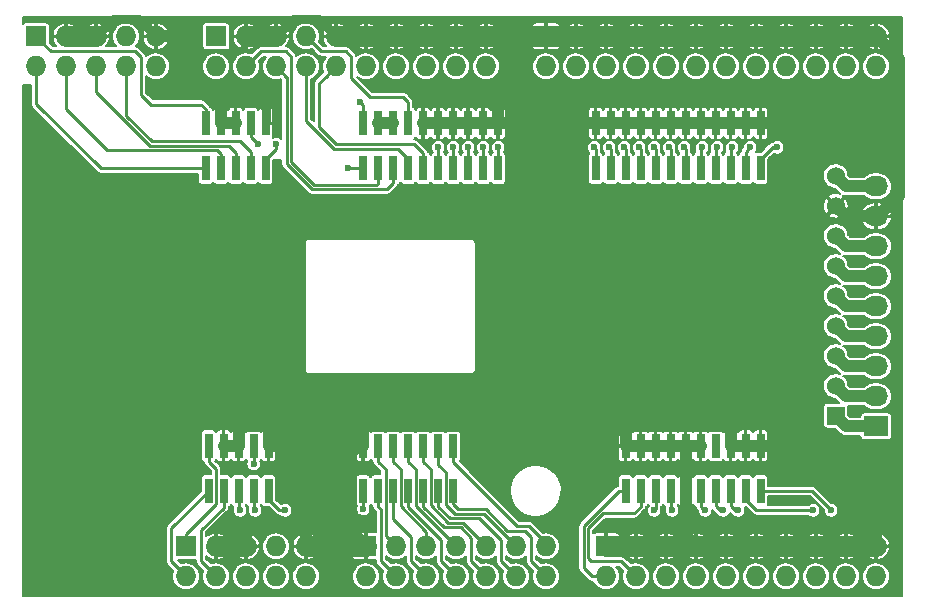
<source format=gtl>
G04 #@! TF.FileFunction,Copper,L1,Top,Signal*
%FSLAX46Y46*%
G04 Gerber Fmt 4.6, Leading zero omitted, Abs format (unit mm)*
G04 Created by KiCad (PCBNEW (after 2015-mar-04 BZR unknown)-product) date 2015年07月10日金曜日 08:04:20*
%MOMM*%
G01*
G04 APERTURE LIST*
%ADD10C,0.100000*%
%ADD11R,0.650000X2.150000*%
%ADD12C,1.524000*%
%ADD13R,1.524000X1.524000*%
%ADD14R,1.727200X1.727200*%
%ADD15O,1.727200X1.727200*%
%ADD16R,2.032000X1.727200*%
%ADD17O,2.032000X1.727200*%
%ADD18C,0.600000*%
%ADD19C,0.254000*%
%ADD20C,1.016000*%
%ADD21C,0.762000*%
%ADD22C,1.778000*%
%ADD23C,0.127000*%
G04 APERTURE END LIST*
D10*
G36*
X3073400Y18859014D02*
X3133725Y18851920D01*
X3261383Y18825891D01*
X3376221Y18780128D01*
X3476335Y18716044D01*
X3559823Y18635049D01*
X3624780Y18538557D01*
X3658054Y18462969D01*
X3674260Y18400509D01*
X3685745Y18321773D01*
X3692313Y18234042D01*
X3693768Y18144599D01*
X3689915Y18060722D01*
X3680558Y17989694D01*
X3671733Y17954776D01*
X3624118Y17849076D01*
X3554869Y17750622D01*
X3467393Y17662414D01*
X3365098Y17587455D01*
X3251392Y17528748D01*
X3148517Y17493918D01*
X3075703Y17480922D01*
X2987410Y17474169D01*
X2892785Y17473670D01*
X2800972Y17479437D01*
X2721118Y17491483D01*
X2712888Y17493324D01*
X2587672Y17534707D01*
X2475027Y17596350D01*
X2377132Y17676077D01*
X2296170Y17771706D01*
X2234320Y17881061D01*
X2193762Y18001960D01*
X2190888Y18014950D01*
X2175639Y18135942D01*
X2178366Y18261369D01*
X2198232Y18383693D01*
X2234395Y18495373D01*
X2247602Y18524271D01*
X2303674Y18610606D01*
X2379618Y18685814D01*
X2471170Y18746675D01*
X2574066Y18789971D01*
X2614125Y18800887D01*
X2692400Y18819147D01*
X2692400Y18670210D01*
X2692400Y18521273D01*
X2623356Y18492656D01*
X2561008Y18457652D01*
X2505131Y18409552D01*
X2462042Y18354795D01*
X2439434Y18305204D01*
X2429472Y18246986D01*
X2426917Y18178803D01*
X2431570Y18111989D01*
X2443232Y18057877D01*
X2443819Y18056199D01*
X2484921Y17977481D01*
X2546451Y17909130D01*
X2625039Y17852643D01*
X2717311Y17809515D01*
X2819895Y17781243D01*
X2929421Y17769323D01*
X3042516Y17775252D01*
X3068060Y17779191D01*
X3181442Y17808548D01*
X3275651Y17854161D01*
X3351399Y17916486D01*
X3409400Y17995977D01*
X3410317Y17997624D01*
X3429423Y18035023D01*
X3440751Y18067931D01*
X3446256Y18105504D01*
X3447892Y18156897D01*
X3447925Y18173700D01*
X3439689Y18273593D01*
X3414500Y18356850D01*
X3371263Y18426672D01*
X3355294Y18444759D01*
X3302933Y18486871D01*
X3236010Y18522248D01*
X3165314Y18545672D01*
X3135910Y18550834D01*
X3073400Y18558237D01*
X3073400Y18708626D01*
X3073400Y18859014D01*
X3073400Y18859014D01*
X3073400Y18859014D01*
G37*
X3073400Y18859014D02*
X3133725Y18851920D01*
X3261383Y18825891D01*
X3376221Y18780128D01*
X3476335Y18716044D01*
X3559823Y18635049D01*
X3624780Y18538557D01*
X3658054Y18462969D01*
X3674260Y18400509D01*
X3685745Y18321773D01*
X3692313Y18234042D01*
X3693768Y18144599D01*
X3689915Y18060722D01*
X3680558Y17989694D01*
X3671733Y17954776D01*
X3624118Y17849076D01*
X3554869Y17750622D01*
X3467393Y17662414D01*
X3365098Y17587455D01*
X3251392Y17528748D01*
X3148517Y17493918D01*
X3075703Y17480922D01*
X2987410Y17474169D01*
X2892785Y17473670D01*
X2800972Y17479437D01*
X2721118Y17491483D01*
X2712888Y17493324D01*
X2587672Y17534707D01*
X2475027Y17596350D01*
X2377132Y17676077D01*
X2296170Y17771706D01*
X2234320Y17881061D01*
X2193762Y18001960D01*
X2190888Y18014950D01*
X2175639Y18135942D01*
X2178366Y18261369D01*
X2198232Y18383693D01*
X2234395Y18495373D01*
X2247602Y18524271D01*
X2303674Y18610606D01*
X2379618Y18685814D01*
X2471170Y18746675D01*
X2574066Y18789971D01*
X2614125Y18800887D01*
X2692400Y18819147D01*
X2692400Y18670210D01*
X2692400Y18521273D01*
X2623356Y18492656D01*
X2561008Y18457652D01*
X2505131Y18409552D01*
X2462042Y18354795D01*
X2439434Y18305204D01*
X2429472Y18246986D01*
X2426917Y18178803D01*
X2431570Y18111989D01*
X2443232Y18057877D01*
X2443819Y18056199D01*
X2484921Y17977481D01*
X2546451Y17909130D01*
X2625039Y17852643D01*
X2717311Y17809515D01*
X2819895Y17781243D01*
X2929421Y17769323D01*
X3042516Y17775252D01*
X3068060Y17779191D01*
X3181442Y17808548D01*
X3275651Y17854161D01*
X3351399Y17916486D01*
X3409400Y17995977D01*
X3410317Y17997624D01*
X3429423Y18035023D01*
X3440751Y18067931D01*
X3446256Y18105504D01*
X3447892Y18156897D01*
X3447925Y18173700D01*
X3439689Y18273593D01*
X3414500Y18356850D01*
X3371263Y18426672D01*
X3355294Y18444759D01*
X3302933Y18486871D01*
X3236010Y18522248D01*
X3165314Y18545672D01*
X3135910Y18550834D01*
X3073400Y18558237D01*
X3073400Y18708626D01*
X3073400Y18859014D01*
X3073400Y18859014D01*
G36*
X3155294Y17170400D02*
X3169208Y17166832D01*
X3201250Y17157336D01*
X3245353Y17143727D01*
X3261065Y17138785D01*
X3380117Y17090007D01*
X3479913Y17024796D01*
X3560901Y16942750D01*
X3623528Y16843462D01*
X3646676Y16790913D01*
X3661291Y16737229D01*
X3672046Y16665649D01*
X3678688Y16583422D01*
X3680967Y16497794D01*
X3678631Y16416013D01*
X3671428Y16345326D01*
X3663486Y16306800D01*
X3629143Y16207725D01*
X3582497Y16121624D01*
X3518587Y16040096D01*
X3485388Y16005182D01*
X3399140Y15929324D01*
X3308286Y15872235D01*
X3208695Y15832376D01*
X3096234Y15808213D01*
X2966771Y15798208D01*
X2927350Y15797735D01*
X2825633Y15800519D01*
X2740464Y15810064D01*
X2663478Y15828156D01*
X2586315Y15856583D01*
X2529266Y15882832D01*
X2423119Y15947866D01*
X2334193Y16029115D01*
X2263025Y16123635D01*
X2210156Y16228486D01*
X2176125Y16340726D01*
X2161471Y16457414D01*
X2166733Y16575607D01*
X2192450Y16692366D01*
X2239163Y16804748D01*
X2307409Y16909811D01*
X2334980Y16942635D01*
X2415466Y17014767D01*
X2515328Y17073984D01*
X2609850Y17111563D01*
X2646112Y17120510D01*
X2699707Y17130495D01*
X2762666Y17140356D01*
X2827016Y17148926D01*
X2884789Y17155043D01*
X2924175Y17157479D01*
X2926201Y17145264D01*
X2928080Y17110268D01*
X2929765Y17055108D01*
X2931210Y16982405D01*
X2932367Y16894776D01*
X2932800Y16842218D01*
X2705100Y16842218D01*
X2663825Y16833309D01*
X2589740Y16806135D01*
X2521112Y16760462D01*
X2463763Y16701584D01*
X2423516Y16634793D01*
X2413019Y16605320D01*
X2403009Y16543771D01*
X2402194Y16471916D01*
X2409811Y16399701D01*
X2425099Y16337073D01*
X2435472Y16312283D01*
X2474286Y16255905D01*
X2529463Y16200787D01*
X2592813Y16154681D01*
X2615121Y16142250D01*
X2640739Y16128955D01*
X2660981Y16119741D01*
X2676479Y16116970D01*
X2687863Y16123005D01*
X2695764Y16140208D01*
X2700812Y16170941D01*
X2703640Y16217568D01*
X2704876Y16282450D01*
X2705152Y16367949D01*
X2705100Y16476429D01*
X2705100Y16479259D01*
X2705100Y16842218D01*
X2932800Y16842218D01*
X2933191Y16794839D01*
X2933635Y16685215D01*
X2933700Y16622836D01*
X2933700Y16087973D01*
X3006725Y16096473D01*
X3125995Y16118900D01*
X3225544Y16155986D01*
X3304855Y16207478D01*
X3361787Y16270692D01*
X3396597Y16327246D01*
X3418683Y16378445D01*
X3430634Y16433390D01*
X3435040Y16501182D01*
X3435279Y16529050D01*
X3434080Y16589476D01*
X3429546Y16633157D01*
X3420137Y16668681D01*
X3404313Y16704641D01*
X3403529Y16706201D01*
X3355229Y16776573D01*
X3291526Y16826771D01*
X3215897Y16855862D01*
X3149600Y16871610D01*
X3149600Y17021005D01*
X3150052Y17079212D01*
X3151284Y17126818D01*
X3153106Y17158865D01*
X3155294Y17170400D01*
X3155294Y17170400D01*
X3155294Y17170400D01*
G37*
X3155294Y17170400D02*
X3169208Y17166832D01*
X3201250Y17157336D01*
X3245353Y17143727D01*
X3261065Y17138785D01*
X3380117Y17090007D01*
X3479913Y17024796D01*
X3560901Y16942750D01*
X3623528Y16843462D01*
X3646676Y16790913D01*
X3661291Y16737229D01*
X3672046Y16665649D01*
X3678688Y16583422D01*
X3680967Y16497794D01*
X3678631Y16416013D01*
X3671428Y16345326D01*
X3663486Y16306800D01*
X3629143Y16207725D01*
X3582497Y16121624D01*
X3518587Y16040096D01*
X3485388Y16005182D01*
X3399140Y15929324D01*
X3308286Y15872235D01*
X3208695Y15832376D01*
X3096234Y15808213D01*
X2966771Y15798208D01*
X2927350Y15797735D01*
X2825633Y15800519D01*
X2740464Y15810064D01*
X2663478Y15828156D01*
X2586315Y15856583D01*
X2529266Y15882832D01*
X2423119Y15947866D01*
X2334193Y16029115D01*
X2263025Y16123635D01*
X2210156Y16228486D01*
X2176125Y16340726D01*
X2161471Y16457414D01*
X2166733Y16575607D01*
X2192450Y16692366D01*
X2239163Y16804748D01*
X2307409Y16909811D01*
X2334980Y16942635D01*
X2415466Y17014767D01*
X2515328Y17073984D01*
X2609850Y17111563D01*
X2646112Y17120510D01*
X2699707Y17130495D01*
X2762666Y17140356D01*
X2827016Y17148926D01*
X2884789Y17155043D01*
X2924175Y17157479D01*
X2926201Y17145264D01*
X2928080Y17110268D01*
X2929765Y17055108D01*
X2931210Y16982405D01*
X2932367Y16894776D01*
X2932800Y16842218D01*
X2705100Y16842218D01*
X2663825Y16833309D01*
X2589740Y16806135D01*
X2521112Y16760462D01*
X2463763Y16701584D01*
X2423516Y16634793D01*
X2413019Y16605320D01*
X2403009Y16543771D01*
X2402194Y16471916D01*
X2409811Y16399701D01*
X2425099Y16337073D01*
X2435472Y16312283D01*
X2474286Y16255905D01*
X2529463Y16200787D01*
X2592813Y16154681D01*
X2615121Y16142250D01*
X2640739Y16128955D01*
X2660981Y16119741D01*
X2676479Y16116970D01*
X2687863Y16123005D01*
X2695764Y16140208D01*
X2700812Y16170941D01*
X2703640Y16217568D01*
X2704876Y16282450D01*
X2705152Y16367949D01*
X2705100Y16476429D01*
X2705100Y16479259D01*
X2705100Y16842218D01*
X2932800Y16842218D01*
X2933191Y16794839D01*
X2933635Y16685215D01*
X2933700Y16622836D01*
X2933700Y16087973D01*
X3006725Y16096473D01*
X3125995Y16118900D01*
X3225544Y16155986D01*
X3304855Y16207478D01*
X3361787Y16270692D01*
X3396597Y16327246D01*
X3418683Y16378445D01*
X3430634Y16433390D01*
X3435040Y16501182D01*
X3435279Y16529050D01*
X3434080Y16589476D01*
X3429546Y16633157D01*
X3420137Y16668681D01*
X3404313Y16704641D01*
X3403529Y16706201D01*
X3355229Y16776573D01*
X3291526Y16826771D01*
X3215897Y16855862D01*
X3149600Y16871610D01*
X3149600Y17021005D01*
X3150052Y17079212D01*
X3151284Y17126818D01*
X3153106Y17158865D01*
X3155294Y17170400D01*
X3155294Y17170400D01*
G36*
X3657600Y6743700D02*
X3657600Y6584950D01*
X3657600Y6426200D01*
X3136900Y6426200D01*
X2616200Y6426200D01*
X2616200Y5899150D01*
X2616200Y5372100D01*
X3136900Y5372100D01*
X3657600Y5372100D01*
X3657600Y5213350D01*
X3657600Y5054600D01*
X2540000Y5054600D01*
X1422400Y5054600D01*
X1422400Y5213350D01*
X1422400Y5372100D01*
X1892300Y5372100D01*
X2362200Y5372100D01*
X2362200Y5899150D01*
X2362200Y6426200D01*
X1892300Y6426200D01*
X1422400Y6426200D01*
X1422400Y6584950D01*
X1422400Y6743700D01*
X2540000Y6743700D01*
X3657600Y6743700D01*
X3657600Y6743700D01*
X3657600Y6743700D01*
G37*
X3657600Y6743700D02*
X3657600Y6584950D01*
X3657600Y6426200D01*
X3136900Y6426200D01*
X2616200Y6426200D01*
X2616200Y5899150D01*
X2616200Y5372100D01*
X3136900Y5372100D01*
X3657600Y5372100D01*
X3657600Y5213350D01*
X3657600Y5054600D01*
X2540000Y5054600D01*
X1422400Y5054600D01*
X1422400Y5213350D01*
X1422400Y5372100D01*
X1892300Y5372100D01*
X2362200Y5372100D01*
X2362200Y5899150D01*
X2362200Y6426200D01*
X1892300Y6426200D01*
X1422400Y6426200D01*
X1422400Y6584950D01*
X1422400Y6743700D01*
X2540000Y6743700D01*
X3657600Y6743700D01*
X3657600Y6743700D01*
G36*
X3648075Y9055416D02*
X3651631Y9043387D01*
X3654540Y9010734D01*
X3656531Y8962231D01*
X3657330Y8902651D01*
X3657331Y8893175D01*
X3657062Y8731250D01*
X3323956Y8597099D01*
X2990850Y8462948D01*
X2990850Y8356600D01*
X2711042Y8356600D01*
X2697411Y8352304D01*
X2663654Y8340233D01*
X2612992Y8321611D01*
X2548646Y8297661D01*
X2473839Y8269607D01*
X2391790Y8238673D01*
X2305722Y8206082D01*
X2218855Y8173058D01*
X2134410Y8140825D01*
X2055610Y8110607D01*
X1985675Y8083626D01*
X1927826Y8061108D01*
X1885285Y8044276D01*
X1861273Y8034353D01*
X1857110Y8032198D01*
X1869334Y8027133D01*
X1902080Y8014386D01*
X1952089Y7995186D01*
X2016099Y7970766D01*
X2090849Y7942356D01*
X2173079Y7911189D01*
X2259527Y7878495D01*
X2346932Y7845506D01*
X2432033Y7813454D01*
X2511569Y7783568D01*
X2582279Y7757082D01*
X2640903Y7735225D01*
X2684178Y7719230D01*
X2708845Y7710328D01*
X2713329Y7708900D01*
X2714539Y7721038D01*
X2715626Y7755210D01*
X2716541Y7808047D01*
X2717239Y7876183D01*
X2717673Y7956251D01*
X2717800Y8032750D01*
X2717546Y8120439D01*
X2716833Y8199117D01*
X2715731Y8265417D01*
X2714309Y8315971D01*
X2712638Y8347412D01*
X2711042Y8356600D01*
X2990850Y8356600D01*
X2990850Y8033878D01*
X2990850Y7604808D01*
X3324225Y7469931D01*
X3657600Y7335054D01*
X3657600Y7171795D01*
X3657096Y7102805D01*
X3655343Y7055821D01*
X3651977Y7027467D01*
X3646636Y7014366D01*
X3640491Y7012643D01*
X3626445Y7017794D01*
X3590433Y7031609D01*
X3534117Y7053437D01*
X3459160Y7082627D01*
X3367227Y7118529D01*
X3259981Y7160490D01*
X3139084Y7207861D01*
X3006201Y7259990D01*
X2862994Y7316227D01*
X2711127Y7375920D01*
X2552263Y7438419D01*
X2510395Y7454900D01*
X1397408Y7893050D01*
X1397204Y8032951D01*
X1397000Y8172852D01*
X2517774Y8614292D01*
X2678529Y8677567D01*
X2832582Y8738122D01*
X2978292Y8795317D01*
X3114016Y8848510D01*
X3238112Y8897061D01*
X3348938Y8940330D01*
X3444853Y8977674D01*
X3524213Y9008454D01*
X3585376Y9032028D01*
X3626702Y9047755D01*
X3646546Y9054995D01*
X3648075Y9055416D01*
X3648075Y9055416D01*
X3648075Y9055416D01*
G37*
X3648075Y9055416D02*
X3651631Y9043387D01*
X3654540Y9010734D01*
X3656531Y8962231D01*
X3657330Y8902651D01*
X3657331Y8893175D01*
X3657062Y8731250D01*
X3323956Y8597099D01*
X2990850Y8462948D01*
X2990850Y8356600D01*
X2711042Y8356600D01*
X2697411Y8352304D01*
X2663654Y8340233D01*
X2612992Y8321611D01*
X2548646Y8297661D01*
X2473839Y8269607D01*
X2391790Y8238673D01*
X2305722Y8206082D01*
X2218855Y8173058D01*
X2134410Y8140825D01*
X2055610Y8110607D01*
X1985675Y8083626D01*
X1927826Y8061108D01*
X1885285Y8044276D01*
X1861273Y8034353D01*
X1857110Y8032198D01*
X1869334Y8027133D01*
X1902080Y8014386D01*
X1952089Y7995186D01*
X2016099Y7970766D01*
X2090849Y7942356D01*
X2173079Y7911189D01*
X2259527Y7878495D01*
X2346932Y7845506D01*
X2432033Y7813454D01*
X2511569Y7783568D01*
X2582279Y7757082D01*
X2640903Y7735225D01*
X2684178Y7719230D01*
X2708845Y7710328D01*
X2713329Y7708900D01*
X2714539Y7721038D01*
X2715626Y7755210D01*
X2716541Y7808047D01*
X2717239Y7876183D01*
X2717673Y7956251D01*
X2717800Y8032750D01*
X2717546Y8120439D01*
X2716833Y8199117D01*
X2715731Y8265417D01*
X2714309Y8315971D01*
X2712638Y8347412D01*
X2711042Y8356600D01*
X2990850Y8356600D01*
X2990850Y8033878D01*
X2990850Y7604808D01*
X3324225Y7469931D01*
X3657600Y7335054D01*
X3657600Y7171795D01*
X3657096Y7102805D01*
X3655343Y7055821D01*
X3651977Y7027467D01*
X3646636Y7014366D01*
X3640491Y7012643D01*
X3626445Y7017794D01*
X3590433Y7031609D01*
X3534117Y7053437D01*
X3459160Y7082627D01*
X3367227Y7118529D01*
X3259981Y7160490D01*
X3139084Y7207861D01*
X3006201Y7259990D01*
X2862994Y7316227D01*
X2711127Y7375920D01*
X2552263Y7438419D01*
X2510395Y7454900D01*
X1397408Y7893050D01*
X1397204Y8032951D01*
X1397000Y8172852D01*
X2517774Y8614292D01*
X2678529Y8677567D01*
X2832582Y8738122D01*
X2978292Y8795317D01*
X3114016Y8848510D01*
X3238112Y8897061D01*
X3348938Y8940330D01*
X3444853Y8977674D01*
X3524213Y9008454D01*
X3585376Y9032028D01*
X3626702Y9047755D01*
X3646546Y9054995D01*
X3648075Y9055416D01*
X3648075Y9055416D01*
G36*
X2123539Y11010679D02*
X2263915Y11000910D01*
X2389255Y10972534D01*
X2498624Y10926017D01*
X2591090Y10861826D01*
X2665718Y10780429D01*
X2703022Y10720775D01*
X2722605Y10682747D01*
X2726696Y10673686D01*
X2134627Y10673686D01*
X2101850Y10673589D01*
X2027035Y10672161D01*
X1972258Y10668342D01*
X1932220Y10661532D01*
X1901621Y10651130D01*
X1900967Y10650835D01*
X1836081Y10610622D01*
X1775359Y10553846D01*
X1727220Y10488984D01*
X1712763Y10461333D01*
X1704298Y10441784D01*
X1697555Y10422661D01*
X1692302Y10400849D01*
X1688309Y10373234D01*
X1685342Y10336702D01*
X1683170Y10288137D01*
X1681561Y10224427D01*
X1680284Y10142456D01*
X1679106Y10039110D01*
X1678747Y10004425D01*
X1674745Y9613900D01*
X2101839Y9613900D01*
X2528933Y9613900D01*
X2524569Y10010775D01*
X2523170Y10124335D01*
X2521624Y10215402D01*
X2519758Y10286882D01*
X2517399Y10341681D01*
X2514373Y10382706D01*
X2510507Y10412863D01*
X2505628Y10435059D01*
X2499563Y10452200D01*
X2498064Y10455557D01*
X2455853Y10522973D01*
X2396599Y10585568D01*
X2328410Y10634989D01*
X2318555Y10640411D01*
X2289125Y10654962D01*
X2262304Y10664603D01*
X2231806Y10670295D01*
X2191343Y10673002D01*
X2134627Y10673686D01*
X2726696Y10673686D01*
X2738630Y10647257D01*
X2751450Y10611292D01*
X2761422Y10571838D01*
X2768899Y10525879D01*
X2774237Y10470402D01*
X2777790Y10402394D01*
X2779913Y10318839D01*
X2780961Y10216723D01*
X2781289Y10093034D01*
X2781300Y10055731D01*
X2781300Y9613900D01*
X3219450Y9613900D01*
X3657600Y9613900D01*
X3657600Y9455150D01*
X3657600Y9296400D01*
X2540000Y9296400D01*
X1422400Y9296400D01*
X1422399Y9884281D01*
X1422533Y10028362D01*
X1422978Y10149328D01*
X1423800Y10249463D01*
X1425063Y10331052D01*
X1426834Y10396378D01*
X1429179Y10447726D01*
X1432162Y10487379D01*
X1435849Y10517622D01*
X1440305Y10540738D01*
X1441344Y10544895D01*
X1483984Y10662208D01*
X1546095Y10763907D01*
X1626521Y10849203D01*
X1724108Y10917309D01*
X1837703Y10967436D01*
X1966151Y10998798D01*
X2108299Y11010605D01*
X2123539Y11010679D01*
X2123539Y11010679D01*
X2123539Y11010679D01*
G37*
X2123539Y11010679D02*
X2263915Y11000910D01*
X2389255Y10972534D01*
X2498624Y10926017D01*
X2591090Y10861826D01*
X2665718Y10780429D01*
X2703022Y10720775D01*
X2722605Y10682747D01*
X2726696Y10673686D01*
X2134627Y10673686D01*
X2101850Y10673589D01*
X2027035Y10672161D01*
X1972258Y10668342D01*
X1932220Y10661532D01*
X1901621Y10651130D01*
X1900967Y10650835D01*
X1836081Y10610622D01*
X1775359Y10553846D01*
X1727220Y10488984D01*
X1712763Y10461333D01*
X1704298Y10441784D01*
X1697555Y10422661D01*
X1692302Y10400849D01*
X1688309Y10373234D01*
X1685342Y10336702D01*
X1683170Y10288137D01*
X1681561Y10224427D01*
X1680284Y10142456D01*
X1679106Y10039110D01*
X1678747Y10004425D01*
X1674745Y9613900D01*
X2101839Y9613900D01*
X2528933Y9613900D01*
X2524569Y10010775D01*
X2523170Y10124335D01*
X2521624Y10215402D01*
X2519758Y10286882D01*
X2517399Y10341681D01*
X2514373Y10382706D01*
X2510507Y10412863D01*
X2505628Y10435059D01*
X2499563Y10452200D01*
X2498064Y10455557D01*
X2455853Y10522973D01*
X2396599Y10585568D01*
X2328410Y10634989D01*
X2318555Y10640411D01*
X2289125Y10654962D01*
X2262304Y10664603D01*
X2231806Y10670295D01*
X2191343Y10673002D01*
X2134627Y10673686D01*
X2726696Y10673686D01*
X2738630Y10647257D01*
X2751450Y10611292D01*
X2761422Y10571838D01*
X2768899Y10525879D01*
X2774237Y10470402D01*
X2777790Y10402394D01*
X2779913Y10318839D01*
X2780961Y10216723D01*
X2781289Y10093034D01*
X2781300Y10055731D01*
X2781300Y9613900D01*
X3219450Y9613900D01*
X3657600Y9613900D01*
X3657600Y9455150D01*
X3657600Y9296400D01*
X2540000Y9296400D01*
X1422400Y9296400D01*
X1422399Y9884281D01*
X1422533Y10028362D01*
X1422978Y10149328D01*
X1423800Y10249463D01*
X1425063Y10331052D01*
X1426834Y10396378D01*
X1429179Y10447726D01*
X1432162Y10487379D01*
X1435849Y10517622D01*
X1440305Y10540738D01*
X1441344Y10544895D01*
X1483984Y10662208D01*
X1546095Y10763907D01*
X1626521Y10849203D01*
X1724108Y10917309D01*
X1837703Y10967436D01*
X1966151Y10998798D01*
X2108299Y11010605D01*
X2123539Y11010679D01*
X2123539Y11010679D01*
G36*
X3657600Y11874500D02*
X3657600Y11576050D01*
X3657600Y11277600D01*
X3511550Y11277600D01*
X3365500Y11277600D01*
X3365500Y11347450D01*
X3365500Y11417300D01*
X2540000Y11417300D01*
X1714500Y11417300D01*
X1714500Y11347450D01*
X1714500Y11277600D01*
X1568450Y11277600D01*
X1422400Y11277600D01*
X1422400Y11576050D01*
X1422400Y11874500D01*
X1568450Y11874500D01*
X1714500Y11874500D01*
X1714500Y11804650D01*
X1714500Y11734800D01*
X2540000Y11734800D01*
X3365500Y11734800D01*
X3365500Y11804650D01*
X3365500Y11874500D01*
X3511550Y11874500D01*
X3657600Y11874500D01*
X3657600Y11874500D01*
X3657600Y11874500D01*
G37*
X3657600Y11874500D02*
X3657600Y11576050D01*
X3657600Y11277600D01*
X3511550Y11277600D01*
X3365500Y11277600D01*
X3365500Y11347450D01*
X3365500Y11417300D01*
X2540000Y11417300D01*
X1714500Y11417300D01*
X1714500Y11347450D01*
X1714500Y11277600D01*
X1568450Y11277600D01*
X1422400Y11277600D01*
X1422400Y11576050D01*
X1422400Y11874500D01*
X1568450Y11874500D01*
X1714500Y11874500D01*
X1714500Y11804650D01*
X1714500Y11734800D01*
X2540000Y11734800D01*
X3365500Y11734800D01*
X3365500Y11804650D01*
X3365500Y11874500D01*
X3511550Y11874500D01*
X3657600Y11874500D01*
X3657600Y11874500D01*
G36*
X1676400Y15557500D02*
X1676400Y15182850D01*
X1676400Y14808200D01*
X2667000Y14808200D01*
X3657600Y14808200D01*
X3657600Y14649450D01*
X3657600Y14490700D01*
X2667000Y14490700D01*
X1676400Y14490700D01*
X1676400Y14122400D01*
X1676400Y13754100D01*
X1549400Y13754100D01*
X1422400Y13754100D01*
X1422400Y14655800D01*
X1422400Y15557500D01*
X1549400Y15557500D01*
X1676400Y15557500D01*
X1676400Y15557500D01*
X1676400Y15557500D01*
G37*
X1676400Y15557500D02*
X1676400Y15182850D01*
X1676400Y14808200D01*
X2667000Y14808200D01*
X3657600Y14808200D01*
X3657600Y14649450D01*
X3657600Y14490700D01*
X2667000Y14490700D01*
X1676400Y14490700D01*
X1676400Y14122400D01*
X1676400Y13754100D01*
X1549400Y13754100D01*
X1422400Y13754100D01*
X1422400Y14655800D01*
X1422400Y15557500D01*
X1549400Y15557500D01*
X1676400Y15557500D01*
X1676400Y15557500D01*
G36*
X3657600Y20472400D02*
X3657600Y20339569D01*
X3657600Y20206738D01*
X3121025Y20203044D01*
X2990080Y20202105D01*
X2882058Y20201172D01*
X2794482Y20200115D01*
X2724875Y20198803D01*
X2670761Y20197103D01*
X2629663Y20194885D01*
X2599104Y20192019D01*
X2576607Y20188372D01*
X2559696Y20183813D01*
X2545894Y20178212D01*
X2533650Y20171938D01*
X2473694Y20130885D01*
X2426619Y20081470D01*
X2401107Y20036598D01*
X2389972Y19983985D01*
X2388633Y19919623D01*
X2396541Y19854960D01*
X2412318Y19803233D01*
X2458190Y19729366D01*
X2526353Y19657829D01*
X2613697Y19591096D01*
X2717115Y19531639D01*
X2800402Y19494479D01*
X2896261Y19456400D01*
X3276930Y19456400D01*
X3657600Y19456400D01*
X3657600Y19316700D01*
X3657600Y19177000D01*
X2540000Y19177000D01*
X1422400Y19177000D01*
X1422400Y19316700D01*
X1422400Y19456400D01*
X1925664Y19456400D01*
X2428929Y19456400D01*
X2340302Y19549701D01*
X2261786Y19643564D01*
X2206842Y19736757D01*
X2174085Y19833332D01*
X2162131Y19937342D01*
X2169257Y20050344D01*
X2194776Y20166807D01*
X2237566Y20266170D01*
X2296979Y20347506D01*
X2372364Y20409886D01*
X2446533Y20446576D01*
X2464004Y20452716D01*
X2482238Y20457799D01*
X2503700Y20461924D01*
X2530856Y20465192D01*
X2566171Y20467701D01*
X2612109Y20469551D01*
X2671136Y20470842D01*
X2745716Y20471673D01*
X2838316Y20472143D01*
X2951400Y20472352D01*
X3086576Y20472400D01*
X3657600Y20472400D01*
X3657600Y20472400D01*
X3657600Y20472400D01*
G37*
X3657600Y20472400D02*
X3657600Y20339569D01*
X3657600Y20206738D01*
X3121025Y20203044D01*
X2990080Y20202105D01*
X2882058Y20201172D01*
X2794482Y20200115D01*
X2724875Y20198803D01*
X2670761Y20197103D01*
X2629663Y20194885D01*
X2599104Y20192019D01*
X2576607Y20188372D01*
X2559696Y20183813D01*
X2545894Y20178212D01*
X2533650Y20171938D01*
X2473694Y20130885D01*
X2426619Y20081470D01*
X2401107Y20036598D01*
X2389972Y19983985D01*
X2388633Y19919623D01*
X2396541Y19854960D01*
X2412318Y19803233D01*
X2458190Y19729366D01*
X2526353Y19657829D01*
X2613697Y19591096D01*
X2717115Y19531639D01*
X2800402Y19494479D01*
X2896261Y19456400D01*
X3276930Y19456400D01*
X3657600Y19456400D01*
X3657600Y19316700D01*
X3657600Y19177000D01*
X2540000Y19177000D01*
X1422400Y19177000D01*
X1422400Y19316700D01*
X1422400Y19456400D01*
X1925664Y19456400D01*
X2428929Y19456400D01*
X2340302Y19549701D01*
X2261786Y19643564D01*
X2206842Y19736757D01*
X2174085Y19833332D01*
X2162131Y19937342D01*
X2169257Y20050344D01*
X2194776Y20166807D01*
X2237566Y20266170D01*
X2296979Y20347506D01*
X2372364Y20409886D01*
X2446533Y20446576D01*
X2464004Y20452716D01*
X2482238Y20457799D01*
X2503700Y20461924D01*
X2530856Y20465192D01*
X2566171Y20467701D01*
X2612109Y20469551D01*
X2671136Y20470842D01*
X2745716Y20471673D01*
X2838316Y20472143D01*
X2951400Y20472352D01*
X3086576Y20472400D01*
X3657600Y20472400D01*
X3657600Y20472400D01*
G36*
X3644900Y4457700D02*
X3644900Y3885921D01*
X3038475Y3885921D01*
X3025995Y3885000D01*
X3017807Y3879009D01*
X3013007Y3863538D01*
X3010692Y3834179D01*
X3010319Y3810000D01*
X2778037Y3810000D01*
X2765609Y3805670D01*
X2734863Y3794031D01*
X2691105Y3777108D01*
X2661550Y3765550D01*
X2610933Y3746286D01*
X2568428Y3731230D01*
X2540091Y3722474D01*
X2532753Y3721100D01*
X2515431Y3716675D01*
X2479720Y3704624D01*
X2430806Y3686778D01*
X2373874Y3664971D01*
X2373015Y3664635D01*
X2228850Y3608170D01*
X2505075Y3607485D01*
X2781300Y3606800D01*
X2781300Y3708400D01*
X2780924Y3755586D01*
X2779926Y3791117D01*
X2778498Y3808982D01*
X2778037Y3810000D01*
X3010319Y3810000D01*
X3009957Y3786524D01*
X3009900Y3746500D01*
X3009900Y3606800D01*
X3160962Y3606800D01*
X3312025Y3606800D01*
X3302173Y3650481D01*
X3288222Y3692113D01*
X3267714Y3733933D01*
X3266203Y3736423D01*
X3240432Y3772722D01*
X3212858Y3804199D01*
X3210717Y3806253D01*
X3175822Y3831846D01*
X3129845Y3856635D01*
X3082620Y3876071D01*
X3043982Y3885604D01*
X3038475Y3885921D01*
X3644900Y3885921D01*
X3644900Y3517900D01*
X3644900Y3429000D01*
X3162300Y3429000D01*
X3009900Y3429000D01*
X2781300Y3429000D01*
X2505075Y3428338D01*
X2228850Y3427676D01*
X2355850Y3377277D01*
X2413393Y3355064D01*
X2466896Y3335511D01*
X2509064Y3321229D01*
X2527300Y3315920D01*
X2559968Y3306322D01*
X2607512Y3290498D01*
X2661127Y3271412D01*
X2676525Y3265700D01*
X2781300Y3226438D01*
X2781300Y3327719D01*
X2781300Y3429000D01*
X3009900Y3429000D01*
X3009900Y3289300D01*
X3010114Y3228288D01*
X3011358Y3188263D01*
X3014537Y3164811D01*
X3020554Y3153517D01*
X3030311Y3149970D01*
X3038475Y3149724D01*
X3080408Y3158254D01*
X3131203Y3180352D01*
X3182169Y3211228D01*
X3224615Y3246092D01*
X3236067Y3258614D01*
X3263775Y3298980D01*
X3289300Y3347360D01*
X3307678Y3393464D01*
X3313697Y3419475D01*
X3302220Y3423149D01*
X3270209Y3426165D01*
X3222531Y3428217D01*
X3164049Y3428999D01*
X3162300Y3429000D01*
X3644900Y3429000D01*
X3644900Y2578100D01*
X3480433Y2578100D01*
X3315967Y2578100D01*
X3312158Y2649722D01*
X3308350Y2721345D01*
X3073400Y2814342D01*
X2838450Y2907340D01*
X2613025Y2907820D01*
X2387600Y2908300D01*
X2387600Y2743200D01*
X2387600Y2578100D01*
X2222718Y2578100D01*
X2057836Y2578100D01*
X2054443Y2897250D01*
X2051050Y3216400D01*
X1825625Y3305358D01*
X1743898Y3338505D01*
X1678555Y3366872D01*
X1631674Y3389480D01*
X1605329Y3405349D01*
X1600199Y3411658D01*
X1589204Y3425090D01*
X1568450Y3429000D01*
X1546978Y3425678D01*
X1538188Y3410734D01*
X1536700Y3384550D01*
X1535479Y3357237D01*
X1527211Y3344304D01*
X1504981Y3340374D01*
X1479550Y3340100D01*
X1422400Y3340100D01*
X1422400Y3517900D01*
X1422867Y3590721D01*
X1424492Y3641533D01*
X1427605Y3673715D01*
X1432539Y3690643D01*
X1439625Y3695696D01*
X1439862Y3695700D01*
X1464255Y3698087D01*
X1497012Y3703637D01*
X1523242Y3707248D01*
X1534269Y3699462D01*
X1536674Y3673961D01*
X1536700Y3665537D01*
X1538938Y3634742D01*
X1548913Y3621853D01*
X1567391Y3619500D01*
X1592568Y3624172D01*
X1602370Y3632361D01*
X1615020Y3640836D01*
X1647639Y3656690D01*
X1696459Y3678259D01*
X1757714Y3703882D01*
X1827636Y3731893D01*
X1828853Y3732371D01*
X2051050Y3819518D01*
X2054443Y4138609D01*
X2057836Y4457700D01*
X2222718Y4457700D01*
X2387600Y4457700D01*
X2387600Y4292600D01*
X2387600Y4127500D01*
X2608893Y4127500D01*
X2830186Y4127500D01*
X3069268Y4221060D01*
X3308350Y4314620D01*
X3312158Y4386160D01*
X3315967Y4457700D01*
X3480433Y4457700D01*
X3644900Y4457700D01*
X3644900Y4457700D01*
X3644900Y4457700D01*
G37*
X3644900Y4457700D02*
X3644900Y3885921D01*
X3038475Y3885921D01*
X3025995Y3885000D01*
X3017807Y3879009D01*
X3013007Y3863538D01*
X3010692Y3834179D01*
X3010319Y3810000D01*
X2778037Y3810000D01*
X2765609Y3805670D01*
X2734863Y3794031D01*
X2691105Y3777108D01*
X2661550Y3765550D01*
X2610933Y3746286D01*
X2568428Y3731230D01*
X2540091Y3722474D01*
X2532753Y3721100D01*
X2515431Y3716675D01*
X2479720Y3704624D01*
X2430806Y3686778D01*
X2373874Y3664971D01*
X2373015Y3664635D01*
X2228850Y3608170D01*
X2505075Y3607485D01*
X2781300Y3606800D01*
X2781300Y3708400D01*
X2780924Y3755586D01*
X2779926Y3791117D01*
X2778498Y3808982D01*
X2778037Y3810000D01*
X3010319Y3810000D01*
X3009957Y3786524D01*
X3009900Y3746500D01*
X3009900Y3606800D01*
X3160962Y3606800D01*
X3312025Y3606800D01*
X3302173Y3650481D01*
X3288222Y3692113D01*
X3267714Y3733933D01*
X3266203Y3736423D01*
X3240432Y3772722D01*
X3212858Y3804199D01*
X3210717Y3806253D01*
X3175822Y3831846D01*
X3129845Y3856635D01*
X3082620Y3876071D01*
X3043982Y3885604D01*
X3038475Y3885921D01*
X3644900Y3885921D01*
X3644900Y3517900D01*
X3644900Y3429000D01*
X3162300Y3429000D01*
X3009900Y3429000D01*
X2781300Y3429000D01*
X2505075Y3428338D01*
X2228850Y3427676D01*
X2355850Y3377277D01*
X2413393Y3355064D01*
X2466896Y3335511D01*
X2509064Y3321229D01*
X2527300Y3315920D01*
X2559968Y3306322D01*
X2607512Y3290498D01*
X2661127Y3271412D01*
X2676525Y3265700D01*
X2781300Y3226438D01*
X2781300Y3327719D01*
X2781300Y3429000D01*
X3009900Y3429000D01*
X3009900Y3289300D01*
X3010114Y3228288D01*
X3011358Y3188263D01*
X3014537Y3164811D01*
X3020554Y3153517D01*
X3030311Y3149970D01*
X3038475Y3149724D01*
X3080408Y3158254D01*
X3131203Y3180352D01*
X3182169Y3211228D01*
X3224615Y3246092D01*
X3236067Y3258614D01*
X3263775Y3298980D01*
X3289300Y3347360D01*
X3307678Y3393464D01*
X3313697Y3419475D01*
X3302220Y3423149D01*
X3270209Y3426165D01*
X3222531Y3428217D01*
X3164049Y3428999D01*
X3162300Y3429000D01*
X3644900Y3429000D01*
X3644900Y2578100D01*
X3480433Y2578100D01*
X3315967Y2578100D01*
X3312158Y2649722D01*
X3308350Y2721345D01*
X3073400Y2814342D01*
X2838450Y2907340D01*
X2613025Y2907820D01*
X2387600Y2908300D01*
X2387600Y2743200D01*
X2387600Y2578100D01*
X2222718Y2578100D01*
X2057836Y2578100D01*
X2054443Y2897250D01*
X2051050Y3216400D01*
X1825625Y3305358D01*
X1743898Y3338505D01*
X1678555Y3366872D01*
X1631674Y3389480D01*
X1605329Y3405349D01*
X1600199Y3411658D01*
X1589204Y3425090D01*
X1568450Y3429000D01*
X1546978Y3425678D01*
X1538188Y3410734D01*
X1536700Y3384550D01*
X1535479Y3357237D01*
X1527211Y3344304D01*
X1504981Y3340374D01*
X1479550Y3340100D01*
X1422400Y3340100D01*
X1422400Y3517900D01*
X1422867Y3590721D01*
X1424492Y3641533D01*
X1427605Y3673715D01*
X1432539Y3690643D01*
X1439625Y3695696D01*
X1439862Y3695700D01*
X1464255Y3698087D01*
X1497012Y3703637D01*
X1523242Y3707248D01*
X1534269Y3699462D01*
X1536674Y3673961D01*
X1536700Y3665537D01*
X1538938Y3634742D01*
X1548913Y3621853D01*
X1567391Y3619500D01*
X1592568Y3624172D01*
X1602370Y3632361D01*
X1615020Y3640836D01*
X1647639Y3656690D01*
X1696459Y3678259D01*
X1757714Y3703882D01*
X1827636Y3731893D01*
X1828853Y3732371D01*
X2051050Y3819518D01*
X2054443Y4138609D01*
X2057836Y4457700D01*
X2222718Y4457700D01*
X2387600Y4457700D01*
X2387600Y4292600D01*
X2387600Y4127500D01*
X2608893Y4127500D01*
X2830186Y4127500D01*
X3069268Y4221060D01*
X3308350Y4314620D01*
X3312158Y4386160D01*
X3315967Y4457700D01*
X3480433Y4457700D01*
X3644900Y4457700D01*
X3644900Y4457700D01*
G36*
X2641600Y2425324D02*
X2778812Y2416842D01*
X2900443Y2390405D01*
X3004733Y2346836D01*
X2615500Y2346836D01*
X2491804Y2331433D01*
X2376838Y2295559D01*
X2272147Y2241363D01*
X2179282Y2170993D01*
X2099791Y2086598D01*
X2035221Y1990325D01*
X1987121Y1884325D01*
X1957040Y1770745D01*
X1946525Y1651733D01*
X1957126Y1529439D01*
X1990391Y1406011D01*
X2021287Y1333500D01*
X2060943Y1268403D01*
X2116174Y1199398D01*
X2180708Y1132825D01*
X2248271Y1075021D01*
X2312591Y1032325D01*
X2326323Y1025282D01*
X2446615Y980476D01*
X2571697Y957532D01*
X2697678Y956055D01*
X2820666Y975651D01*
X2936768Y1015927D01*
X3042093Y1076489D01*
X3073933Y1100950D01*
X3170386Y1195967D01*
X3245891Y1303515D01*
X3299548Y1421055D01*
X3330457Y1546046D01*
X3337716Y1675947D01*
X3322053Y1800821D01*
X3283550Y1921938D01*
X3223653Y2032877D01*
X3145118Y2131056D01*
X3050702Y2213898D01*
X2943161Y2278820D01*
X2825252Y2323245D01*
X2746375Y2339620D01*
X2615500Y2346836D01*
X3004733Y2346836D01*
X3010249Y2344532D01*
X3111984Y2277736D01*
X3189449Y2208871D01*
X3243483Y2152099D01*
X3283759Y2100991D01*
X3317049Y2046253D01*
X3337530Y2005620D01*
X3362590Y1948818D01*
X3384540Y1891351D01*
X3399658Y1843205D01*
X3402455Y1831349D01*
X3410461Y1771688D01*
X3414352Y1696940D01*
X3414236Y1616179D01*
X3410224Y1538478D01*
X3402423Y1472911D01*
X3397894Y1450555D01*
X3356565Y1331529D01*
X3292318Y1217177D01*
X3207631Y1111744D01*
X3188751Y1092391D01*
X3094405Y1009938D01*
X2997185Y948891D01*
X2892562Y907462D01*
X2776004Y883861D01*
X2642983Y876300D01*
X2641600Y876300D01*
X2504973Y884495D01*
X2384391Y910054D01*
X2276093Y954431D01*
X2176320Y1019082D01*
X2100686Y1085814D01*
X2008531Y1192033D01*
X1940110Y1305888D01*
X1894836Y1428920D01*
X1872118Y1562668D01*
X1870218Y1688398D01*
X1881142Y1803675D01*
X1903546Y1902963D01*
X1939844Y1994001D01*
X1992449Y2084527D01*
X1994864Y2088154D01*
X2082579Y2198921D01*
X2182851Y2287639D01*
X2295784Y2354362D01*
X2421483Y2399144D01*
X2560054Y2422040D01*
X2641600Y2425324D01*
X2641600Y2425324D01*
X2641600Y2425324D01*
G37*
X2641600Y2425324D02*
X2778812Y2416842D01*
X2900443Y2390405D01*
X3004733Y2346836D01*
X2615500Y2346836D01*
X2491804Y2331433D01*
X2376838Y2295559D01*
X2272147Y2241363D01*
X2179282Y2170993D01*
X2099791Y2086598D01*
X2035221Y1990325D01*
X1987121Y1884325D01*
X1957040Y1770745D01*
X1946525Y1651733D01*
X1957126Y1529439D01*
X1990391Y1406011D01*
X2021287Y1333500D01*
X2060943Y1268403D01*
X2116174Y1199398D01*
X2180708Y1132825D01*
X2248271Y1075021D01*
X2312591Y1032325D01*
X2326323Y1025282D01*
X2446615Y980476D01*
X2571697Y957532D01*
X2697678Y956055D01*
X2820666Y975651D01*
X2936768Y1015927D01*
X3042093Y1076489D01*
X3073933Y1100950D01*
X3170386Y1195967D01*
X3245891Y1303515D01*
X3299548Y1421055D01*
X3330457Y1546046D01*
X3337716Y1675947D01*
X3322053Y1800821D01*
X3283550Y1921938D01*
X3223653Y2032877D01*
X3145118Y2131056D01*
X3050702Y2213898D01*
X2943161Y2278820D01*
X2825252Y2323245D01*
X2746375Y2339620D01*
X2615500Y2346836D01*
X3004733Y2346836D01*
X3010249Y2344532D01*
X3111984Y2277736D01*
X3189449Y2208871D01*
X3243483Y2152099D01*
X3283759Y2100991D01*
X3317049Y2046253D01*
X3337530Y2005620D01*
X3362590Y1948818D01*
X3384540Y1891351D01*
X3399658Y1843205D01*
X3402455Y1831349D01*
X3410461Y1771688D01*
X3414352Y1696940D01*
X3414236Y1616179D01*
X3410224Y1538478D01*
X3402423Y1472911D01*
X3397894Y1450555D01*
X3356565Y1331529D01*
X3292318Y1217177D01*
X3207631Y1111744D01*
X3188751Y1092391D01*
X3094405Y1009938D01*
X2997185Y948891D01*
X2892562Y907462D01*
X2776004Y883861D01*
X2642983Y876300D01*
X2641600Y876300D01*
X2504973Y884495D01*
X2384391Y910054D01*
X2276093Y954431D01*
X2176320Y1019082D01*
X2100686Y1085814D01*
X2008531Y1192033D01*
X1940110Y1305888D01*
X1894836Y1428920D01*
X1872118Y1562668D01*
X1870218Y1688398D01*
X1881142Y1803675D01*
X1903546Y1902963D01*
X1939844Y1994001D01*
X1992449Y2084527D01*
X1994864Y2088154D01*
X2082579Y2198921D01*
X2182851Y2287639D01*
X2295784Y2354362D01*
X2421483Y2399144D01*
X2560054Y2422040D01*
X2641600Y2425324D01*
X2641600Y2425324D01*
G36*
X2616200Y13576300D02*
X2616200Y12827000D01*
X2616200Y12077700D01*
X2508250Y12077700D01*
X2400300Y12077700D01*
X2400300Y12827000D01*
X2400300Y13576300D01*
X2508250Y13576300D01*
X2616200Y13576300D01*
X2616200Y13576300D01*
X2616200Y13576300D01*
G37*
X2616200Y13576300D02*
X2616200Y12827000D01*
X2616200Y12077700D01*
X2508250Y12077700D01*
X2400300Y12077700D01*
X2400300Y12827000D01*
X2400300Y13576300D01*
X2508250Y13576300D01*
X2616200Y13576300D01*
X2616200Y13576300D01*
G36*
X2755900Y2105783D02*
X2809875Y2099536D01*
X2914118Y2077849D01*
X3007689Y2039302D01*
X3084800Y1986297D01*
X3086380Y1984886D01*
X3142726Y1926274D01*
X3180512Y1865334D01*
X3204943Y1792719D01*
X3211943Y1759389D01*
X3222899Y1675405D01*
X3221500Y1599707D01*
X3212574Y1541065D01*
X3182315Y1451497D01*
X3130204Y1370116D01*
X3059139Y1299392D01*
X2972014Y1241794D01*
X2871727Y1199789D01*
X2788844Y1179875D01*
X2694508Y1170881D01*
X2591614Y1172560D01*
X2490820Y1184188D01*
X2402787Y1205043D01*
X2398943Y1206304D01*
X2310795Y1245511D01*
X2231073Y1299743D01*
X2164337Y1364773D01*
X2115147Y1436375D01*
X2093162Y1489609D01*
X2081876Y1549688D01*
X2077232Y1623633D01*
X2079045Y1701535D01*
X2087127Y1773486D01*
X2099483Y1824615D01*
X2140307Y1904802D01*
X2201301Y1973294D01*
X2278860Y2027328D01*
X2369377Y2064143D01*
X2428875Y2076886D01*
X2489200Y2085684D01*
X2489200Y1995342D01*
X2488653Y1948356D01*
X2485863Y1921297D01*
X2479100Y1908695D01*
X2466636Y1905082D01*
X2460625Y1904929D01*
X2384595Y1893942D01*
X2320887Y1863853D01*
X2270627Y1818360D01*
X2234940Y1761161D01*
X2214955Y1695953D01*
X2211798Y1626434D01*
X2226595Y1556303D01*
X2260473Y1489257D01*
X2314558Y1428994D01*
X2315397Y1428274D01*
X2384635Y1382451D01*
X2468139Y1352262D01*
X2568309Y1337098D01*
X2678433Y1335941D01*
X2744006Y1339496D01*
X2792396Y1344945D01*
X2831820Y1353963D01*
X2870492Y1368229D01*
X2898688Y1380909D01*
X2975119Y1427266D01*
X3029767Y1485401D01*
X3064272Y1557267D01*
X3072218Y1587521D01*
X3079474Y1673889D01*
X3063909Y1751632D01*
X3027340Y1818304D01*
X2971583Y1871455D01*
X2898454Y1908638D01*
X2820861Y1926244D01*
X2755900Y1933937D01*
X2755900Y2019860D01*
X2755900Y2105783D01*
X2755900Y2105783D01*
X2755900Y2105783D01*
G37*
X2755900Y2105783D02*
X2809875Y2099536D01*
X2914118Y2077849D01*
X3007689Y2039302D01*
X3084800Y1986297D01*
X3086380Y1984886D01*
X3142726Y1926274D01*
X3180512Y1865334D01*
X3204943Y1792719D01*
X3211943Y1759389D01*
X3222899Y1675405D01*
X3221500Y1599707D01*
X3212574Y1541065D01*
X3182315Y1451497D01*
X3130204Y1370116D01*
X3059139Y1299392D01*
X2972014Y1241794D01*
X2871727Y1199789D01*
X2788844Y1179875D01*
X2694508Y1170881D01*
X2591614Y1172560D01*
X2490820Y1184188D01*
X2402787Y1205043D01*
X2398943Y1206304D01*
X2310795Y1245511D01*
X2231073Y1299743D01*
X2164337Y1364773D01*
X2115147Y1436375D01*
X2093162Y1489609D01*
X2081876Y1549688D01*
X2077232Y1623633D01*
X2079045Y1701535D01*
X2087127Y1773486D01*
X2099483Y1824615D01*
X2140307Y1904802D01*
X2201301Y1973294D01*
X2278860Y2027328D01*
X2369377Y2064143D01*
X2428875Y2076886D01*
X2489200Y2085684D01*
X2489200Y1995342D01*
X2488653Y1948356D01*
X2485863Y1921297D01*
X2479100Y1908695D01*
X2466636Y1905082D01*
X2460625Y1904929D01*
X2384595Y1893942D01*
X2320887Y1863853D01*
X2270627Y1818360D01*
X2234940Y1761161D01*
X2214955Y1695953D01*
X2211798Y1626434D01*
X2226595Y1556303D01*
X2260473Y1489257D01*
X2314558Y1428994D01*
X2315397Y1428274D01*
X2384635Y1382451D01*
X2468139Y1352262D01*
X2568309Y1337098D01*
X2678433Y1335941D01*
X2744006Y1339496D01*
X2792396Y1344945D01*
X2831820Y1353963D01*
X2870492Y1368229D01*
X2898688Y1380909D01*
X2975119Y1427266D01*
X3029767Y1485401D01*
X3064272Y1557267D01*
X3072218Y1587521D01*
X3079474Y1673889D01*
X3063909Y1751632D01*
X3027340Y1818304D01*
X2971583Y1871455D01*
X2898454Y1908638D01*
X2820861Y1926244D01*
X2755900Y1933937D01*
X2755900Y2019860D01*
X2755900Y2105783D01*
X2755900Y2105783D01*
D11*
X51435400Y13081000D03*
X51435400Y9271000D03*
X52705400Y13081000D03*
X52705400Y9271000D03*
X53975400Y13081000D03*
X53975400Y9271000D03*
X55245400Y13081000D03*
X55245400Y9271000D03*
X56515400Y13081000D03*
X56515400Y9271000D03*
X59055400Y9271000D03*
X59055400Y13081000D03*
X57785400Y9271000D03*
X57785400Y13081000D03*
X61595400Y13081000D03*
X61595400Y9271000D03*
X62865400Y13081000D03*
X62865400Y9271000D03*
X60325400Y9271000D03*
X60325400Y13081000D03*
X62865400Y36576000D03*
X62865400Y40386000D03*
X61595400Y36576000D03*
X61595400Y40386000D03*
X48895400Y40386000D03*
X48895400Y36576000D03*
X50165400Y40386000D03*
X50165400Y36576000D03*
X51435400Y40386000D03*
X51435400Y36576000D03*
X52705400Y40386000D03*
X52705400Y36576000D03*
X53975400Y40386000D03*
X53975400Y36576000D03*
X56515400Y36576000D03*
X56515400Y40386000D03*
X55245400Y36576000D03*
X55245400Y40386000D03*
X59055400Y40386000D03*
X59055400Y36576000D03*
X60325400Y40386000D03*
X60325400Y36576000D03*
X57785400Y36576000D03*
X57785400Y40386000D03*
X38100400Y40386000D03*
X38100400Y36576000D03*
X40640400Y36576000D03*
X40640400Y40386000D03*
X39370400Y36576000D03*
X39370400Y40386000D03*
X29210400Y13081000D03*
X29210400Y9271000D03*
X30480400Y13081000D03*
X30480400Y9271000D03*
X31750400Y13081000D03*
X31750400Y9271000D03*
X33020400Y13081000D03*
X33020400Y9271000D03*
X34290400Y13081000D03*
X34290400Y9271000D03*
X36830400Y9271000D03*
X36830400Y13081000D03*
X35560400Y9271000D03*
X35560400Y13081000D03*
X35560400Y40386000D03*
X35560400Y36576000D03*
X36830400Y40386000D03*
X36830400Y36576000D03*
X34290400Y36576000D03*
X34290400Y40386000D03*
X33020400Y36576000D03*
X33020400Y40386000D03*
X31750400Y36576000D03*
X31750400Y40386000D03*
X30480400Y36576000D03*
X30480400Y40386000D03*
X29210400Y36576000D03*
X29210400Y40386000D03*
X21209400Y9271000D03*
X21209400Y13081000D03*
X19939400Y9271000D03*
X19939400Y13081000D03*
X18669400Y9271000D03*
X18669400Y13081000D03*
X17399400Y9271000D03*
X17399400Y13081000D03*
X16129400Y9271000D03*
X16129400Y13081000D03*
X15875400Y40386000D03*
X15875400Y36576000D03*
X17145400Y40386000D03*
X17145400Y36576000D03*
X18415400Y40386000D03*
X18415400Y36576000D03*
X19685400Y40386000D03*
X19685400Y36576000D03*
X20955400Y40386000D03*
X20955400Y36576000D03*
D12*
X69215400Y35941000D03*
X69215400Y33401000D03*
X69215400Y30861000D03*
X69215400Y28321000D03*
X69215400Y25781000D03*
X69215400Y23241000D03*
X69215400Y20701000D03*
X69215400Y18161000D03*
D13*
X69215400Y15621000D03*
D14*
X14224400Y4572200D03*
D15*
X14224400Y2032200D03*
X16764400Y4572200D03*
X16764400Y2032200D03*
X19304400Y4572200D03*
X19304400Y2032200D03*
X21844400Y4572200D03*
X21844400Y2032200D03*
X24384400Y4572200D03*
X24384400Y2032200D03*
D14*
X29464400Y4572200D03*
D15*
X29464400Y2032200D03*
X32004400Y4572200D03*
X32004400Y2032200D03*
X34544400Y4572200D03*
X34544400Y2032200D03*
X37084400Y4572200D03*
X37084400Y2032200D03*
X39624400Y4572200D03*
X39624400Y2032200D03*
X42164400Y4572200D03*
X42164400Y2032200D03*
X44704400Y4572200D03*
X44704400Y2032200D03*
D14*
X49784400Y4572200D03*
D15*
X49784400Y2032200D03*
X52324400Y4572200D03*
X52324400Y2032200D03*
X54864400Y4572200D03*
X54864400Y2032200D03*
X57404400Y4572200D03*
X57404400Y2032200D03*
X59944400Y4572200D03*
X59944400Y2032200D03*
X62484400Y4572200D03*
X62484400Y2032200D03*
X65024400Y4572200D03*
X65024400Y2032200D03*
X67564400Y4572200D03*
X67564400Y2032200D03*
X70104400Y4572200D03*
X70104400Y2032200D03*
X72644400Y4572200D03*
X72644400Y2032200D03*
D14*
X1524400Y47752000D03*
D15*
X1524400Y45212000D03*
X4064400Y47752000D03*
X4064400Y45212000D03*
X6604400Y47752000D03*
X6604400Y45212000D03*
X9144400Y47752000D03*
X9144400Y45212000D03*
X11684400Y47752000D03*
X11684400Y45212000D03*
D14*
X16764400Y47752000D03*
D15*
X16764400Y45212000D03*
X19304400Y47752000D03*
X19304400Y45212000D03*
X21844400Y47752000D03*
X21844400Y45212000D03*
X24384400Y47752000D03*
X24384400Y45212000D03*
X26924400Y47752000D03*
X26924400Y45212000D03*
X29464400Y47752000D03*
X29464400Y45212000D03*
X32004400Y47752000D03*
X32004400Y45212000D03*
X34544400Y47752000D03*
X34544400Y45212000D03*
X37084400Y47752000D03*
X37084400Y45212000D03*
X39624400Y47752000D03*
X39624400Y45212000D03*
D14*
X44704400Y47752000D03*
D15*
X44704400Y45212000D03*
X47244400Y47752000D03*
X47244400Y45212000D03*
X49784400Y47752000D03*
X49784400Y45212000D03*
X52324400Y47752000D03*
X52324400Y45212000D03*
X54864400Y47752000D03*
X54864400Y45212000D03*
X57404400Y47752000D03*
X57404400Y45212000D03*
X59944400Y47752000D03*
X59944400Y45212000D03*
X62484400Y47752000D03*
X62484400Y45212000D03*
X65024400Y47752000D03*
X65024400Y45212000D03*
X67564400Y47752000D03*
X67564400Y45212000D03*
X70104400Y47752000D03*
X70104400Y45212000D03*
X72644400Y47752000D03*
X72644400Y45212000D03*
D16*
X72644400Y14732000D03*
D17*
X72644400Y17272000D03*
X72644400Y19812000D03*
X72644400Y22352000D03*
X72644400Y24892000D03*
X72644400Y27432000D03*
X72644400Y29972000D03*
X72644400Y32512000D03*
X72644400Y35052000D03*
D18*
X18796000Y7620000D03*
X19939400Y11541600D03*
X20066000Y7620000D03*
X22606000Y7620000D03*
X29210400Y7728400D03*
X53848000Y7620000D03*
X55372000Y7620000D03*
X58166000Y7620000D03*
X59690000Y7620000D03*
X60960000Y7620000D03*
X67310000Y7620000D03*
X68834000Y7620008D03*
X20320000Y38607994D03*
X21844000Y38608000D03*
X28956000Y42227500D03*
X27940000Y36576000D03*
X35560000Y38354000D03*
X36830000Y38354000D03*
X38100000Y38354000D03*
X39370000Y38354000D03*
X40640000Y38354000D03*
X48768004Y38354000D03*
X50038000Y38354000D03*
X51308000Y38354000D03*
X52578000Y38354000D03*
X53848000Y38354000D03*
X55118000Y38354000D03*
X56388000Y38354000D03*
X57912000Y38354000D03*
X59182000Y38354000D03*
X60452012Y38354000D03*
X61976000Y38353988D03*
X64262000Y38354000D03*
D19*
X16129400Y13081000D02*
X16129400Y11751700D01*
X16129400Y11751700D02*
X16764000Y11117100D01*
X16764000Y11117100D02*
X16764000Y8128000D01*
X16764000Y8128000D02*
X14224400Y5588400D01*
X14224400Y5588400D02*
X14224400Y4572200D01*
X14224400Y2032200D02*
X13462600Y2794000D01*
X13462600Y2794000D02*
X13462000Y2794000D01*
X13462000Y2794000D02*
X12954000Y3302000D01*
X12954000Y3302000D02*
X12954000Y6096000D01*
X12954000Y6096000D02*
X16129000Y9271000D01*
X16129000Y9271000D02*
X16129400Y9271000D01*
D20*
X50740999Y14791001D02*
X59888401Y14791001D01*
X59888401Y14791001D02*
X60325400Y14354002D01*
X60325400Y14354002D02*
X60325400Y13081000D01*
X19106399Y14791001D02*
X21252816Y14791001D01*
X21252816Y14791001D02*
X29219096Y14791001D01*
X21209400Y13081000D02*
X21209400Y14747585D01*
X21209400Y14747585D02*
X21252816Y14791001D01*
X29219096Y14791001D02*
X50740999Y14791001D01*
X29210400Y13081000D02*
X29210400Y14782305D01*
X29210400Y14782305D02*
X29219096Y14791001D01*
X18669400Y13081000D02*
X18669400Y14354002D01*
X50740999Y14791001D02*
X51435400Y14096600D01*
X18669400Y14354002D02*
X19106399Y14791001D01*
X51435400Y14096600D02*
X51435400Y13081000D01*
X21209400Y13081000D02*
X22550200Y13081000D01*
X22550200Y13081000D02*
X22550400Y13081200D01*
X17399400Y13081000D02*
X18669400Y13081000D01*
D21*
X20955400Y40386000D02*
X20955400Y41719100D01*
X20955400Y41719100D02*
X20393700Y42280800D01*
X20393700Y42280800D02*
X17145400Y42280800D01*
D19*
X19918800Y47752000D02*
X18648800Y46482000D01*
X18648800Y46482000D02*
X14277300Y46482000D01*
X14277300Y46482000D02*
X14142400Y46616900D01*
D22*
X4064400Y47752000D02*
X6604400Y47752000D01*
X16764400Y4572200D02*
X19304400Y4572200D01*
X24384400Y4572200D02*
X29464400Y4572200D01*
D20*
X70104400Y32512000D02*
X69215400Y33401000D01*
X72644400Y32512000D02*
X70104400Y32512000D01*
X56515400Y5461200D02*
X57404400Y4572200D01*
X56515400Y9271000D02*
X56515400Y5461200D01*
X24368400Y4587200D02*
X24384400Y4572200D01*
X24368400Y5806200D02*
X24368400Y4587200D01*
X23698400Y6477200D02*
X24368400Y5806200D01*
X20190400Y6477200D02*
X23698400Y6477200D01*
X19304400Y5590200D02*
X20190400Y6477200D01*
X19304400Y4572200D02*
X19304400Y5590200D01*
X17145400Y40386000D02*
X18415400Y40386000D01*
X73045400Y40386000D02*
X62865400Y40386000D01*
X74549400Y38882500D02*
X73045400Y40386000D01*
X48895400Y40386000D02*
X40640400Y40386000D01*
X40640400Y41836300D02*
X40640400Y40386000D01*
X41745400Y42941200D02*
X40640400Y41836300D01*
X41745400Y46522600D02*
X41745400Y42941200D01*
X40515400Y47752000D02*
X41745400Y46522600D01*
X39624400Y47752000D02*
X40515400Y47752000D01*
D21*
X22707400Y48615600D02*
X21844400Y47752000D01*
X23304400Y49212500D02*
X22707400Y48615600D01*
X25463400Y49212500D02*
X23304400Y49212500D01*
X26924400Y47752000D02*
X25463400Y49212500D01*
X10820400Y48615600D02*
X11684400Y47752000D01*
X10223400Y49212500D02*
X10820400Y48615600D01*
X8064400Y49212500D02*
X10223400Y49212500D01*
X6604400Y47752000D02*
X8064400Y49212500D01*
D22*
X44704400Y47752000D02*
X40515400Y47752000D01*
X40515400Y47752000D02*
X39624400Y47752000D01*
D20*
X74549400Y45847000D02*
X74549400Y38882500D01*
X72644400Y47752000D02*
X74549400Y45847000D01*
X72796400Y32512000D02*
X72644400Y32512000D01*
X74549400Y34264600D02*
X72796400Y32512000D01*
X74549400Y38882500D02*
X74549400Y34264600D01*
X56515400Y13081200D02*
X56515400Y13081000D01*
X56515400Y13081000D02*
X56515400Y9271000D01*
D22*
X37084400Y47752000D02*
X39624400Y47752000D01*
X70104400Y47752000D02*
X72644400Y47752000D01*
X67564400Y47752000D02*
X70104400Y47752000D01*
X34544400Y47752000D02*
X37084400Y47752000D01*
X57404400Y4572200D02*
X54864400Y4572200D01*
X72644400Y4572200D02*
X70104400Y4572200D01*
D20*
X39370400Y40386000D02*
X40640400Y40386000D01*
X35560400Y40386000D02*
X36830400Y40386000D01*
X60325400Y40386000D02*
X59055400Y40386000D01*
X59055400Y40386000D02*
X57785400Y40386000D01*
X62865400Y40386000D02*
X61595400Y40386000D01*
X61595400Y40386000D02*
X60325400Y40386000D01*
X55245400Y40386000D02*
X53975400Y40386000D01*
X57785400Y40386000D02*
X56515400Y40386000D01*
X56515400Y40386000D02*
X55245400Y40386000D01*
X36830400Y40386000D02*
X38100400Y40386000D01*
X38100400Y40386000D02*
X39370400Y40386000D01*
D22*
X70104400Y4572200D02*
X67564400Y4572200D01*
X54864400Y4572200D02*
X52324400Y4572200D01*
X52324400Y4572200D02*
X49784400Y4572200D01*
X32004400Y47752000D02*
X34544400Y47752000D01*
X65024400Y47752000D02*
X67564400Y47752000D01*
X62484400Y47752000D02*
X65024400Y47752000D01*
X26924400Y47752000D02*
X29464400Y47752000D01*
X29464400Y47752000D02*
X32004400Y47752000D01*
X67564400Y4572200D02*
X65024400Y4572200D01*
D20*
X53975400Y40386000D02*
X52705400Y40386000D01*
X52705400Y40386000D02*
X51435400Y40386000D01*
D22*
X65024400Y4572200D02*
X62484400Y4572200D01*
X59944400Y47752000D02*
X62484400Y47752000D01*
X57404400Y47752000D02*
X59944400Y47752000D01*
X62484400Y4572200D02*
X59944400Y4572200D01*
X59944400Y4572200D02*
X57404400Y4572200D01*
D20*
X51435400Y40386000D02*
X50165400Y40386000D01*
X50165400Y40386000D02*
X48895400Y40386000D01*
D22*
X54864400Y47752000D02*
X57404400Y47752000D01*
X52324400Y47752000D02*
X54864400Y47752000D01*
X49784400Y47752000D02*
X52324400Y47752000D01*
X44704400Y47752000D02*
X47244400Y47752000D01*
X47244400Y47752000D02*
X49784400Y47752000D01*
X19304400Y47752000D02*
X19918800Y47752000D01*
X19918800Y47752000D02*
X21844400Y47752000D01*
D20*
X14142400Y46680100D02*
X14142400Y46616900D01*
X13070400Y47752000D02*
X14142400Y46680100D01*
X11684400Y47752000D02*
X13070400Y47752000D01*
X60325600Y13081200D02*
X60325400Y13081200D01*
D19*
X60325600Y13081200D02*
X60325400Y13081000D01*
D20*
X17145400Y42280800D02*
X17145400Y41633200D01*
X16489400Y42936200D02*
X17145400Y42280800D01*
X14935400Y42936200D02*
X16489400Y42936200D01*
X14142400Y43728600D02*
X14935400Y42936200D01*
X14142400Y46616900D02*
X14142400Y43728600D01*
X17145400Y41633200D02*
X17145400Y40386000D01*
D19*
X17145400Y41633200D02*
X17227500Y41715300D01*
D20*
X30480400Y40386000D02*
X31750400Y40386000D01*
X24384400Y11247200D02*
X22550400Y13081200D01*
X24384400Y4572200D02*
X24384400Y11247200D01*
D19*
X62865600Y13081200D02*
X62865400Y13081000D01*
X61595600Y13081200D02*
X61595400Y13081000D01*
D20*
X62865600Y13081200D02*
X61595600Y13081200D01*
X61595600Y13081200D02*
X60325600Y13081200D01*
X22550400Y13081200D02*
X28796400Y13081200D01*
X29443400Y4572200D02*
X29464400Y4572200D01*
X26865400Y7150200D02*
X29443400Y4572200D01*
X26865400Y11150200D02*
X26865400Y7150200D01*
X28796400Y13081200D02*
X26865400Y11150200D01*
D19*
X29210200Y13081200D02*
X29210400Y13081000D01*
X28796400Y13081200D02*
X29210200Y13081200D01*
D20*
X34290400Y40386000D02*
X34925400Y40386000D01*
X34925400Y40386000D02*
X35560400Y40386000D01*
D19*
X51435400Y13081200D02*
X51435400Y13081000D01*
X55245400Y13081200D02*
X55245400Y13081000D01*
D20*
X55245400Y13081200D02*
X56515400Y13081200D01*
X56515400Y13081200D02*
X57785200Y13081200D01*
X57785200Y13081200D02*
X57785400Y13081200D01*
D19*
X57785200Y13081200D02*
X57785400Y13081000D01*
X52705400Y13081200D02*
X52705400Y13081000D01*
D20*
X51435400Y13081200D02*
X52705400Y13081200D01*
D19*
X53975400Y13081200D02*
X53975400Y13081000D01*
D20*
X52705400Y13081200D02*
X53975400Y13081200D01*
X53975400Y13081200D02*
X55245400Y13081200D01*
X70299400Y13081200D02*
X66582500Y13081200D01*
X72644400Y10736200D02*
X70299400Y13081200D01*
X72644400Y4572200D02*
X72644400Y10736200D01*
X66582500Y13081200D02*
X62865600Y13081200D01*
D19*
X66582500Y30768100D02*
X69215400Y33401000D01*
X66582500Y13081200D02*
X66582500Y30768100D01*
X16764400Y2032200D02*
X16510600Y2286000D01*
X16510600Y2286000D02*
X16510000Y2286000D01*
X16510000Y2286000D02*
X15494000Y3302000D01*
X15494000Y3302000D02*
X15494000Y5937100D01*
X15494000Y5937100D02*
X17399400Y7842500D01*
X17399400Y7842500D02*
X17399400Y9271000D01*
X18669400Y7746600D02*
X18796000Y7620000D01*
X18669400Y9271000D02*
X18669400Y7746600D01*
X19939400Y11541600D02*
X19939400Y13081000D01*
X19939400Y7746600D02*
X20066000Y7620000D01*
X19939400Y9271000D02*
X19939400Y7746600D01*
X22110400Y7620000D02*
X22181736Y7620000D01*
X22181736Y7620000D02*
X22606000Y7620000D01*
X21209400Y8521000D02*
X22110400Y7620000D01*
X21209400Y9271000D02*
X21209400Y8521000D01*
X29210400Y7728400D02*
X29210400Y9271000D01*
X30480400Y11752000D02*
X30480400Y13081000D01*
X32004400Y4572200D02*
X31102300Y5474300D01*
X31102300Y5474300D02*
X31102300Y11129800D01*
X31102300Y11129800D02*
X30480400Y11751700D01*
X30480400Y11751700D02*
X30480400Y11752000D01*
X30480400Y7942000D02*
X30480400Y9271000D01*
X30721290Y7701110D02*
X30480400Y7942000D01*
X30721290Y3315310D02*
X30721290Y7701110D01*
X32004400Y2032200D02*
X30721290Y3315310D01*
X31750400Y11751700D02*
X31750400Y11752000D01*
X32385000Y11117100D02*
X31750400Y11751700D01*
X32385000Y7952914D02*
X32385000Y11117100D01*
X31750400Y11752000D02*
X31750400Y13081000D01*
X34544400Y5793514D02*
X32385000Y7952914D01*
X34544400Y4572200D02*
X34544400Y5793514D01*
X33274000Y3302600D02*
X33274000Y5359400D01*
X34544400Y2032200D02*
X33274000Y3302600D01*
X33274000Y5359400D02*
X31750400Y6883000D01*
X31750400Y6883000D02*
X31750400Y9271000D01*
X33020400Y13081000D02*
X33020400Y11751700D01*
X33020400Y11751700D02*
X33642300Y11129800D01*
X33642300Y11129800D02*
X33642300Y8014300D01*
X33642300Y8014300D02*
X37084400Y4572200D01*
X33020400Y9271000D02*
X33020400Y7937100D01*
X33020400Y7937100D02*
X35814000Y5143500D01*
X35814000Y5143500D02*
X35814000Y3302000D01*
X35814000Y3302000D02*
X36804600Y2311400D01*
X36804600Y2311400D02*
X36805200Y2311400D01*
X36805200Y2311400D02*
X37084400Y2032200D01*
X38760801Y5435799D02*
X39624400Y4572200D01*
X34912300Y8050500D02*
X36396930Y6565870D01*
X37630730Y6565870D02*
X38760801Y5435799D01*
X34290400Y11751700D02*
X34912300Y11129800D01*
X34290400Y13081000D02*
X34290400Y11751700D01*
X36396930Y6565870D02*
X37630730Y6565870D01*
X34912300Y11129800D02*
X34912300Y8050500D01*
X38354000Y5295900D02*
X38354000Y3302600D01*
X37465040Y6184860D02*
X38354000Y5295900D01*
X38354000Y3302600D02*
X38760801Y2895799D01*
X34290400Y7942000D02*
X36047540Y6184860D01*
X34290400Y9271000D02*
X34290400Y7942000D01*
X36047540Y6184860D02*
X37465040Y6184860D01*
X38760801Y2895799D02*
X39624400Y2032200D01*
X36960010Y7327890D02*
X36182300Y8105600D01*
X36182300Y8105600D02*
X36182300Y10845800D01*
X35560400Y11752000D02*
X35560400Y13081000D01*
X36182300Y10845800D02*
X35560400Y11467700D01*
X39408710Y7327890D02*
X36960010Y7327890D01*
X42164400Y4572200D02*
X39408710Y7327890D01*
X35560400Y11467700D02*
X35560400Y11752000D01*
X39027120Y6946880D02*
X40894000Y5080000D01*
X40894000Y3302600D02*
X41300801Y2895799D01*
X40894000Y5080000D02*
X40894000Y3302600D01*
X36555520Y6946880D02*
X39027120Y6946880D01*
X35560400Y9271000D02*
X35560400Y7942000D01*
X41300801Y2895799D02*
X42164400Y2032200D01*
X35560400Y7942000D02*
X36555520Y6946880D01*
X44704400Y4572200D02*
X44704400Y4825600D01*
X43230800Y6299200D02*
X42214800Y6299200D01*
X44704400Y4825600D02*
X43230800Y6299200D01*
X42214800Y6299200D02*
X36830000Y11684000D01*
X36830000Y13080600D02*
X36830400Y13081000D01*
X36830000Y11684000D02*
X36830000Y13080600D01*
X44704400Y2032200D02*
X44704200Y2032000D01*
X44704200Y2032000D02*
X44704000Y2032000D01*
X43434000Y3302000D02*
X43434000Y5334000D01*
X43434000Y5334000D02*
X42875200Y5892800D01*
X44704000Y2032000D02*
X43434000Y3302000D01*
X42875200Y5892800D02*
X41427400Y5892800D01*
X41427400Y5892800D02*
X39611300Y7708900D01*
X39611300Y7708900D02*
X37236400Y7708900D01*
X37236400Y7708900D02*
X36830400Y8114900D01*
X36830400Y8114900D02*
X36830400Y9271000D01*
X50856400Y9271000D02*
X51435400Y9271000D01*
X47878990Y6293590D02*
X50856400Y9271000D01*
X47878990Y2716296D02*
X47878990Y6293590D01*
X49784400Y2032200D02*
X48563086Y2032200D01*
X48563086Y2032200D02*
X47878990Y2716296D01*
X52324400Y2032200D02*
X52324200Y2032000D01*
X52324200Y2032000D02*
X52324000Y2032000D01*
X52324000Y2032000D02*
X51054000Y3302000D01*
X51054000Y3302000D02*
X48514000Y3302000D01*
X52705400Y7942000D02*
X52705400Y9271000D01*
X48514000Y3302000D02*
X48260000Y3556000D01*
X48260000Y3556000D02*
X48260000Y6096000D01*
X48260000Y6096000D02*
X49530000Y7366000D01*
X49530000Y7366000D02*
X52129400Y7366000D01*
X52129400Y7366000D02*
X52705400Y7942000D01*
X53975400Y7747400D02*
X53848000Y7620000D01*
X53975400Y9271000D02*
X53975400Y7747400D01*
X55245400Y7746600D02*
X55372000Y7620000D01*
X55245400Y9271000D02*
X55245400Y7746600D01*
X58107400Y7620000D02*
X58166000Y7620000D01*
X57785400Y7942000D02*
X58107400Y7620000D01*
X57785400Y9271000D02*
X57785400Y7942000D01*
X59055400Y9271000D02*
X59055400Y8000600D01*
X59055400Y8000600D02*
X59436000Y7620000D01*
X59436000Y7620000D02*
X59690000Y7620000D01*
X60325400Y9271000D02*
X60325400Y8000600D01*
X60325400Y8000600D02*
X60706000Y7620000D01*
X60706000Y7620000D02*
X60960000Y7620000D01*
X66885736Y7620000D02*
X67310000Y7620000D01*
X61595400Y9271000D02*
X61595400Y8521000D01*
X62496400Y7620000D02*
X66885736Y7620000D01*
X61595400Y8521000D02*
X62496400Y7620000D01*
X62865400Y9271000D02*
X67183008Y9271000D01*
X68534001Y7920007D02*
X68834000Y7620008D01*
X67183008Y9271000D02*
X68534001Y7920007D01*
X1524400Y47752000D02*
X1714500Y47561900D01*
X9906000Y46482000D02*
X10414400Y45973600D01*
X1714500Y47561900D02*
X1714500Y47561500D01*
X1714500Y47561500D02*
X2794000Y46482000D01*
X2794000Y46482000D02*
X9906000Y46482000D01*
X11239500Y41973500D02*
X15494000Y41973500D01*
X10414400Y45973600D02*
X10414400Y42798600D01*
X10414400Y42798600D02*
X11239500Y41973500D01*
X15494000Y41973500D02*
X15875000Y41592500D01*
X15875000Y41592500D02*
X15875000Y40386400D01*
X15875000Y40386400D02*
X15875400Y40386000D01*
X1524400Y45212000D02*
X1524400Y42036600D01*
X1524400Y42036600D02*
X6985000Y36576000D01*
X6985000Y36576000D02*
X15875400Y36576000D01*
X4064400Y45212000D02*
X4064400Y41592100D01*
X4064400Y41592100D02*
X7556500Y38100000D01*
X10987342Y38100000D02*
X10987362Y38099980D01*
X7556500Y38100000D02*
X10987342Y38100000D01*
X10987362Y38099980D02*
X16827520Y38099980D01*
X16827520Y38099980D02*
X17145400Y37782100D01*
X17145400Y37782100D02*
X17145400Y36576000D01*
X6604400Y45212000D02*
X6604400Y43021771D01*
X18415400Y37905300D02*
X18415400Y37905000D01*
X11145181Y38480990D02*
X17839710Y38480990D01*
X17839710Y38480990D02*
X18415400Y37905300D01*
X6604400Y43021771D02*
X11145181Y38480990D01*
X18415400Y37905000D02*
X18415400Y36576000D01*
X19685400Y40386000D02*
X19685400Y39242600D01*
X19685400Y39242600D02*
X20320000Y38608000D01*
X20320000Y38608000D02*
X20320000Y38607994D01*
X9144400Y45212000D02*
X9144400Y41020600D01*
X9144400Y41020600D02*
X11303000Y38862000D01*
X11303000Y38862000D02*
X18796000Y38862000D01*
X18796000Y38862000D02*
X19685400Y37972600D01*
X19685400Y37972600D02*
X19685400Y36576000D01*
X21844000Y38214600D02*
X21844000Y38608000D01*
X20955400Y37326000D02*
X21844000Y38214600D01*
X20955400Y36576000D02*
X20955400Y37326000D01*
X29210400Y40386000D02*
X29210400Y41973100D01*
X29210400Y41973100D02*
X28956000Y42227500D01*
X27940000Y36576000D02*
X29210400Y36576000D01*
X30480400Y36576000D02*
X30480400Y35306400D01*
X30353010Y35179010D02*
X25018990Y35179010D01*
X30480400Y35306400D02*
X30353010Y35179010D01*
X25018990Y35179010D02*
X23114400Y37083600D01*
X20574400Y46482000D02*
X20167999Y46075599D01*
X20167999Y46075599D02*
X19304400Y45212000D01*
X23114400Y37083600D02*
X23114400Y46037100D01*
X23114400Y46037100D02*
X22669500Y46482000D01*
X22669500Y46482000D02*
X20574400Y46482000D01*
X22707999Y44348401D02*
X21844400Y45212000D01*
X24861171Y34798000D02*
X22733390Y36925781D01*
X22733390Y44323010D02*
X22707999Y44348401D01*
X31750400Y36576000D02*
X31750400Y35306400D01*
X31750400Y35306400D02*
X31242000Y34798000D01*
X31242000Y34798000D02*
X24861171Y34798000D01*
X22733390Y36925781D02*
X22733390Y44323010D01*
X24384400Y47752000D02*
X25654400Y46482000D01*
X25654400Y46482000D02*
X27749500Y46482000D01*
X29781500Y42608500D02*
X32575500Y42608500D01*
X27749500Y46482000D02*
X28194400Y46037100D01*
X28194400Y46037100D02*
X28194400Y44195600D01*
X28194400Y44195600D02*
X29781500Y42608500D01*
X32575500Y42608500D02*
X33020400Y42163600D01*
X33020400Y42163600D02*
X33020400Y40386000D01*
X24384400Y43990686D02*
X24384400Y45212000D01*
X26766181Y38226990D02*
X24384400Y40608771D01*
X32119410Y38226990D02*
X26766181Y38226990D01*
X33020400Y37326000D02*
X32119410Y38226990D01*
X24384400Y40608771D02*
X24384400Y43990686D01*
X33020400Y36576000D02*
X33020400Y37326000D01*
X33528000Y38608000D02*
X26924000Y38608000D01*
X26060801Y44348401D02*
X26924400Y45212000D01*
X34290400Y36576000D02*
X34290400Y37845600D01*
X34290400Y37845600D02*
X33528000Y38608000D01*
X26924000Y38608000D02*
X25480999Y40051001D01*
X25480999Y40051001D02*
X25480999Y43768599D01*
X25480999Y43768599D02*
X26060801Y44348401D01*
X35560400Y38353600D02*
X35560000Y38354000D01*
X35560400Y36576000D02*
X35560400Y38353600D01*
X36830400Y38353600D02*
X36830000Y38354000D01*
X36830400Y36576000D02*
X36830400Y38353600D01*
X38100400Y36576000D02*
X38100400Y38353600D01*
X38100400Y38353600D02*
X38100000Y38354000D01*
X39370400Y38353600D02*
X39370000Y38354000D01*
X39370400Y36576000D02*
X39370400Y38353600D01*
X40640400Y38353600D02*
X40640000Y38354000D01*
X40640400Y36576000D02*
X40640400Y38353600D01*
X48895400Y38226604D02*
X48768004Y38354000D01*
X48895400Y36576000D02*
X48895400Y38226604D01*
X50165400Y36576000D02*
X50165400Y38226600D01*
X50165400Y38226600D02*
X50038000Y38354000D01*
X51435400Y38226600D02*
X51308000Y38354000D01*
X51435400Y36576000D02*
X51435400Y38226600D01*
X52705400Y38226600D02*
X52578000Y38354000D01*
X52705400Y36576000D02*
X52705400Y38226600D01*
X53975400Y36576000D02*
X53975400Y38226600D01*
X53975400Y38226600D02*
X53848000Y38354000D01*
X55245400Y36576000D02*
X55245400Y38226600D01*
X55245400Y38226600D02*
X55118000Y38354000D01*
X56515400Y38226600D02*
X56388000Y38354000D01*
X56515400Y36576000D02*
X56515400Y38226600D01*
X57785400Y38227400D02*
X57912000Y38354000D01*
X57785400Y36576000D02*
X57785400Y38227400D01*
X59055400Y38227400D02*
X59182000Y38354000D01*
X59055400Y36576000D02*
X59055400Y38227400D01*
X60325400Y38227388D02*
X60452012Y38354000D01*
X60325400Y36576000D02*
X60325400Y38227388D01*
X61676001Y38053989D02*
X61976000Y38353988D01*
X61595400Y37973388D02*
X61676001Y38053989D01*
X61595400Y36576000D02*
X61595400Y37973388D01*
X63893400Y38354000D02*
X64262000Y38354000D01*
X62865400Y37326000D02*
X63893400Y38354000D01*
X62865400Y36576000D02*
X62865400Y37326000D01*
X72644400Y14732000D02*
X72644400Y14732200D01*
D20*
X70104400Y14732200D02*
X69659900Y15176700D01*
X72644400Y14732200D02*
X70104400Y14732200D01*
X69659900Y15176700D02*
X69215400Y15621200D01*
D19*
X69659700Y15176700D02*
X69215400Y15621000D01*
X69659900Y15176700D02*
X69659700Y15176700D01*
D20*
X72644400Y17272200D02*
X72644200Y17272200D01*
X70104400Y17272200D02*
X69215400Y18161000D01*
X72644200Y17272200D02*
X70104400Y17272200D01*
D19*
X72644200Y17272200D02*
X72644400Y17272000D01*
D20*
X70104400Y19812000D02*
X69215400Y20701000D01*
X72644400Y19812000D02*
X70104400Y19812000D01*
X70104400Y22352000D02*
X69215400Y23241000D01*
X72644400Y22352000D02*
X70104400Y22352000D01*
X70104400Y24892000D02*
X69215400Y25781000D01*
X72644400Y24892000D02*
X70104400Y24892000D01*
X70104400Y27432000D02*
X69215400Y28321000D01*
X72644400Y27432000D02*
X70104400Y27432000D01*
X70104400Y29972000D02*
X69215400Y30861000D01*
X72644400Y29972000D02*
X70104400Y29972000D01*
X70104400Y35052000D02*
X69215400Y35941000D01*
X72644400Y35052000D02*
X70104400Y35052000D01*
D23*
G36*
X74791500Y392500D02*
X73984323Y392500D01*
X73984323Y17263754D01*
X73963431Y17493316D01*
X73898349Y17714448D01*
X73791554Y17918727D01*
X73647116Y18098372D01*
X73470535Y18246542D01*
X73268537Y18357591D01*
X73048816Y18427290D01*
X72819743Y18452985D01*
X72803252Y18453100D01*
X72485548Y18453100D01*
X72256138Y18430606D01*
X72035466Y18363981D01*
X71831937Y18255763D01*
X71653305Y18110074D01*
X71643068Y18097700D01*
X70446279Y18097700D01*
X70294700Y18249245D01*
X70294946Y18266850D01*
X70253826Y18474519D01*
X70173154Y18670247D01*
X70056000Y18846577D01*
X69906828Y18996793D01*
X69862116Y19026952D01*
X69932769Y19004539D01*
X69937084Y19004055D01*
X69941235Y19002786D01*
X70017110Y18995079D01*
X70092874Y18986580D01*
X70101349Y18986522D01*
X70101519Y18986504D01*
X70101676Y18986519D01*
X70104400Y18986500D01*
X71640982Y18986500D01*
X71641684Y18985628D01*
X71818265Y18837458D01*
X72020263Y18726409D01*
X72239984Y18656710D01*
X72469057Y18631015D01*
X72485548Y18630900D01*
X72803252Y18630900D01*
X73032662Y18653394D01*
X73253334Y18720019D01*
X73456863Y18828237D01*
X73635495Y18973926D01*
X73782428Y19151537D01*
X73892065Y19354305D01*
X73960228Y19574507D01*
X73984323Y19803754D01*
X73963431Y20033316D01*
X73898349Y20254448D01*
X73791554Y20458727D01*
X73647116Y20638372D01*
X73470535Y20786542D01*
X73268537Y20897591D01*
X73048816Y20967290D01*
X72819743Y20992985D01*
X72803252Y20993100D01*
X72485548Y20993100D01*
X72256138Y20970606D01*
X72035466Y20903981D01*
X71831937Y20795763D01*
X71653305Y20650074D01*
X71642902Y20637500D01*
X70446334Y20637500D01*
X70294698Y20789136D01*
X70294946Y20806850D01*
X70253826Y21014519D01*
X70173154Y21210247D01*
X70056000Y21386577D01*
X69906828Y21536793D01*
X69862116Y21566952D01*
X69932769Y21544539D01*
X69937084Y21544055D01*
X69941235Y21542786D01*
X70017110Y21535079D01*
X70092874Y21526580D01*
X70101349Y21526522D01*
X70101519Y21526504D01*
X70101676Y21526519D01*
X70104400Y21526500D01*
X71640982Y21526500D01*
X71641684Y21525628D01*
X71818265Y21377458D01*
X72020263Y21266409D01*
X72239984Y21196710D01*
X72469057Y21171015D01*
X72485548Y21170900D01*
X72803252Y21170900D01*
X73032662Y21193394D01*
X73253334Y21260019D01*
X73456863Y21368237D01*
X73635495Y21513926D01*
X73782428Y21691537D01*
X73892065Y21894305D01*
X73960228Y22114507D01*
X73984323Y22343754D01*
X73963431Y22573316D01*
X73898349Y22794448D01*
X73791554Y22998727D01*
X73647116Y23178372D01*
X73470535Y23326542D01*
X73268537Y23437591D01*
X73048816Y23507290D01*
X72819743Y23532985D01*
X72803252Y23533100D01*
X72485548Y23533100D01*
X72256138Y23510606D01*
X72035466Y23443981D01*
X71831937Y23335763D01*
X71653305Y23190074D01*
X71642902Y23177500D01*
X70446334Y23177500D01*
X70294698Y23329136D01*
X70294946Y23346850D01*
X70253826Y23554519D01*
X70173154Y23750247D01*
X70056000Y23926577D01*
X69906828Y24076793D01*
X69862116Y24106952D01*
X69932769Y24084539D01*
X69937084Y24084055D01*
X69941235Y24082786D01*
X70017110Y24075079D01*
X70092874Y24066580D01*
X70101349Y24066522D01*
X70101519Y24066504D01*
X70101676Y24066519D01*
X70104400Y24066500D01*
X71640982Y24066500D01*
X71641684Y24065628D01*
X71818265Y23917458D01*
X72020263Y23806409D01*
X72239984Y23736710D01*
X72469057Y23711015D01*
X72485548Y23710900D01*
X72803252Y23710900D01*
X73032662Y23733394D01*
X73253334Y23800019D01*
X73456863Y23908237D01*
X73635495Y24053926D01*
X73782428Y24231537D01*
X73892065Y24434305D01*
X73960228Y24654507D01*
X73984323Y24883754D01*
X73963431Y25113316D01*
X73898349Y25334448D01*
X73791554Y25538727D01*
X73647116Y25718372D01*
X73470535Y25866542D01*
X73268537Y25977591D01*
X73048816Y26047290D01*
X72819743Y26072985D01*
X72803252Y26073100D01*
X72485548Y26073100D01*
X72256138Y26050606D01*
X72035466Y25983981D01*
X71831937Y25875763D01*
X71653305Y25730074D01*
X71642902Y25717500D01*
X70446334Y25717500D01*
X70294698Y25869136D01*
X70294946Y25886850D01*
X70253826Y26094519D01*
X70173154Y26290247D01*
X70056000Y26466577D01*
X69906828Y26616793D01*
X69862116Y26646952D01*
X69932769Y26624539D01*
X69937084Y26624055D01*
X69941235Y26622786D01*
X70017110Y26615079D01*
X70092874Y26606580D01*
X70101349Y26606522D01*
X70101519Y26606504D01*
X70101676Y26606519D01*
X70104400Y26606500D01*
X71640982Y26606500D01*
X71641684Y26605628D01*
X71818265Y26457458D01*
X72020263Y26346409D01*
X72239984Y26276710D01*
X72469057Y26251015D01*
X72485548Y26250900D01*
X72803252Y26250900D01*
X73032662Y26273394D01*
X73253334Y26340019D01*
X73456863Y26448237D01*
X73635495Y26593926D01*
X73782428Y26771537D01*
X73892065Y26974305D01*
X73960228Y27194507D01*
X73984323Y27423754D01*
X73963431Y27653316D01*
X73898349Y27874448D01*
X73791554Y28078727D01*
X73647116Y28258372D01*
X73470535Y28406542D01*
X73268537Y28517591D01*
X73048816Y28587290D01*
X72819743Y28612985D01*
X72803252Y28613100D01*
X72485548Y28613100D01*
X72256138Y28590606D01*
X72035466Y28523981D01*
X71831937Y28415763D01*
X71653305Y28270074D01*
X71642902Y28257500D01*
X70446334Y28257500D01*
X70294698Y28409136D01*
X70294946Y28426850D01*
X70253826Y28634519D01*
X70173154Y28830247D01*
X70056000Y29006577D01*
X69906828Y29156793D01*
X69862116Y29186952D01*
X69932769Y29164539D01*
X69937084Y29164055D01*
X69941235Y29162786D01*
X70017110Y29155079D01*
X70092874Y29146580D01*
X70101349Y29146522D01*
X70101519Y29146504D01*
X70101676Y29146519D01*
X70104400Y29146500D01*
X71640982Y29146500D01*
X71641684Y29145628D01*
X71818265Y28997458D01*
X72020263Y28886409D01*
X72239984Y28816710D01*
X72469057Y28791015D01*
X72485548Y28790900D01*
X72803252Y28790900D01*
X73032662Y28813394D01*
X73253334Y28880019D01*
X73456863Y28988237D01*
X73635495Y29133926D01*
X73782428Y29311537D01*
X73892065Y29514305D01*
X73960228Y29734507D01*
X73984323Y29963754D01*
X73984323Y35043754D01*
X73963431Y35273316D01*
X73898349Y35494448D01*
X73831186Y35622919D01*
X73831186Y45203754D01*
X73810294Y45433316D01*
X73799338Y45470542D01*
X73799338Y47504784D01*
X73799338Y47999216D01*
X73742045Y48188099D01*
X73635875Y48393859D01*
X73491604Y48574953D01*
X73314775Y48724421D01*
X73112184Y48836520D01*
X72891616Y48906941D01*
X72707900Y48852020D01*
X72707900Y47815500D01*
X73744294Y47815500D01*
X73799338Y47999216D01*
X73799338Y47504784D01*
X73744294Y47688500D01*
X72707900Y47688500D01*
X72707900Y46651980D01*
X72891616Y46597059D01*
X73112184Y46667480D01*
X73314775Y46779579D01*
X73491604Y46929047D01*
X73635875Y47110141D01*
X73742045Y47315901D01*
X73799338Y47504784D01*
X73799338Y45470542D01*
X73745212Y45654448D01*
X73638417Y45858727D01*
X73493979Y46038372D01*
X73317398Y46186542D01*
X73115400Y46297591D01*
X72895679Y46367290D01*
X72666606Y46392985D01*
X72650115Y46393100D01*
X72638685Y46393100D01*
X72580900Y46387435D01*
X72580900Y46651980D01*
X72580900Y47688500D01*
X72580900Y47815500D01*
X72580900Y48852020D01*
X72397184Y48906941D01*
X72176616Y48836520D01*
X71974025Y48724421D01*
X71797196Y48574953D01*
X71652925Y48393859D01*
X71546755Y48188099D01*
X71489462Y47999216D01*
X71544506Y47815500D01*
X72580900Y47815500D01*
X72580900Y47688500D01*
X71544506Y47688500D01*
X71489462Y47504784D01*
X71546755Y47315901D01*
X71652925Y47110141D01*
X71797196Y46929047D01*
X71974025Y46779579D01*
X72176616Y46667480D01*
X72397184Y46597059D01*
X72580900Y46651980D01*
X72580900Y46387435D01*
X72409275Y46370606D01*
X72188603Y46303981D01*
X71985074Y46195763D01*
X71806442Y46050074D01*
X71659509Y45872463D01*
X71549872Y45669695D01*
X71481709Y45449493D01*
X71457614Y45220246D01*
X71478506Y44990684D01*
X71543588Y44769552D01*
X71650383Y44565273D01*
X71794821Y44385628D01*
X71971402Y44237458D01*
X72173400Y44126409D01*
X72393121Y44056710D01*
X72622194Y44031015D01*
X72638685Y44030900D01*
X72650115Y44030900D01*
X72879525Y44053394D01*
X73100197Y44120019D01*
X73303726Y44228237D01*
X73482358Y44373926D01*
X73629291Y44551537D01*
X73738928Y44754305D01*
X73807091Y44974507D01*
X73831186Y45203754D01*
X73831186Y35622919D01*
X73791554Y35698727D01*
X73647116Y35878372D01*
X73470535Y36026542D01*
X73268537Y36137591D01*
X73048816Y36207290D01*
X72819743Y36232985D01*
X72803252Y36233100D01*
X72485548Y36233100D01*
X72256138Y36210606D01*
X72035466Y36143981D01*
X71831937Y36035763D01*
X71653305Y35890074D01*
X71642902Y35877500D01*
X71291186Y35877500D01*
X71291186Y45203754D01*
X71270294Y45433316D01*
X71259338Y45470542D01*
X71259338Y47504784D01*
X71259338Y47999216D01*
X71202045Y48188099D01*
X71095875Y48393859D01*
X70951604Y48574953D01*
X70774775Y48724421D01*
X70572184Y48836520D01*
X70351616Y48906941D01*
X70167900Y48852020D01*
X70167900Y47815500D01*
X71204294Y47815500D01*
X71259338Y47999216D01*
X71259338Y47504784D01*
X71204294Y47688500D01*
X70167900Y47688500D01*
X70167900Y46651980D01*
X70351616Y46597059D01*
X70572184Y46667480D01*
X70774775Y46779579D01*
X70951604Y46929047D01*
X71095875Y47110141D01*
X71202045Y47315901D01*
X71259338Y47504784D01*
X71259338Y45470542D01*
X71205212Y45654448D01*
X71098417Y45858727D01*
X70953979Y46038372D01*
X70777398Y46186542D01*
X70575400Y46297591D01*
X70355679Y46367290D01*
X70126606Y46392985D01*
X70110115Y46393100D01*
X70098685Y46393100D01*
X70040900Y46387435D01*
X70040900Y46651980D01*
X70040900Y47688500D01*
X70040900Y47815500D01*
X70040900Y48852020D01*
X69857184Y48906941D01*
X69636616Y48836520D01*
X69434025Y48724421D01*
X69257196Y48574953D01*
X69112925Y48393859D01*
X69006755Y48188099D01*
X68949462Y47999216D01*
X69004506Y47815500D01*
X70040900Y47815500D01*
X70040900Y47688500D01*
X69004506Y47688500D01*
X68949462Y47504784D01*
X69006755Y47315901D01*
X69112925Y47110141D01*
X69257196Y46929047D01*
X69434025Y46779579D01*
X69636616Y46667480D01*
X69857184Y46597059D01*
X70040900Y46651980D01*
X70040900Y46387435D01*
X69869275Y46370606D01*
X69648603Y46303981D01*
X69445074Y46195763D01*
X69266442Y46050074D01*
X69119509Y45872463D01*
X69009872Y45669695D01*
X68941709Y45449493D01*
X68917614Y45220246D01*
X68938506Y44990684D01*
X69003588Y44769552D01*
X69110383Y44565273D01*
X69254821Y44385628D01*
X69431402Y44237458D01*
X69633400Y44126409D01*
X69853121Y44056710D01*
X70082194Y44031015D01*
X70098685Y44030900D01*
X70110115Y44030900D01*
X70339525Y44053394D01*
X70560197Y44120019D01*
X70763726Y44228237D01*
X70942358Y44373926D01*
X71089291Y44551537D01*
X71198928Y44754305D01*
X71267091Y44974507D01*
X71291186Y45203754D01*
X71291186Y35877500D01*
X70446334Y35877500D01*
X70294698Y36029136D01*
X70294946Y36046850D01*
X70253826Y36254519D01*
X70173154Y36450247D01*
X70056000Y36626577D01*
X69906828Y36776793D01*
X69731321Y36895175D01*
X69536161Y36977212D01*
X69328784Y37019781D01*
X69117089Y37021259D01*
X68909138Y36981590D01*
X68751186Y36917774D01*
X68751186Y45203754D01*
X68730294Y45433316D01*
X68719338Y45470542D01*
X68719338Y47504784D01*
X68719338Y47999216D01*
X68662045Y48188099D01*
X68555875Y48393859D01*
X68411604Y48574953D01*
X68234775Y48724421D01*
X68032184Y48836520D01*
X67811616Y48906941D01*
X67627900Y48852020D01*
X67627900Y47815500D01*
X68664294Y47815500D01*
X68719338Y47999216D01*
X68719338Y47504784D01*
X68664294Y47688500D01*
X67627900Y47688500D01*
X67627900Y46651980D01*
X67811616Y46597059D01*
X68032184Y46667480D01*
X68234775Y46779579D01*
X68411604Y46929047D01*
X68555875Y47110141D01*
X68662045Y47315901D01*
X68719338Y47504784D01*
X68719338Y45470542D01*
X68665212Y45654448D01*
X68558417Y45858727D01*
X68413979Y46038372D01*
X68237398Y46186542D01*
X68035400Y46297591D01*
X67815679Y46367290D01*
X67586606Y46392985D01*
X67570115Y46393100D01*
X67558685Y46393100D01*
X67500900Y46387435D01*
X67500900Y46651980D01*
X67500900Y47688500D01*
X67500900Y47815500D01*
X67500900Y48852020D01*
X67317184Y48906941D01*
X67096616Y48836520D01*
X66894025Y48724421D01*
X66717196Y48574953D01*
X66572925Y48393859D01*
X66466755Y48188099D01*
X66409462Y47999216D01*
X66464506Y47815500D01*
X67500900Y47815500D01*
X67500900Y47688500D01*
X66464506Y47688500D01*
X66409462Y47504784D01*
X66466755Y47315901D01*
X66572925Y47110141D01*
X66717196Y46929047D01*
X66894025Y46779579D01*
X67096616Y46667480D01*
X67317184Y46597059D01*
X67500900Y46651980D01*
X67500900Y46387435D01*
X67329275Y46370606D01*
X67108603Y46303981D01*
X66905074Y46195763D01*
X66726442Y46050074D01*
X66579509Y45872463D01*
X66469872Y45669695D01*
X66401709Y45449493D01*
X66377614Y45220246D01*
X66398506Y44990684D01*
X66463588Y44769552D01*
X66570383Y44565273D01*
X66714821Y44385628D01*
X66891402Y44237458D01*
X67093400Y44126409D01*
X67313121Y44056710D01*
X67542194Y44031015D01*
X67558685Y44030900D01*
X67570115Y44030900D01*
X67799525Y44053394D01*
X68020197Y44120019D01*
X68223726Y44228237D01*
X68402358Y44373926D01*
X68549291Y44551537D01*
X68658928Y44754305D01*
X68727091Y44974507D01*
X68751186Y45203754D01*
X68751186Y36917774D01*
X68712852Y36902285D01*
X68535708Y36786366D01*
X68384454Y36638247D01*
X68264850Y36463569D01*
X68181452Y36268988D01*
X68137437Y36061913D01*
X68134481Y35850233D01*
X68172697Y35642010D01*
X68250630Y35445175D01*
X68365310Y35267227D01*
X68512369Y35114942D01*
X68686207Y34994121D01*
X68880202Y34909367D01*
X69086964Y34863907D01*
X69125873Y34863093D01*
X69520683Y34468283D01*
X69579625Y34419868D01*
X69579632Y34419862D01*
X69406445Y34468768D01*
X69194463Y34485522D01*
X68983285Y34460598D01*
X68781028Y34394955D01*
X68630281Y34314379D01*
X68550832Y34155371D01*
X69215400Y33490803D01*
X69879968Y34155371D01*
X69817369Y34280655D01*
X69860128Y34267583D01*
X69932769Y34244539D01*
X69937084Y34244055D01*
X69941235Y34242786D01*
X70017110Y34235079D01*
X70092874Y34226580D01*
X70101349Y34226522D01*
X70101519Y34226504D01*
X70101676Y34226519D01*
X70104400Y34226500D01*
X71640982Y34226500D01*
X71641684Y34225628D01*
X71818265Y34077458D01*
X72020263Y33966409D01*
X72239984Y33896710D01*
X72469057Y33871015D01*
X72485548Y33870900D01*
X72803252Y33870900D01*
X73032662Y33893394D01*
X73253334Y33960019D01*
X73456863Y34068237D01*
X73635495Y34213926D01*
X73782428Y34391537D01*
X73892065Y34594305D01*
X73960228Y34814507D01*
X73984323Y35043754D01*
X73984323Y29963754D01*
X73963431Y30193316D01*
X73951738Y30233046D01*
X73951738Y32264784D01*
X73951738Y32759216D01*
X73912294Y32905320D01*
X73814127Y33115385D01*
X73676865Y33302262D01*
X73505782Y33458769D01*
X73307454Y33578893D01*
X73089501Y33658017D01*
X72860300Y33693100D01*
X72707900Y33693100D01*
X72707900Y32575500D01*
X73896694Y32575500D01*
X73951738Y32759216D01*
X73951738Y32264784D01*
X73896694Y32448500D01*
X72707900Y32448500D01*
X72707900Y31330900D01*
X72860300Y31330900D01*
X73089501Y31365983D01*
X73307454Y31445107D01*
X73505782Y31565231D01*
X73676865Y31721738D01*
X73814127Y31908615D01*
X73912294Y32118680D01*
X73951738Y32264784D01*
X73951738Y30233046D01*
X73898349Y30414448D01*
X73791554Y30618727D01*
X73647116Y30798372D01*
X73470535Y30946542D01*
X73268537Y31057591D01*
X73048816Y31127290D01*
X72819743Y31152985D01*
X72803252Y31153100D01*
X72580900Y31153100D01*
X72580900Y31330900D01*
X72580900Y32448500D01*
X72580900Y32575500D01*
X72580900Y33693100D01*
X72428500Y33693100D01*
X72199299Y33658017D01*
X71981346Y33578893D01*
X71783018Y33458769D01*
X71611935Y33302262D01*
X71474673Y33115385D01*
X71376506Y32905320D01*
X71337062Y32759216D01*
X71392106Y32575500D01*
X72580900Y32575500D01*
X72580900Y32448500D01*
X71392106Y32448500D01*
X71337062Y32264784D01*
X71376506Y32118680D01*
X71474673Y31908615D01*
X71611935Y31721738D01*
X71783018Y31565231D01*
X71981346Y31445107D01*
X72199299Y31365983D01*
X72428500Y31330900D01*
X72580900Y31330900D01*
X72580900Y31153100D01*
X72485548Y31153100D01*
X72256138Y31130606D01*
X72035466Y31063981D01*
X71831937Y30955763D01*
X71653305Y30810074D01*
X71642902Y30797500D01*
X70446334Y30797500D01*
X70299922Y30943912D01*
X70299922Y33421937D01*
X70274998Y33633115D01*
X70209355Y33835372D01*
X70128779Y33986119D01*
X69969771Y34065568D01*
X69305203Y33401000D01*
X69969771Y32736432D01*
X70128779Y32815881D01*
X70225380Y33005315D01*
X70283168Y33209955D01*
X70299922Y33421937D01*
X70299922Y30943912D01*
X70294698Y30949136D01*
X70294946Y30966850D01*
X70253826Y31174519D01*
X70173154Y31370247D01*
X70056000Y31546577D01*
X69906828Y31696793D01*
X69879968Y31714911D01*
X69879968Y32646629D01*
X69215400Y33311197D01*
X69125597Y33221394D01*
X69125597Y33401000D01*
X68461029Y34065568D01*
X68302021Y33986119D01*
X68205420Y33796685D01*
X68147632Y33592045D01*
X68130878Y33380063D01*
X68155802Y33168885D01*
X68221445Y32966628D01*
X68302021Y32815881D01*
X68461029Y32736432D01*
X69125597Y33401000D01*
X69125597Y33221394D01*
X68550832Y32646629D01*
X68630281Y32487621D01*
X68819715Y32391020D01*
X69024355Y32333232D01*
X69236337Y32316478D01*
X69447515Y32341402D01*
X69649772Y32407045D01*
X69800519Y32487621D01*
X69879968Y32646629D01*
X69879968Y31714911D01*
X69731321Y31815175D01*
X69536161Y31897212D01*
X69328784Y31939781D01*
X69117089Y31941259D01*
X68909138Y31901590D01*
X68712852Y31822285D01*
X68535708Y31706366D01*
X68384454Y31558247D01*
X68264850Y31383569D01*
X68181452Y31188988D01*
X68137437Y30981913D01*
X68134481Y30770233D01*
X68172697Y30562010D01*
X68250630Y30365175D01*
X68365310Y30187227D01*
X68512369Y30034942D01*
X68686207Y29914121D01*
X68880202Y29829367D01*
X69086964Y29783907D01*
X69125873Y29783093D01*
X69520683Y29388283D01*
X69579625Y29339868D01*
X69581837Y29338012D01*
X69536161Y29357212D01*
X69328784Y29399781D01*
X69117089Y29401259D01*
X68909138Y29361590D01*
X68712852Y29282285D01*
X68535708Y29166366D01*
X68384454Y29018247D01*
X68264850Y28843569D01*
X68181452Y28648988D01*
X68137437Y28441913D01*
X68134481Y28230233D01*
X68172697Y28022010D01*
X68250630Y27825175D01*
X68365310Y27647227D01*
X68512369Y27494942D01*
X68686207Y27374121D01*
X68880202Y27289367D01*
X69086964Y27243907D01*
X69125873Y27243093D01*
X69520683Y26848283D01*
X69579625Y26799868D01*
X69581837Y26798012D01*
X69536161Y26817212D01*
X69328784Y26859781D01*
X69117089Y26861259D01*
X68909138Y26821590D01*
X68712852Y26742285D01*
X68535708Y26626366D01*
X68384454Y26478247D01*
X68264850Y26303569D01*
X68181452Y26108988D01*
X68137437Y25901913D01*
X68134481Y25690233D01*
X68172697Y25482010D01*
X68250630Y25285175D01*
X68365310Y25107227D01*
X68512369Y24954942D01*
X68686207Y24834121D01*
X68880202Y24749367D01*
X69086964Y24703907D01*
X69125873Y24703093D01*
X69520683Y24308283D01*
X69579625Y24259868D01*
X69581837Y24258012D01*
X69536161Y24277212D01*
X69328784Y24319781D01*
X69117089Y24321259D01*
X68909138Y24281590D01*
X68712852Y24202285D01*
X68535708Y24086366D01*
X68384454Y23938247D01*
X68264850Y23763569D01*
X68181452Y23568988D01*
X68137437Y23361913D01*
X68134481Y23150233D01*
X68172697Y22942010D01*
X68250630Y22745175D01*
X68365310Y22567227D01*
X68512369Y22414942D01*
X68686207Y22294121D01*
X68880202Y22209367D01*
X69086964Y22163907D01*
X69125873Y22163093D01*
X69520683Y21768283D01*
X69579625Y21719868D01*
X69581837Y21718012D01*
X69536161Y21737212D01*
X69328784Y21779781D01*
X69117089Y21781259D01*
X68909138Y21741590D01*
X68712852Y21662285D01*
X68535708Y21546366D01*
X68384454Y21398247D01*
X68264850Y21223569D01*
X68181452Y21028988D01*
X68137437Y20821913D01*
X68134481Y20610233D01*
X68172697Y20402010D01*
X68250630Y20205175D01*
X68365310Y20027227D01*
X68512369Y19874942D01*
X68686207Y19754121D01*
X68880202Y19669367D01*
X69086964Y19623907D01*
X69125873Y19623093D01*
X69520683Y19228283D01*
X69579625Y19179868D01*
X69581837Y19178012D01*
X69536161Y19197212D01*
X69328784Y19239781D01*
X69117089Y19241259D01*
X68909138Y19201590D01*
X68712852Y19122285D01*
X68535708Y19006366D01*
X68384454Y18858247D01*
X68264850Y18683569D01*
X68181452Y18488988D01*
X68137437Y18281913D01*
X68134481Y18070233D01*
X68172697Y17862010D01*
X68250630Y17665175D01*
X68365310Y17487227D01*
X68512369Y17334942D01*
X68686207Y17214121D01*
X68880202Y17129367D01*
X69086964Y17083907D01*
X69125988Y17083090D01*
X69507127Y16702036D01*
X68453400Y16702036D01*
X68401879Y16697849D01*
X68316379Y16671114D01*
X68241683Y16621663D01*
X68183679Y16553396D01*
X68146940Y16471694D01*
X68134364Y16383000D01*
X68134364Y14859000D01*
X68138551Y14807479D01*
X68165286Y14721979D01*
X68214737Y14647283D01*
X68283004Y14589279D01*
X68364706Y14552540D01*
X68453400Y14539964D01*
X69129202Y14539964D01*
X69520683Y14148483D01*
X69579625Y14100068D01*
X69638020Y14051069D01*
X69641824Y14048978D01*
X69645178Y14046223D01*
X69712412Y14010172D01*
X69779201Y13973454D01*
X69783332Y13972144D01*
X69787164Y13970089D01*
X69860140Y13947779D01*
X69932769Y13924739D01*
X69937082Y13924256D01*
X69941234Y13922986D01*
X70017115Y13915278D01*
X70092874Y13906780D01*
X70101349Y13906722D01*
X70101519Y13906704D01*
X70101676Y13906719D01*
X70104400Y13906700D01*
X71309364Y13906700D01*
X71309364Y13868400D01*
X71313551Y13816879D01*
X71340286Y13731379D01*
X71389737Y13656683D01*
X71458004Y13598679D01*
X71539706Y13561940D01*
X71628400Y13549364D01*
X73660400Y13549364D01*
X73711921Y13553551D01*
X73797421Y13580286D01*
X73872117Y13629737D01*
X73930121Y13698004D01*
X73966860Y13779706D01*
X73979436Y13868400D01*
X73979436Y15595600D01*
X73975249Y15647121D01*
X73948514Y15732621D01*
X73899063Y15807317D01*
X73830796Y15865321D01*
X73749094Y15902060D01*
X73660400Y15914636D01*
X71628400Y15914636D01*
X71576879Y15910449D01*
X71491379Y15883714D01*
X71416683Y15834263D01*
X71358679Y15765996D01*
X71321940Y15684294D01*
X71309364Y15595600D01*
X71309364Y15557700D01*
X70446334Y15557700D01*
X70296436Y15707598D01*
X70296436Y16383000D01*
X70292249Y16434521D01*
X70288440Y16446700D01*
X71640822Y16446700D01*
X71641684Y16445628D01*
X71818265Y16297458D01*
X72020263Y16186409D01*
X72239984Y16116710D01*
X72469057Y16091015D01*
X72485548Y16090900D01*
X72803252Y16090900D01*
X73032662Y16113394D01*
X73253334Y16180019D01*
X73456863Y16288237D01*
X73635495Y16433926D01*
X73782428Y16611537D01*
X73892065Y16814305D01*
X73960228Y17034507D01*
X73984323Y17263754D01*
X73984323Y392500D01*
X73831186Y392500D01*
X73831186Y2023954D01*
X73810294Y2253516D01*
X73799338Y2290742D01*
X73799338Y4324984D01*
X73799338Y4819416D01*
X73742045Y5008299D01*
X73635875Y5214059D01*
X73491604Y5395153D01*
X73314775Y5544621D01*
X73112184Y5656720D01*
X72891616Y5727141D01*
X72707900Y5672220D01*
X72707900Y4635700D01*
X73744294Y4635700D01*
X73799338Y4819416D01*
X73799338Y4324984D01*
X73744294Y4508700D01*
X72707900Y4508700D01*
X72707900Y3472180D01*
X72891616Y3417259D01*
X73112184Y3487680D01*
X73314775Y3599779D01*
X73491604Y3749247D01*
X73635875Y3930341D01*
X73742045Y4136101D01*
X73799338Y4324984D01*
X73799338Y2290742D01*
X73745212Y2474648D01*
X73638417Y2678927D01*
X73493979Y2858572D01*
X73317398Y3006742D01*
X73115400Y3117791D01*
X72895679Y3187490D01*
X72666606Y3213185D01*
X72650115Y3213300D01*
X72638685Y3213300D01*
X72580900Y3207635D01*
X72580900Y3472180D01*
X72580900Y4508700D01*
X72580900Y4635700D01*
X72580900Y5672220D01*
X72397184Y5727141D01*
X72176616Y5656720D01*
X71974025Y5544621D01*
X71797196Y5395153D01*
X71652925Y5214059D01*
X71546755Y5008299D01*
X71489462Y4819416D01*
X71544506Y4635700D01*
X72580900Y4635700D01*
X72580900Y4508700D01*
X71544506Y4508700D01*
X71489462Y4324984D01*
X71546755Y4136101D01*
X71652925Y3930341D01*
X71797196Y3749247D01*
X71974025Y3599779D01*
X72176616Y3487680D01*
X72397184Y3417259D01*
X72580900Y3472180D01*
X72580900Y3207635D01*
X72409275Y3190806D01*
X72188603Y3124181D01*
X71985074Y3015963D01*
X71806442Y2870274D01*
X71659509Y2692663D01*
X71549872Y2489895D01*
X71481709Y2269693D01*
X71457614Y2040446D01*
X71478506Y1810884D01*
X71543588Y1589752D01*
X71650383Y1385473D01*
X71794821Y1205828D01*
X71971402Y1057658D01*
X72173400Y946609D01*
X72393121Y876910D01*
X72622194Y851215D01*
X72638685Y851100D01*
X72650115Y851100D01*
X72879525Y873594D01*
X73100197Y940219D01*
X73303726Y1048437D01*
X73482358Y1194126D01*
X73629291Y1371737D01*
X73738928Y1574505D01*
X73807091Y1794707D01*
X73831186Y2023954D01*
X73831186Y392500D01*
X71291186Y392500D01*
X71291186Y2023954D01*
X71270294Y2253516D01*
X71259338Y2290742D01*
X71259338Y4324984D01*
X71259338Y4819416D01*
X71202045Y5008299D01*
X71095875Y5214059D01*
X70951604Y5395153D01*
X70774775Y5544621D01*
X70572184Y5656720D01*
X70351616Y5727141D01*
X70167900Y5672220D01*
X70167900Y4635700D01*
X71204294Y4635700D01*
X71259338Y4819416D01*
X71259338Y4324984D01*
X71204294Y4508700D01*
X70167900Y4508700D01*
X70167900Y3472180D01*
X70351616Y3417259D01*
X70572184Y3487680D01*
X70774775Y3599779D01*
X70951604Y3749247D01*
X71095875Y3930341D01*
X71202045Y4136101D01*
X71259338Y4324984D01*
X71259338Y2290742D01*
X71205212Y2474648D01*
X71098417Y2678927D01*
X70953979Y2858572D01*
X70777398Y3006742D01*
X70575400Y3117791D01*
X70355679Y3187490D01*
X70126606Y3213185D01*
X70110115Y3213300D01*
X70098685Y3213300D01*
X70040900Y3207635D01*
X70040900Y3472180D01*
X70040900Y4508700D01*
X70040900Y4635700D01*
X70040900Y5672220D01*
X69857184Y5727141D01*
X69636616Y5656720D01*
X69451527Y5554306D01*
X69451527Y7680557D01*
X69428005Y7799349D01*
X69381858Y7911309D01*
X69314844Y8012175D01*
X69229514Y8098102D01*
X69129119Y8165819D01*
X69017483Y8212747D01*
X68898859Y8237097D01*
X68845154Y8237472D01*
X67497317Y9585309D01*
X67465556Y9611398D01*
X67434136Y9637763D01*
X67432090Y9638888D01*
X67430282Y9640373D01*
X67394085Y9659782D01*
X67358115Y9679556D01*
X67355885Y9680264D01*
X67353827Y9681367D01*
X67314586Y9693365D01*
X67275425Y9705787D01*
X67273101Y9706048D01*
X67270866Y9706731D01*
X67230047Y9710877D01*
X67189214Y9715457D01*
X67184640Y9715489D01*
X67184559Y9715497D01*
X67184482Y9715490D01*
X67183008Y9715500D01*
X66211186Y9715500D01*
X66211186Y45203754D01*
X66190294Y45433316D01*
X66179338Y45470542D01*
X66179338Y47504784D01*
X66179338Y47999216D01*
X66122045Y48188099D01*
X66015875Y48393859D01*
X65871604Y48574953D01*
X65694775Y48724421D01*
X65492184Y48836520D01*
X65271616Y48906941D01*
X65087900Y48852020D01*
X65087900Y47815500D01*
X66124294Y47815500D01*
X66179338Y47999216D01*
X66179338Y47504784D01*
X66124294Y47688500D01*
X65087900Y47688500D01*
X65087900Y46651980D01*
X65271616Y46597059D01*
X65492184Y46667480D01*
X65694775Y46779579D01*
X65871604Y46929047D01*
X66015875Y47110141D01*
X66122045Y47315901D01*
X66179338Y47504784D01*
X66179338Y45470542D01*
X66125212Y45654448D01*
X66018417Y45858727D01*
X65873979Y46038372D01*
X65697398Y46186542D01*
X65495400Y46297591D01*
X65275679Y46367290D01*
X65046606Y46392985D01*
X65030115Y46393100D01*
X65018685Y46393100D01*
X64960900Y46387435D01*
X64960900Y46651980D01*
X64960900Y47688500D01*
X64960900Y47815500D01*
X64960900Y48852020D01*
X64777184Y48906941D01*
X64556616Y48836520D01*
X64354025Y48724421D01*
X64177196Y48574953D01*
X64032925Y48393859D01*
X63926755Y48188099D01*
X63869462Y47999216D01*
X63924506Y47815500D01*
X64960900Y47815500D01*
X64960900Y47688500D01*
X63924506Y47688500D01*
X63869462Y47504784D01*
X63926755Y47315901D01*
X64032925Y47110141D01*
X64177196Y46929047D01*
X64354025Y46779579D01*
X64556616Y46667480D01*
X64777184Y46597059D01*
X64960900Y46651980D01*
X64960900Y46387435D01*
X64789275Y46370606D01*
X64568603Y46303981D01*
X64365074Y46195763D01*
X64186442Y46050074D01*
X64039509Y45872463D01*
X63929872Y45669695D01*
X63861709Y45449493D01*
X63837614Y45220246D01*
X63858506Y44990684D01*
X63923588Y44769552D01*
X64030383Y44565273D01*
X64174821Y44385628D01*
X64351402Y44237458D01*
X64553400Y44126409D01*
X64773121Y44056710D01*
X65002194Y44031015D01*
X65018685Y44030900D01*
X65030115Y44030900D01*
X65259525Y44053394D01*
X65480197Y44120019D01*
X65683726Y44228237D01*
X65862358Y44373926D01*
X66009291Y44551537D01*
X66118928Y44754305D01*
X66187091Y44974507D01*
X66211186Y45203754D01*
X66211186Y9715500D01*
X64879527Y9715500D01*
X64879527Y38414549D01*
X64856005Y38533341D01*
X64809858Y38645301D01*
X64742844Y38746167D01*
X64657514Y38832094D01*
X64557119Y38899811D01*
X64445483Y38946739D01*
X64326859Y38971089D01*
X64205764Y38971934D01*
X64086811Y38949243D01*
X63974530Y38903879D01*
X63873200Y38837570D01*
X63826923Y38792253D01*
X63811634Y38790915D01*
X63809390Y38790264D01*
X63807063Y38790035D01*
X63767731Y38778161D01*
X63728327Y38766712D01*
X63726253Y38765638D01*
X63724014Y38764961D01*
X63687791Y38745701D01*
X63671186Y38737094D01*
X63671186Y45203754D01*
X63650294Y45433316D01*
X63639338Y45470542D01*
X63639338Y47504784D01*
X63639338Y47999216D01*
X63582045Y48188099D01*
X63475875Y48393859D01*
X63331604Y48574953D01*
X63154775Y48724421D01*
X62952184Y48836520D01*
X62731616Y48906941D01*
X62547900Y48852020D01*
X62547900Y47815500D01*
X63584294Y47815500D01*
X63639338Y47999216D01*
X63639338Y47504784D01*
X63584294Y47688500D01*
X62547900Y47688500D01*
X62547900Y46651980D01*
X62731616Y46597059D01*
X62952184Y46667480D01*
X63154775Y46779579D01*
X63331604Y46929047D01*
X63475875Y47110141D01*
X63582045Y47315901D01*
X63639338Y47504784D01*
X63639338Y45470542D01*
X63585212Y45654448D01*
X63478417Y45858727D01*
X63333979Y46038372D01*
X63157398Y46186542D01*
X62955400Y46297591D01*
X62735679Y46367290D01*
X62506606Y46392985D01*
X62490115Y46393100D01*
X62478685Y46393100D01*
X62420900Y46387435D01*
X62420900Y46651980D01*
X62420900Y47688500D01*
X62420900Y47815500D01*
X62420900Y48852020D01*
X62237184Y48906941D01*
X62016616Y48836520D01*
X61814025Y48724421D01*
X61637196Y48574953D01*
X61492925Y48393859D01*
X61386755Y48188099D01*
X61329462Y47999216D01*
X61384506Y47815500D01*
X62420900Y47815500D01*
X62420900Y47688500D01*
X61384506Y47688500D01*
X61329462Y47504784D01*
X61386755Y47315901D01*
X61492925Y47110141D01*
X61637196Y46929047D01*
X61814025Y46779579D01*
X62016616Y46667480D01*
X62237184Y46597059D01*
X62420900Y46651980D01*
X62420900Y46387435D01*
X62249275Y46370606D01*
X62028603Y46303981D01*
X61825074Y46195763D01*
X61646442Y46050074D01*
X61499509Y45872463D01*
X61389872Y45669695D01*
X61321709Y45449493D01*
X61297614Y45220246D01*
X61318506Y44990684D01*
X61383588Y44769552D01*
X61490383Y44565273D01*
X61634821Y44385628D01*
X61811402Y44237458D01*
X62013400Y44126409D01*
X62233121Y44056710D01*
X62462194Y44031015D01*
X62478685Y44030900D01*
X62490115Y44030900D01*
X62719525Y44053394D01*
X62940197Y44120019D01*
X63143726Y44228237D01*
X63322358Y44373926D01*
X63469291Y44551537D01*
X63578928Y44754305D01*
X63647091Y44974507D01*
X63671186Y45203754D01*
X63671186Y38737094D01*
X63651308Y38726790D01*
X63649477Y38725329D01*
X63647417Y38724233D01*
X63615639Y38698317D01*
X63583510Y38672667D01*
X63580255Y38669458D01*
X63580190Y38669404D01*
X63580139Y38669344D01*
X63579091Y38668309D01*
X63507900Y38597118D01*
X63507900Y39279729D01*
X63507900Y39342271D01*
X63507900Y40243125D01*
X63507900Y40528875D01*
X63507900Y41429729D01*
X63507900Y41492271D01*
X63495699Y41553611D01*
X63471765Y41611393D01*
X63437018Y41663394D01*
X63392794Y41707618D01*
X63340793Y41742365D01*
X63283011Y41766299D01*
X63221671Y41778500D01*
X63008275Y41778500D01*
X62928900Y41699125D01*
X62928900Y40449500D01*
X63428525Y40449500D01*
X63507900Y40528875D01*
X63507900Y40243125D01*
X63428525Y40322500D01*
X62928900Y40322500D01*
X62928900Y39072875D01*
X63008275Y38993500D01*
X63221671Y38993500D01*
X63283011Y39005701D01*
X63340793Y39029635D01*
X63392794Y39064382D01*
X63437018Y39108606D01*
X63471765Y39160607D01*
X63495699Y39218389D01*
X63507900Y39279729D01*
X63507900Y38597118D01*
X62880818Y37970036D01*
X62801900Y37970036D01*
X62801900Y39072875D01*
X62801900Y40322500D01*
X62801900Y40449500D01*
X62801900Y41699125D01*
X62722525Y41778500D01*
X62509129Y41778500D01*
X62447789Y41766299D01*
X62390007Y41742365D01*
X62338006Y41707618D01*
X62293782Y41663394D01*
X62259035Y41611393D01*
X62235101Y41553611D01*
X62230400Y41529977D01*
X62225699Y41553611D01*
X62201765Y41611393D01*
X62167018Y41663394D01*
X62122794Y41707618D01*
X62070793Y41742365D01*
X62013011Y41766299D01*
X61951671Y41778500D01*
X61738275Y41778500D01*
X61658900Y41699125D01*
X61658900Y40449500D01*
X62158525Y40449500D01*
X62230400Y40521375D01*
X62302275Y40449500D01*
X62801900Y40449500D01*
X62801900Y40322500D01*
X62302275Y40322500D01*
X62230400Y40250625D01*
X62158525Y40322500D01*
X61658900Y40322500D01*
X61658900Y39072875D01*
X61738275Y38993500D01*
X61951671Y38993500D01*
X62013011Y39005701D01*
X62070793Y39029635D01*
X62122794Y39064382D01*
X62167018Y39108606D01*
X62201765Y39160607D01*
X62225699Y39218389D01*
X62230400Y39242024D01*
X62235101Y39218389D01*
X62259035Y39160607D01*
X62293782Y39108606D01*
X62338006Y39064382D01*
X62390007Y39029635D01*
X62447789Y39005701D01*
X62509129Y38993500D01*
X62722525Y38993500D01*
X62801900Y39072875D01*
X62801900Y37970036D01*
X62540400Y37970036D01*
X62488879Y37965849D01*
X62449146Y37953425D01*
X62515511Y38047503D01*
X62564766Y38158132D01*
X62591595Y38276220D01*
X62593527Y38414537D01*
X62570005Y38533329D01*
X62523858Y38645289D01*
X62456844Y38746155D01*
X62371514Y38832082D01*
X62271119Y38899799D01*
X62159483Y38946727D01*
X62040859Y38971077D01*
X61919764Y38971922D01*
X61800811Y38949231D01*
X61688530Y38903867D01*
X61587200Y38837558D01*
X61531900Y38783404D01*
X61531900Y39072875D01*
X61531900Y40322500D01*
X61531900Y40449500D01*
X61531900Y41699125D01*
X61452525Y41778500D01*
X61239129Y41778500D01*
X61177789Y41766299D01*
X61131186Y41746996D01*
X61131186Y45203754D01*
X61110294Y45433316D01*
X61099338Y45470542D01*
X61099338Y47504784D01*
X61099338Y47999216D01*
X61042045Y48188099D01*
X60935875Y48393859D01*
X60791604Y48574953D01*
X60614775Y48724421D01*
X60412184Y48836520D01*
X60191616Y48906941D01*
X60007900Y48852020D01*
X60007900Y47815500D01*
X61044294Y47815500D01*
X61099338Y47999216D01*
X61099338Y47504784D01*
X61044294Y47688500D01*
X60007900Y47688500D01*
X60007900Y46651980D01*
X60191616Y46597059D01*
X60412184Y46667480D01*
X60614775Y46779579D01*
X60791604Y46929047D01*
X60935875Y47110141D01*
X61042045Y47315901D01*
X61099338Y47504784D01*
X61099338Y45470542D01*
X61045212Y45654448D01*
X60938417Y45858727D01*
X60793979Y46038372D01*
X60617398Y46186542D01*
X60415400Y46297591D01*
X60195679Y46367290D01*
X59966606Y46392985D01*
X59950115Y46393100D01*
X59938685Y46393100D01*
X59880900Y46387435D01*
X59880900Y46651980D01*
X59880900Y47688500D01*
X59880900Y47815500D01*
X59880900Y48852020D01*
X59697184Y48906941D01*
X59476616Y48836520D01*
X59274025Y48724421D01*
X59097196Y48574953D01*
X58952925Y48393859D01*
X58846755Y48188099D01*
X58789462Y47999216D01*
X58844506Y47815500D01*
X59880900Y47815500D01*
X59880900Y47688500D01*
X58844506Y47688500D01*
X58789462Y47504784D01*
X58846755Y47315901D01*
X58952925Y47110141D01*
X59097196Y46929047D01*
X59274025Y46779579D01*
X59476616Y46667480D01*
X59697184Y46597059D01*
X59880900Y46651980D01*
X59880900Y46387435D01*
X59709275Y46370606D01*
X59488603Y46303981D01*
X59285074Y46195763D01*
X59106442Y46050074D01*
X58959509Y45872463D01*
X58849872Y45669695D01*
X58781709Y45449493D01*
X58757614Y45220246D01*
X58778506Y44990684D01*
X58843588Y44769552D01*
X58950383Y44565273D01*
X59094821Y44385628D01*
X59271402Y44237458D01*
X59473400Y44126409D01*
X59693121Y44056710D01*
X59922194Y44031015D01*
X59938685Y44030900D01*
X59950115Y44030900D01*
X60179525Y44053394D01*
X60400197Y44120019D01*
X60603726Y44228237D01*
X60782358Y44373926D01*
X60929291Y44551537D01*
X61038928Y44754305D01*
X61107091Y44974507D01*
X61131186Y45203754D01*
X61131186Y41746996D01*
X61120007Y41742365D01*
X61068006Y41707618D01*
X61023782Y41663394D01*
X60989035Y41611393D01*
X60965101Y41553611D01*
X60960400Y41529977D01*
X60955699Y41553611D01*
X60931765Y41611393D01*
X60897018Y41663394D01*
X60852794Y41707618D01*
X60800793Y41742365D01*
X60743011Y41766299D01*
X60681671Y41778500D01*
X60468275Y41778500D01*
X60388900Y41699125D01*
X60388900Y40449500D01*
X60888525Y40449500D01*
X60960400Y40521375D01*
X61032275Y40449500D01*
X61531900Y40449500D01*
X61531900Y40322500D01*
X61032275Y40322500D01*
X60960400Y40250625D01*
X60888525Y40322500D01*
X60388900Y40322500D01*
X60388900Y39072875D01*
X60468275Y38993500D01*
X60681671Y38993500D01*
X60743011Y39005701D01*
X60800793Y39029635D01*
X60852794Y39064382D01*
X60897018Y39108606D01*
X60931765Y39160607D01*
X60955699Y39218389D01*
X60960400Y39242024D01*
X60965101Y39218389D01*
X60989035Y39160607D01*
X61023782Y39108606D01*
X61068006Y39064382D01*
X61120007Y39029635D01*
X61177789Y39005701D01*
X61239129Y38993500D01*
X61452525Y38993500D01*
X61531900Y39072875D01*
X61531900Y38783404D01*
X61500679Y38752830D01*
X61432262Y38652910D01*
X61384557Y38541605D01*
X61359379Y38423153D01*
X61358569Y38365176D01*
X61281091Y38287697D01*
X61255002Y38255937D01*
X61228637Y38224516D01*
X61227512Y38222471D01*
X61226027Y38220662D01*
X61206618Y38184466D01*
X61186844Y38148495D01*
X61186136Y38146266D01*
X61185033Y38144207D01*
X61173035Y38104967D01*
X61160613Y38065805D01*
X61160352Y38063482D01*
X61159669Y38061246D01*
X61155523Y38020428D01*
X61150943Y37979594D01*
X61150911Y37975021D01*
X61150903Y37974939D01*
X61150910Y37974863D01*
X61150900Y37973388D01*
X61150900Y37944593D01*
X61133379Y37939114D01*
X61058683Y37889663D01*
X61000679Y37821396D01*
X60963940Y37739694D01*
X60960721Y37716999D01*
X60938514Y37788021D01*
X60889063Y37862717D01*
X60858681Y37888532D01*
X60921718Y37948560D01*
X60991523Y38047515D01*
X61040778Y38158144D01*
X61067607Y38276232D01*
X61069539Y38414549D01*
X61046017Y38533341D01*
X60999870Y38645301D01*
X60932856Y38746167D01*
X60847526Y38832094D01*
X60747131Y38899811D01*
X60635495Y38946739D01*
X60516871Y38971089D01*
X60395776Y38971934D01*
X60276823Y38949243D01*
X60261900Y38943214D01*
X60261900Y39072875D01*
X60261900Y40322500D01*
X60261900Y40449500D01*
X60261900Y41699125D01*
X60182525Y41778500D01*
X59969129Y41778500D01*
X59907789Y41766299D01*
X59850007Y41742365D01*
X59798006Y41707618D01*
X59753782Y41663394D01*
X59719035Y41611393D01*
X59695101Y41553611D01*
X59690400Y41529977D01*
X59685699Y41553611D01*
X59661765Y41611393D01*
X59627018Y41663394D01*
X59582794Y41707618D01*
X59530793Y41742365D01*
X59473011Y41766299D01*
X59411671Y41778500D01*
X59198275Y41778500D01*
X59118900Y41699125D01*
X59118900Y40449500D01*
X59618525Y40449500D01*
X59690400Y40521375D01*
X59762275Y40449500D01*
X60261900Y40449500D01*
X60261900Y40322500D01*
X59762275Y40322500D01*
X59690400Y40250625D01*
X59618525Y40322500D01*
X59118900Y40322500D01*
X59118900Y39072875D01*
X59198275Y38993500D01*
X59411671Y38993500D01*
X59473011Y39005701D01*
X59530793Y39029635D01*
X59582794Y39064382D01*
X59627018Y39108606D01*
X59661765Y39160607D01*
X59685699Y39218389D01*
X59690400Y39242024D01*
X59695101Y39218389D01*
X59719035Y39160607D01*
X59753782Y39108606D01*
X59798006Y39064382D01*
X59850007Y39029635D01*
X59907789Y39005701D01*
X59969129Y38993500D01*
X60182525Y38993500D01*
X60261900Y39072875D01*
X60261900Y38943214D01*
X60164542Y38903879D01*
X60063212Y38837570D01*
X59976691Y38752842D01*
X59908274Y38652922D01*
X59860569Y38541617D01*
X59835391Y38423165D01*
X59833700Y38302079D01*
X59855561Y38182970D01*
X59880900Y38118971D01*
X59880900Y37944593D01*
X59863379Y37939114D01*
X59788683Y37889663D01*
X59730679Y37821396D01*
X59693940Y37739694D01*
X59690721Y37716999D01*
X59668514Y37788021D01*
X59619063Y37862717D01*
X59588675Y37888537D01*
X59651706Y37948560D01*
X59721511Y38047515D01*
X59770766Y38158144D01*
X59797595Y38276232D01*
X59799527Y38414549D01*
X59776005Y38533341D01*
X59729858Y38645301D01*
X59662844Y38746167D01*
X59577514Y38832094D01*
X59477119Y38899811D01*
X59365483Y38946739D01*
X59246859Y38971089D01*
X59125764Y38971934D01*
X59006811Y38949243D01*
X58991900Y38943219D01*
X58991900Y39072875D01*
X58991900Y40322500D01*
X58991900Y40449500D01*
X58991900Y41699125D01*
X58912525Y41778500D01*
X58699129Y41778500D01*
X58637789Y41766299D01*
X58591186Y41746996D01*
X58591186Y45203754D01*
X58570294Y45433316D01*
X58559338Y45470542D01*
X58559338Y47504784D01*
X58559338Y47999216D01*
X58502045Y48188099D01*
X58395875Y48393859D01*
X58251604Y48574953D01*
X58074775Y48724421D01*
X57872184Y48836520D01*
X57651616Y48906941D01*
X57467900Y48852020D01*
X57467900Y47815500D01*
X58504294Y47815500D01*
X58559338Y47999216D01*
X58559338Y47504784D01*
X58504294Y47688500D01*
X57467900Y47688500D01*
X57467900Y46651980D01*
X57651616Y46597059D01*
X57872184Y46667480D01*
X58074775Y46779579D01*
X58251604Y46929047D01*
X58395875Y47110141D01*
X58502045Y47315901D01*
X58559338Y47504784D01*
X58559338Y45470542D01*
X58505212Y45654448D01*
X58398417Y45858727D01*
X58253979Y46038372D01*
X58077398Y46186542D01*
X57875400Y46297591D01*
X57655679Y46367290D01*
X57426606Y46392985D01*
X57410115Y46393100D01*
X57398685Y46393100D01*
X57340900Y46387435D01*
X57340900Y46651980D01*
X57340900Y47688500D01*
X57340900Y47815500D01*
X57340900Y48852020D01*
X57157184Y48906941D01*
X56936616Y48836520D01*
X56734025Y48724421D01*
X56557196Y48574953D01*
X56412925Y48393859D01*
X56306755Y48188099D01*
X56249462Y47999216D01*
X56304506Y47815500D01*
X57340900Y47815500D01*
X57340900Y47688500D01*
X56304506Y47688500D01*
X56249462Y47504784D01*
X56306755Y47315901D01*
X56412925Y47110141D01*
X56557196Y46929047D01*
X56734025Y46779579D01*
X56936616Y46667480D01*
X57157184Y46597059D01*
X57340900Y46651980D01*
X57340900Y46387435D01*
X57169275Y46370606D01*
X56948603Y46303981D01*
X56745074Y46195763D01*
X56566442Y46050074D01*
X56419509Y45872463D01*
X56309872Y45669695D01*
X56241709Y45449493D01*
X56217614Y45220246D01*
X56238506Y44990684D01*
X56303588Y44769552D01*
X56410383Y44565273D01*
X56554821Y44385628D01*
X56731402Y44237458D01*
X56933400Y44126409D01*
X57153121Y44056710D01*
X57382194Y44031015D01*
X57398685Y44030900D01*
X57410115Y44030900D01*
X57639525Y44053394D01*
X57860197Y44120019D01*
X58063726Y44228237D01*
X58242358Y44373926D01*
X58389291Y44551537D01*
X58498928Y44754305D01*
X58567091Y44974507D01*
X58591186Y45203754D01*
X58591186Y41746996D01*
X58580007Y41742365D01*
X58528006Y41707618D01*
X58483782Y41663394D01*
X58449035Y41611393D01*
X58425101Y41553611D01*
X58420400Y41529977D01*
X58415699Y41553611D01*
X58391765Y41611393D01*
X58357018Y41663394D01*
X58312794Y41707618D01*
X58260793Y41742365D01*
X58203011Y41766299D01*
X58141671Y41778500D01*
X57928275Y41778500D01*
X57848900Y41699125D01*
X57848900Y40449500D01*
X58348525Y40449500D01*
X58420400Y40521375D01*
X58492275Y40449500D01*
X58991900Y40449500D01*
X58991900Y40322500D01*
X58492275Y40322500D01*
X58420400Y40250625D01*
X58348525Y40322500D01*
X57848900Y40322500D01*
X57848900Y39072875D01*
X57928275Y38993500D01*
X58141671Y38993500D01*
X58203011Y39005701D01*
X58260793Y39029635D01*
X58312794Y39064382D01*
X58357018Y39108606D01*
X58391765Y39160607D01*
X58415699Y39218389D01*
X58420400Y39242024D01*
X58425101Y39218389D01*
X58449035Y39160607D01*
X58483782Y39108606D01*
X58528006Y39064382D01*
X58580007Y39029635D01*
X58637789Y39005701D01*
X58699129Y38993500D01*
X58912525Y38993500D01*
X58991900Y39072875D01*
X58991900Y38943219D01*
X58894530Y38903879D01*
X58793200Y38837570D01*
X58706679Y38752842D01*
X58638262Y38652922D01*
X58590557Y38541617D01*
X58565379Y38423165D01*
X58563688Y38302079D01*
X58585549Y38182970D01*
X58610900Y38118941D01*
X58610900Y37944593D01*
X58593379Y37939114D01*
X58518683Y37889663D01*
X58460679Y37821396D01*
X58423940Y37739694D01*
X58420721Y37716999D01*
X58398514Y37788021D01*
X58349063Y37862717D01*
X58318675Y37888537D01*
X58381706Y37948560D01*
X58451511Y38047515D01*
X58500766Y38158144D01*
X58527595Y38276232D01*
X58529527Y38414549D01*
X58506005Y38533341D01*
X58459858Y38645301D01*
X58392844Y38746167D01*
X58307514Y38832094D01*
X58207119Y38899811D01*
X58095483Y38946739D01*
X57976859Y38971089D01*
X57855764Y38971934D01*
X57736811Y38949243D01*
X57721900Y38943219D01*
X57721900Y39072875D01*
X57721900Y40322500D01*
X57721900Y40449500D01*
X57721900Y41699125D01*
X57642525Y41778500D01*
X57429129Y41778500D01*
X57367789Y41766299D01*
X57310007Y41742365D01*
X57258006Y41707618D01*
X57213782Y41663394D01*
X57179035Y41611393D01*
X57155101Y41553611D01*
X57150400Y41529977D01*
X57145699Y41553611D01*
X57121765Y41611393D01*
X57087018Y41663394D01*
X57042794Y41707618D01*
X56990793Y41742365D01*
X56933011Y41766299D01*
X56871671Y41778500D01*
X56658275Y41778500D01*
X56578900Y41699125D01*
X56578900Y40449500D01*
X57078525Y40449500D01*
X57150400Y40521375D01*
X57222275Y40449500D01*
X57721900Y40449500D01*
X57721900Y40322500D01*
X57222275Y40322500D01*
X57150400Y40250625D01*
X57078525Y40322500D01*
X56578900Y40322500D01*
X56578900Y39072875D01*
X56658275Y38993500D01*
X56871671Y38993500D01*
X56933011Y39005701D01*
X56990793Y39029635D01*
X57042794Y39064382D01*
X57087018Y39108606D01*
X57121765Y39160607D01*
X57145699Y39218389D01*
X57150400Y39242024D01*
X57155101Y39218389D01*
X57179035Y39160607D01*
X57213782Y39108606D01*
X57258006Y39064382D01*
X57310007Y39029635D01*
X57367789Y39005701D01*
X57429129Y38993500D01*
X57642525Y38993500D01*
X57721900Y39072875D01*
X57721900Y38943219D01*
X57624530Y38903879D01*
X57523200Y38837570D01*
X57436679Y38752842D01*
X57368262Y38652922D01*
X57320557Y38541617D01*
X57295379Y38423165D01*
X57293688Y38302079D01*
X57315549Y38182970D01*
X57340900Y38118941D01*
X57340900Y37944593D01*
X57323379Y37939114D01*
X57248683Y37889663D01*
X57190679Y37821396D01*
X57153940Y37739694D01*
X57150721Y37716999D01*
X57128514Y37788021D01*
X57079063Y37862717D01*
X57010796Y37920721D01*
X56959900Y37943608D01*
X56959900Y38120263D01*
X56976766Y38158144D01*
X57003595Y38276232D01*
X57005527Y38414549D01*
X56982005Y38533341D01*
X56935858Y38645301D01*
X56868844Y38746167D01*
X56783514Y38832094D01*
X56683119Y38899811D01*
X56571483Y38946739D01*
X56452859Y38971089D01*
X56451900Y38971096D01*
X56451900Y39072875D01*
X56451900Y40322500D01*
X56451900Y40449500D01*
X56451900Y41699125D01*
X56372525Y41778500D01*
X56159129Y41778500D01*
X56097789Y41766299D01*
X56051186Y41746996D01*
X56051186Y45203754D01*
X56030294Y45433316D01*
X56019338Y45470542D01*
X56019338Y47504784D01*
X56019338Y47999216D01*
X55962045Y48188099D01*
X55855875Y48393859D01*
X55711604Y48574953D01*
X55534775Y48724421D01*
X55332184Y48836520D01*
X55111616Y48906941D01*
X54927900Y48852020D01*
X54927900Y47815500D01*
X55964294Y47815500D01*
X56019338Y47999216D01*
X56019338Y47504784D01*
X55964294Y47688500D01*
X54927900Y47688500D01*
X54927900Y46651980D01*
X55111616Y46597059D01*
X55332184Y46667480D01*
X55534775Y46779579D01*
X55711604Y46929047D01*
X55855875Y47110141D01*
X55962045Y47315901D01*
X56019338Y47504784D01*
X56019338Y45470542D01*
X55965212Y45654448D01*
X55858417Y45858727D01*
X55713979Y46038372D01*
X55537398Y46186542D01*
X55335400Y46297591D01*
X55115679Y46367290D01*
X54886606Y46392985D01*
X54870115Y46393100D01*
X54858685Y46393100D01*
X54800900Y46387435D01*
X54800900Y46651980D01*
X54800900Y47688500D01*
X54800900Y47815500D01*
X54800900Y48852020D01*
X54617184Y48906941D01*
X54396616Y48836520D01*
X54194025Y48724421D01*
X54017196Y48574953D01*
X53872925Y48393859D01*
X53766755Y48188099D01*
X53709462Y47999216D01*
X53764506Y47815500D01*
X54800900Y47815500D01*
X54800900Y47688500D01*
X53764506Y47688500D01*
X53709462Y47504784D01*
X53766755Y47315901D01*
X53872925Y47110141D01*
X54017196Y46929047D01*
X54194025Y46779579D01*
X54396616Y46667480D01*
X54617184Y46597059D01*
X54800900Y46651980D01*
X54800900Y46387435D01*
X54629275Y46370606D01*
X54408603Y46303981D01*
X54205074Y46195763D01*
X54026442Y46050074D01*
X53879509Y45872463D01*
X53769872Y45669695D01*
X53701709Y45449493D01*
X53677614Y45220246D01*
X53698506Y44990684D01*
X53763588Y44769552D01*
X53870383Y44565273D01*
X54014821Y44385628D01*
X54191402Y44237458D01*
X54393400Y44126409D01*
X54613121Y44056710D01*
X54842194Y44031015D01*
X54858685Y44030900D01*
X54870115Y44030900D01*
X55099525Y44053394D01*
X55320197Y44120019D01*
X55523726Y44228237D01*
X55702358Y44373926D01*
X55849291Y44551537D01*
X55958928Y44754305D01*
X56027091Y44974507D01*
X56051186Y45203754D01*
X56051186Y41746996D01*
X56040007Y41742365D01*
X55988006Y41707618D01*
X55943782Y41663394D01*
X55909035Y41611393D01*
X55885101Y41553611D01*
X55880400Y41529977D01*
X55875699Y41553611D01*
X55851765Y41611393D01*
X55817018Y41663394D01*
X55772794Y41707618D01*
X55720793Y41742365D01*
X55663011Y41766299D01*
X55601671Y41778500D01*
X55388275Y41778500D01*
X55308900Y41699125D01*
X55308900Y40449500D01*
X55808525Y40449500D01*
X55880400Y40521375D01*
X55952275Y40449500D01*
X56451900Y40449500D01*
X56451900Y40322500D01*
X55952275Y40322500D01*
X55880400Y40250625D01*
X55808525Y40322500D01*
X55308900Y40322500D01*
X55308900Y39072875D01*
X55388275Y38993500D01*
X55601671Y38993500D01*
X55663011Y39005701D01*
X55720793Y39029635D01*
X55772794Y39064382D01*
X55817018Y39108606D01*
X55851765Y39160607D01*
X55875699Y39218389D01*
X55880400Y39242024D01*
X55885101Y39218389D01*
X55909035Y39160607D01*
X55943782Y39108606D01*
X55988006Y39064382D01*
X56040007Y39029635D01*
X56097789Y39005701D01*
X56159129Y38993500D01*
X56372525Y38993500D01*
X56451900Y39072875D01*
X56451900Y38971096D01*
X56331764Y38971934D01*
X56212811Y38949243D01*
X56100530Y38903879D01*
X55999200Y38837570D01*
X55912679Y38752842D01*
X55844262Y38652922D01*
X55796557Y38541617D01*
X55771379Y38423165D01*
X55769688Y38302079D01*
X55791549Y38182970D01*
X55836128Y38070376D01*
X55901728Y37968585D01*
X55978336Y37889255D01*
X55920679Y37821396D01*
X55883940Y37739694D01*
X55880721Y37716999D01*
X55858514Y37788021D01*
X55809063Y37862717D01*
X55740796Y37920721D01*
X55689900Y37943608D01*
X55689900Y38120263D01*
X55706766Y38158144D01*
X55733595Y38276232D01*
X55735527Y38414549D01*
X55712005Y38533341D01*
X55665858Y38645301D01*
X55598844Y38746167D01*
X55513514Y38832094D01*
X55413119Y38899811D01*
X55301483Y38946739D01*
X55182859Y38971089D01*
X55181900Y38971096D01*
X55181900Y39072875D01*
X55181900Y40322500D01*
X55181900Y40449500D01*
X55181900Y41699125D01*
X55102525Y41778500D01*
X54889129Y41778500D01*
X54827789Y41766299D01*
X54770007Y41742365D01*
X54718006Y41707618D01*
X54673782Y41663394D01*
X54639035Y41611393D01*
X54615101Y41553611D01*
X54610400Y41529977D01*
X54605699Y41553611D01*
X54581765Y41611393D01*
X54547018Y41663394D01*
X54502794Y41707618D01*
X54450793Y41742365D01*
X54393011Y41766299D01*
X54331671Y41778500D01*
X54118275Y41778500D01*
X54038900Y41699125D01*
X54038900Y40449500D01*
X54538525Y40449500D01*
X54610400Y40521375D01*
X54682275Y40449500D01*
X55181900Y40449500D01*
X55181900Y40322500D01*
X54682275Y40322500D01*
X54610400Y40250625D01*
X54538525Y40322500D01*
X54038900Y40322500D01*
X54038900Y39072875D01*
X54118275Y38993500D01*
X54331671Y38993500D01*
X54393011Y39005701D01*
X54450793Y39029635D01*
X54502794Y39064382D01*
X54547018Y39108606D01*
X54581765Y39160607D01*
X54605699Y39218389D01*
X54610400Y39242024D01*
X54615101Y39218389D01*
X54639035Y39160607D01*
X54673782Y39108606D01*
X54718006Y39064382D01*
X54770007Y39029635D01*
X54827789Y39005701D01*
X54889129Y38993500D01*
X55102525Y38993500D01*
X55181900Y39072875D01*
X55181900Y38971096D01*
X55061764Y38971934D01*
X54942811Y38949243D01*
X54830530Y38903879D01*
X54729200Y38837570D01*
X54642679Y38752842D01*
X54574262Y38652922D01*
X54526557Y38541617D01*
X54501379Y38423165D01*
X54499688Y38302079D01*
X54521549Y38182970D01*
X54566128Y38070376D01*
X54631728Y37968585D01*
X54708336Y37889255D01*
X54650679Y37821396D01*
X54613940Y37739694D01*
X54610721Y37716999D01*
X54588514Y37788021D01*
X54539063Y37862717D01*
X54470796Y37920721D01*
X54419900Y37943608D01*
X54419900Y38120263D01*
X54436766Y38158144D01*
X54463595Y38276232D01*
X54465527Y38414549D01*
X54442005Y38533341D01*
X54395858Y38645301D01*
X54328844Y38746167D01*
X54243514Y38832094D01*
X54143119Y38899811D01*
X54031483Y38946739D01*
X53912859Y38971089D01*
X53911900Y38971096D01*
X53911900Y39072875D01*
X53911900Y40322500D01*
X53911900Y40449500D01*
X53911900Y41699125D01*
X53832525Y41778500D01*
X53619129Y41778500D01*
X53557789Y41766299D01*
X53511186Y41746996D01*
X53511186Y45203754D01*
X53490294Y45433316D01*
X53479338Y45470542D01*
X53479338Y47504784D01*
X53479338Y47999216D01*
X53422045Y48188099D01*
X53315875Y48393859D01*
X53171604Y48574953D01*
X52994775Y48724421D01*
X52792184Y48836520D01*
X52571616Y48906941D01*
X52387900Y48852020D01*
X52387900Y47815500D01*
X53424294Y47815500D01*
X53479338Y47999216D01*
X53479338Y47504784D01*
X53424294Y47688500D01*
X52387900Y47688500D01*
X52387900Y46651980D01*
X52571616Y46597059D01*
X52792184Y46667480D01*
X52994775Y46779579D01*
X53171604Y46929047D01*
X53315875Y47110141D01*
X53422045Y47315901D01*
X53479338Y47504784D01*
X53479338Y45470542D01*
X53425212Y45654448D01*
X53318417Y45858727D01*
X53173979Y46038372D01*
X52997398Y46186542D01*
X52795400Y46297591D01*
X52575679Y46367290D01*
X52346606Y46392985D01*
X52330115Y46393100D01*
X52318685Y46393100D01*
X52260900Y46387435D01*
X52260900Y46651980D01*
X52260900Y47688500D01*
X52260900Y47815500D01*
X52260900Y48852020D01*
X52077184Y48906941D01*
X51856616Y48836520D01*
X51654025Y48724421D01*
X51477196Y48574953D01*
X51332925Y48393859D01*
X51226755Y48188099D01*
X51169462Y47999216D01*
X51224506Y47815500D01*
X52260900Y47815500D01*
X52260900Y47688500D01*
X51224506Y47688500D01*
X51169462Y47504784D01*
X51226755Y47315901D01*
X51332925Y47110141D01*
X51477196Y46929047D01*
X51654025Y46779579D01*
X51856616Y46667480D01*
X52077184Y46597059D01*
X52260900Y46651980D01*
X52260900Y46387435D01*
X52089275Y46370606D01*
X51868603Y46303981D01*
X51665074Y46195763D01*
X51486442Y46050074D01*
X51339509Y45872463D01*
X51229872Y45669695D01*
X51161709Y45449493D01*
X51137614Y45220246D01*
X51158506Y44990684D01*
X51223588Y44769552D01*
X51330383Y44565273D01*
X51474821Y44385628D01*
X51651402Y44237458D01*
X51853400Y44126409D01*
X52073121Y44056710D01*
X52302194Y44031015D01*
X52318685Y44030900D01*
X52330115Y44030900D01*
X52559525Y44053394D01*
X52780197Y44120019D01*
X52983726Y44228237D01*
X53162358Y44373926D01*
X53309291Y44551537D01*
X53418928Y44754305D01*
X53487091Y44974507D01*
X53511186Y45203754D01*
X53511186Y41746996D01*
X53500007Y41742365D01*
X53448006Y41707618D01*
X53403782Y41663394D01*
X53369035Y41611393D01*
X53345101Y41553611D01*
X53340400Y41529977D01*
X53335699Y41553611D01*
X53311765Y41611393D01*
X53277018Y41663394D01*
X53232794Y41707618D01*
X53180793Y41742365D01*
X53123011Y41766299D01*
X53061671Y41778500D01*
X52848275Y41778500D01*
X52768900Y41699125D01*
X52768900Y40449500D01*
X53268525Y40449500D01*
X53340400Y40521375D01*
X53412275Y40449500D01*
X53911900Y40449500D01*
X53911900Y40322500D01*
X53412275Y40322500D01*
X53340400Y40250625D01*
X53268525Y40322500D01*
X52768900Y40322500D01*
X52768900Y39072875D01*
X52848275Y38993500D01*
X53061671Y38993500D01*
X53123011Y39005701D01*
X53180793Y39029635D01*
X53232794Y39064382D01*
X53277018Y39108606D01*
X53311765Y39160607D01*
X53335699Y39218389D01*
X53340400Y39242024D01*
X53345101Y39218389D01*
X53369035Y39160607D01*
X53403782Y39108606D01*
X53448006Y39064382D01*
X53500007Y39029635D01*
X53557789Y39005701D01*
X53619129Y38993500D01*
X53832525Y38993500D01*
X53911900Y39072875D01*
X53911900Y38971096D01*
X53791764Y38971934D01*
X53672811Y38949243D01*
X53560530Y38903879D01*
X53459200Y38837570D01*
X53372679Y38752842D01*
X53304262Y38652922D01*
X53256557Y38541617D01*
X53231379Y38423165D01*
X53229688Y38302079D01*
X53251549Y38182970D01*
X53296128Y38070376D01*
X53361728Y37968585D01*
X53438336Y37889255D01*
X53380679Y37821396D01*
X53343940Y37739694D01*
X53340721Y37716999D01*
X53318514Y37788021D01*
X53269063Y37862717D01*
X53200796Y37920721D01*
X53149900Y37943608D01*
X53149900Y38120263D01*
X53166766Y38158144D01*
X53193595Y38276232D01*
X53195527Y38414549D01*
X53172005Y38533341D01*
X53125858Y38645301D01*
X53058844Y38746167D01*
X52973514Y38832094D01*
X52873119Y38899811D01*
X52761483Y38946739D01*
X52642859Y38971089D01*
X52641900Y38971096D01*
X52641900Y39072875D01*
X52641900Y40322500D01*
X52641900Y40449500D01*
X52641900Y41699125D01*
X52562525Y41778500D01*
X52349129Y41778500D01*
X52287789Y41766299D01*
X52230007Y41742365D01*
X52178006Y41707618D01*
X52133782Y41663394D01*
X52099035Y41611393D01*
X52075101Y41553611D01*
X52070400Y41529977D01*
X52065699Y41553611D01*
X52041765Y41611393D01*
X52007018Y41663394D01*
X51962794Y41707618D01*
X51910793Y41742365D01*
X51853011Y41766299D01*
X51791671Y41778500D01*
X51578275Y41778500D01*
X51498900Y41699125D01*
X51498900Y40449500D01*
X51998525Y40449500D01*
X52070400Y40521375D01*
X52142275Y40449500D01*
X52641900Y40449500D01*
X52641900Y40322500D01*
X52142275Y40322500D01*
X52070400Y40250625D01*
X51998525Y40322500D01*
X51498900Y40322500D01*
X51498900Y39072875D01*
X51578275Y38993500D01*
X51791671Y38993500D01*
X51853011Y39005701D01*
X51910793Y39029635D01*
X51962794Y39064382D01*
X52007018Y39108606D01*
X52041765Y39160607D01*
X52065699Y39218389D01*
X52070400Y39242024D01*
X52075101Y39218389D01*
X52099035Y39160607D01*
X52133782Y39108606D01*
X52178006Y39064382D01*
X52230007Y39029635D01*
X52287789Y39005701D01*
X52349129Y38993500D01*
X52562525Y38993500D01*
X52641900Y39072875D01*
X52641900Y38971096D01*
X52521764Y38971934D01*
X52402811Y38949243D01*
X52290530Y38903879D01*
X52189200Y38837570D01*
X52102679Y38752842D01*
X52034262Y38652922D01*
X51986557Y38541617D01*
X51961379Y38423165D01*
X51959688Y38302079D01*
X51981549Y38182970D01*
X52026128Y38070376D01*
X52091728Y37968585D01*
X52168336Y37889255D01*
X52110679Y37821396D01*
X52073940Y37739694D01*
X52070721Y37716999D01*
X52048514Y37788021D01*
X51999063Y37862717D01*
X51930796Y37920721D01*
X51879900Y37943608D01*
X51879900Y38120263D01*
X51896766Y38158144D01*
X51923595Y38276232D01*
X51925527Y38414549D01*
X51902005Y38533341D01*
X51855858Y38645301D01*
X51788844Y38746167D01*
X51703514Y38832094D01*
X51603119Y38899811D01*
X51491483Y38946739D01*
X51372859Y38971089D01*
X51371900Y38971096D01*
X51371900Y39072875D01*
X51371900Y40322500D01*
X51371900Y40449500D01*
X51371900Y41699125D01*
X51292525Y41778500D01*
X51079129Y41778500D01*
X51017789Y41766299D01*
X50971186Y41746996D01*
X50971186Y45203754D01*
X50950294Y45433316D01*
X50939338Y45470542D01*
X50939338Y47504784D01*
X50939338Y47999216D01*
X50882045Y48188099D01*
X50775875Y48393859D01*
X50631604Y48574953D01*
X50454775Y48724421D01*
X50252184Y48836520D01*
X50031616Y48906941D01*
X49847900Y48852020D01*
X49847900Y47815500D01*
X50884294Y47815500D01*
X50939338Y47999216D01*
X50939338Y47504784D01*
X50884294Y47688500D01*
X49847900Y47688500D01*
X49847900Y46651980D01*
X50031616Y46597059D01*
X50252184Y46667480D01*
X50454775Y46779579D01*
X50631604Y46929047D01*
X50775875Y47110141D01*
X50882045Y47315901D01*
X50939338Y47504784D01*
X50939338Y45470542D01*
X50885212Y45654448D01*
X50778417Y45858727D01*
X50633979Y46038372D01*
X50457398Y46186542D01*
X50255400Y46297591D01*
X50035679Y46367290D01*
X49806606Y46392985D01*
X49790115Y46393100D01*
X49778685Y46393100D01*
X49720900Y46387435D01*
X49720900Y46651980D01*
X49720900Y47688500D01*
X49720900Y47815500D01*
X49720900Y48852020D01*
X49537184Y48906941D01*
X49316616Y48836520D01*
X49114025Y48724421D01*
X48937196Y48574953D01*
X48792925Y48393859D01*
X48686755Y48188099D01*
X48629462Y47999216D01*
X48684506Y47815500D01*
X49720900Y47815500D01*
X49720900Y47688500D01*
X48684506Y47688500D01*
X48629462Y47504784D01*
X48686755Y47315901D01*
X48792925Y47110141D01*
X48937196Y46929047D01*
X49114025Y46779579D01*
X49316616Y46667480D01*
X49537184Y46597059D01*
X49720900Y46651980D01*
X49720900Y46387435D01*
X49549275Y46370606D01*
X49328603Y46303981D01*
X49125074Y46195763D01*
X48946442Y46050074D01*
X48799509Y45872463D01*
X48689872Y45669695D01*
X48621709Y45449493D01*
X48597614Y45220246D01*
X48618506Y44990684D01*
X48683588Y44769552D01*
X48790383Y44565273D01*
X48934821Y44385628D01*
X49111402Y44237458D01*
X49313400Y44126409D01*
X49533121Y44056710D01*
X49762194Y44031015D01*
X49778685Y44030900D01*
X49790115Y44030900D01*
X50019525Y44053394D01*
X50240197Y44120019D01*
X50443726Y44228237D01*
X50622358Y44373926D01*
X50769291Y44551537D01*
X50878928Y44754305D01*
X50947091Y44974507D01*
X50971186Y45203754D01*
X50971186Y41746996D01*
X50960007Y41742365D01*
X50908006Y41707618D01*
X50863782Y41663394D01*
X50829035Y41611393D01*
X50805101Y41553611D01*
X50800400Y41529977D01*
X50795699Y41553611D01*
X50771765Y41611393D01*
X50737018Y41663394D01*
X50692794Y41707618D01*
X50640793Y41742365D01*
X50583011Y41766299D01*
X50521671Y41778500D01*
X50308275Y41778500D01*
X50228900Y41699125D01*
X50228900Y40449500D01*
X50728525Y40449500D01*
X50800400Y40521375D01*
X50872275Y40449500D01*
X51371900Y40449500D01*
X51371900Y40322500D01*
X50872275Y40322500D01*
X50800400Y40250625D01*
X50728525Y40322500D01*
X50228900Y40322500D01*
X50228900Y39072875D01*
X50308275Y38993500D01*
X50521671Y38993500D01*
X50583011Y39005701D01*
X50640793Y39029635D01*
X50692794Y39064382D01*
X50737018Y39108606D01*
X50771765Y39160607D01*
X50795699Y39218389D01*
X50800400Y39242024D01*
X50805101Y39218389D01*
X50829035Y39160607D01*
X50863782Y39108606D01*
X50908006Y39064382D01*
X50960007Y39029635D01*
X51017789Y39005701D01*
X51079129Y38993500D01*
X51292525Y38993500D01*
X51371900Y39072875D01*
X51371900Y38971096D01*
X51251764Y38971934D01*
X51132811Y38949243D01*
X51020530Y38903879D01*
X50919200Y38837570D01*
X50832679Y38752842D01*
X50764262Y38652922D01*
X50716557Y38541617D01*
X50691379Y38423165D01*
X50689688Y38302079D01*
X50711549Y38182970D01*
X50756128Y38070376D01*
X50821728Y37968585D01*
X50898336Y37889255D01*
X50840679Y37821396D01*
X50803940Y37739694D01*
X50800721Y37716999D01*
X50778514Y37788021D01*
X50729063Y37862717D01*
X50660796Y37920721D01*
X50609900Y37943608D01*
X50609900Y38120263D01*
X50626766Y38158144D01*
X50653595Y38276232D01*
X50655527Y38414549D01*
X50632005Y38533341D01*
X50585858Y38645301D01*
X50518844Y38746167D01*
X50433514Y38832094D01*
X50333119Y38899811D01*
X50221483Y38946739D01*
X50102859Y38971089D01*
X50101900Y38971096D01*
X50101900Y39072875D01*
X50101900Y40322500D01*
X50101900Y40449500D01*
X50101900Y41699125D01*
X50022525Y41778500D01*
X49809129Y41778500D01*
X49747789Y41766299D01*
X49690007Y41742365D01*
X49638006Y41707618D01*
X49593782Y41663394D01*
X49559035Y41611393D01*
X49535101Y41553611D01*
X49530400Y41529977D01*
X49525699Y41553611D01*
X49501765Y41611393D01*
X49467018Y41663394D01*
X49422794Y41707618D01*
X49370793Y41742365D01*
X49313011Y41766299D01*
X49251671Y41778500D01*
X49038275Y41778500D01*
X48958900Y41699125D01*
X48958900Y40449500D01*
X49458525Y40449500D01*
X49530400Y40521375D01*
X49602275Y40449500D01*
X50101900Y40449500D01*
X50101900Y40322500D01*
X49602275Y40322500D01*
X49530400Y40250625D01*
X49458525Y40322500D01*
X48958900Y40322500D01*
X48958900Y39072875D01*
X49038275Y38993500D01*
X49251671Y38993500D01*
X49313011Y39005701D01*
X49370793Y39029635D01*
X49422794Y39064382D01*
X49467018Y39108606D01*
X49501765Y39160607D01*
X49525699Y39218389D01*
X49530400Y39242024D01*
X49535101Y39218389D01*
X49559035Y39160607D01*
X49593782Y39108606D01*
X49638006Y39064382D01*
X49690007Y39029635D01*
X49747789Y39005701D01*
X49809129Y38993500D01*
X50022525Y38993500D01*
X50101900Y39072875D01*
X50101900Y38971096D01*
X49981764Y38971934D01*
X49862811Y38949243D01*
X49750530Y38903879D01*
X49649200Y38837570D01*
X49562679Y38752842D01*
X49494262Y38652922D01*
X49446557Y38541617D01*
X49421379Y38423165D01*
X49419688Y38302079D01*
X49441549Y38182970D01*
X49486128Y38070376D01*
X49551728Y37968585D01*
X49628336Y37889255D01*
X49570679Y37821396D01*
X49533940Y37739694D01*
X49530721Y37716999D01*
X49508514Y37788021D01*
X49459063Y37862717D01*
X49390796Y37920721D01*
X49339900Y37943608D01*
X49339900Y38120254D01*
X49356770Y38158144D01*
X49383599Y38276232D01*
X49385531Y38414549D01*
X49362009Y38533341D01*
X49315862Y38645301D01*
X49248848Y38746167D01*
X49163518Y38832094D01*
X49063123Y38899811D01*
X48951487Y38946739D01*
X48832863Y38971089D01*
X48831900Y38971096D01*
X48831900Y39072875D01*
X48831900Y40322500D01*
X48831900Y40449500D01*
X48831900Y41699125D01*
X48752525Y41778500D01*
X48539129Y41778500D01*
X48477789Y41766299D01*
X48431186Y41746996D01*
X48431186Y45203754D01*
X48410294Y45433316D01*
X48399338Y45470542D01*
X48399338Y47504784D01*
X48399338Y47999216D01*
X48342045Y48188099D01*
X48235875Y48393859D01*
X48091604Y48574953D01*
X47914775Y48724421D01*
X47712184Y48836520D01*
X47491616Y48906941D01*
X47307900Y48852020D01*
X47307900Y47815500D01*
X48344294Y47815500D01*
X48399338Y47999216D01*
X48399338Y47504784D01*
X48344294Y47688500D01*
X47307900Y47688500D01*
X47307900Y46651980D01*
X47491616Y46597059D01*
X47712184Y46667480D01*
X47914775Y46779579D01*
X48091604Y46929047D01*
X48235875Y47110141D01*
X48342045Y47315901D01*
X48399338Y47504784D01*
X48399338Y45470542D01*
X48345212Y45654448D01*
X48238417Y45858727D01*
X48093979Y46038372D01*
X47917398Y46186542D01*
X47715400Y46297591D01*
X47495679Y46367290D01*
X47266606Y46392985D01*
X47250115Y46393100D01*
X47238685Y46393100D01*
X47180900Y46387435D01*
X47180900Y46651980D01*
X47180900Y47688500D01*
X47180900Y47815500D01*
X47180900Y48852020D01*
X46997184Y48906941D01*
X46776616Y48836520D01*
X46574025Y48724421D01*
X46397196Y48574953D01*
X46252925Y48393859D01*
X46146755Y48188099D01*
X46089462Y47999216D01*
X46144506Y47815500D01*
X47180900Y47815500D01*
X47180900Y47688500D01*
X46144506Y47688500D01*
X46089462Y47504784D01*
X46146755Y47315901D01*
X46252925Y47110141D01*
X46397196Y46929047D01*
X46574025Y46779579D01*
X46776616Y46667480D01*
X46997184Y46597059D01*
X47180900Y46651980D01*
X47180900Y46387435D01*
X47009275Y46370606D01*
X46788603Y46303981D01*
X46585074Y46195763D01*
X46406442Y46050074D01*
X46259509Y45872463D01*
X46149872Y45669695D01*
X46081709Y45449493D01*
X46057614Y45220246D01*
X46078506Y44990684D01*
X46143588Y44769552D01*
X46250383Y44565273D01*
X46394821Y44385628D01*
X46571402Y44237458D01*
X46773400Y44126409D01*
X46993121Y44056710D01*
X47222194Y44031015D01*
X47238685Y44030900D01*
X47250115Y44030900D01*
X47479525Y44053394D01*
X47700197Y44120019D01*
X47903726Y44228237D01*
X48082358Y44373926D01*
X48229291Y44551537D01*
X48338928Y44754305D01*
X48407091Y44974507D01*
X48431186Y45203754D01*
X48431186Y41746996D01*
X48420007Y41742365D01*
X48368006Y41707618D01*
X48323782Y41663394D01*
X48289035Y41611393D01*
X48265101Y41553611D01*
X48252900Y41492271D01*
X48252900Y41429729D01*
X48252900Y40528875D01*
X48332275Y40449500D01*
X48831900Y40449500D01*
X48831900Y40322500D01*
X48332275Y40322500D01*
X48252900Y40243125D01*
X48252900Y39342271D01*
X48252900Y39279729D01*
X48265101Y39218389D01*
X48289035Y39160607D01*
X48323782Y39108606D01*
X48368006Y39064382D01*
X48420007Y39029635D01*
X48477789Y39005701D01*
X48539129Y38993500D01*
X48752525Y38993500D01*
X48831900Y39072875D01*
X48831900Y38971096D01*
X48711768Y38971934D01*
X48592815Y38949243D01*
X48480534Y38903879D01*
X48379204Y38837570D01*
X48292683Y38752842D01*
X48224266Y38652922D01*
X48176561Y38541617D01*
X48151383Y38423165D01*
X48149692Y38302079D01*
X48171553Y38182970D01*
X48216132Y38070376D01*
X48281732Y37968585D01*
X48358338Y37889257D01*
X48300679Y37821396D01*
X48263940Y37739694D01*
X48251364Y37651000D01*
X48251364Y35501000D01*
X48255551Y35449479D01*
X48282286Y35363979D01*
X48331737Y35289283D01*
X48400004Y35231279D01*
X48481706Y35194540D01*
X48570400Y35181964D01*
X49220400Y35181964D01*
X49271921Y35186151D01*
X49357421Y35212886D01*
X49432117Y35262337D01*
X49490121Y35330604D01*
X49526860Y35412306D01*
X49530078Y35435002D01*
X49552286Y35363979D01*
X49601737Y35289283D01*
X49670004Y35231279D01*
X49751706Y35194540D01*
X49840400Y35181964D01*
X50490400Y35181964D01*
X50541921Y35186151D01*
X50627421Y35212886D01*
X50702117Y35262337D01*
X50760121Y35330604D01*
X50796860Y35412306D01*
X50800078Y35435002D01*
X50822286Y35363979D01*
X50871737Y35289283D01*
X50940004Y35231279D01*
X51021706Y35194540D01*
X51110400Y35181964D01*
X51760400Y35181964D01*
X51811921Y35186151D01*
X51897421Y35212886D01*
X51972117Y35262337D01*
X52030121Y35330604D01*
X52066860Y35412306D01*
X52070078Y35435002D01*
X52092286Y35363979D01*
X52141737Y35289283D01*
X52210004Y35231279D01*
X52291706Y35194540D01*
X52380400Y35181964D01*
X53030400Y35181964D01*
X53081921Y35186151D01*
X53167421Y35212886D01*
X53242117Y35262337D01*
X53300121Y35330604D01*
X53336860Y35412306D01*
X53340078Y35435002D01*
X53362286Y35363979D01*
X53411737Y35289283D01*
X53480004Y35231279D01*
X53561706Y35194540D01*
X53650400Y35181964D01*
X54300400Y35181964D01*
X54351921Y35186151D01*
X54437421Y35212886D01*
X54512117Y35262337D01*
X54570121Y35330604D01*
X54606860Y35412306D01*
X54610078Y35435002D01*
X54632286Y35363979D01*
X54681737Y35289283D01*
X54750004Y35231279D01*
X54831706Y35194540D01*
X54920400Y35181964D01*
X55570400Y35181964D01*
X55621921Y35186151D01*
X55707421Y35212886D01*
X55782117Y35262337D01*
X55840121Y35330604D01*
X55876860Y35412306D01*
X55880078Y35435002D01*
X55902286Y35363979D01*
X55951737Y35289283D01*
X56020004Y35231279D01*
X56101706Y35194540D01*
X56190400Y35181964D01*
X56840400Y35181964D01*
X56891921Y35186151D01*
X56977421Y35212886D01*
X57052117Y35262337D01*
X57110121Y35330604D01*
X57146860Y35412306D01*
X57150078Y35435002D01*
X57172286Y35363979D01*
X57221737Y35289283D01*
X57290004Y35231279D01*
X57371706Y35194540D01*
X57460400Y35181964D01*
X58110400Y35181964D01*
X58161921Y35186151D01*
X58247421Y35212886D01*
X58322117Y35262337D01*
X58380121Y35330604D01*
X58416860Y35412306D01*
X58420078Y35435002D01*
X58442286Y35363979D01*
X58491737Y35289283D01*
X58560004Y35231279D01*
X58641706Y35194540D01*
X58730400Y35181964D01*
X59380400Y35181964D01*
X59431921Y35186151D01*
X59517421Y35212886D01*
X59592117Y35262337D01*
X59650121Y35330604D01*
X59686860Y35412306D01*
X59690078Y35435002D01*
X59712286Y35363979D01*
X59761737Y35289283D01*
X59830004Y35231279D01*
X59911706Y35194540D01*
X60000400Y35181964D01*
X60650400Y35181964D01*
X60701921Y35186151D01*
X60787421Y35212886D01*
X60862117Y35262337D01*
X60920121Y35330604D01*
X60956860Y35412306D01*
X60960078Y35435002D01*
X60982286Y35363979D01*
X61031737Y35289283D01*
X61100004Y35231279D01*
X61181706Y35194540D01*
X61270400Y35181964D01*
X61920400Y35181964D01*
X61971921Y35186151D01*
X62057421Y35212886D01*
X62132117Y35262337D01*
X62190121Y35330604D01*
X62226860Y35412306D01*
X62230078Y35435002D01*
X62252286Y35363979D01*
X62301737Y35289283D01*
X62370004Y35231279D01*
X62451706Y35194540D01*
X62540400Y35181964D01*
X63190400Y35181964D01*
X63241921Y35186151D01*
X63327421Y35212886D01*
X63402117Y35262337D01*
X63460121Y35330604D01*
X63496860Y35412306D01*
X63509436Y35501000D01*
X63509436Y37341418D01*
X63973967Y37805950D01*
X64070259Y37763881D01*
X64188532Y37737877D01*
X64309603Y37735341D01*
X64428862Y37756369D01*
X64541764Y37800161D01*
X64644011Y37865049D01*
X64731706Y37948560D01*
X64801511Y38047515D01*
X64850766Y38158144D01*
X64877595Y38276232D01*
X64879527Y38414549D01*
X64879527Y9715500D01*
X63509436Y9715500D01*
X63509436Y10346000D01*
X63507900Y10364901D01*
X63507900Y11974729D01*
X63507900Y12037271D01*
X63507900Y12938125D01*
X63507900Y13223875D01*
X63507900Y14124729D01*
X63507900Y14187271D01*
X63495699Y14248611D01*
X63471765Y14306393D01*
X63437018Y14358394D01*
X63392794Y14402618D01*
X63340793Y14437365D01*
X63283011Y14461299D01*
X63221671Y14473500D01*
X63008275Y14473500D01*
X62928900Y14394125D01*
X62928900Y13144500D01*
X63428525Y13144500D01*
X63507900Y13223875D01*
X63507900Y12938125D01*
X63428525Y13017500D01*
X62928900Y13017500D01*
X62928900Y11767875D01*
X63008275Y11688500D01*
X63221671Y11688500D01*
X63283011Y11700701D01*
X63340793Y11724635D01*
X63392794Y11759382D01*
X63437018Y11803606D01*
X63471765Y11855607D01*
X63495699Y11913389D01*
X63507900Y11974729D01*
X63507900Y10364901D01*
X63505249Y10397521D01*
X63478514Y10483021D01*
X63429063Y10557717D01*
X63360796Y10615721D01*
X63279094Y10652460D01*
X63190400Y10665036D01*
X62801900Y10665036D01*
X62801900Y11767875D01*
X62801900Y13017500D01*
X62801900Y13144500D01*
X62801900Y14394125D01*
X62722525Y14473500D01*
X62509129Y14473500D01*
X62447789Y14461299D01*
X62390007Y14437365D01*
X62338006Y14402618D01*
X62293782Y14358394D01*
X62259035Y14306393D01*
X62235101Y14248611D01*
X62230400Y14224977D01*
X62225699Y14248611D01*
X62201765Y14306393D01*
X62167018Y14358394D01*
X62122794Y14402618D01*
X62070793Y14437365D01*
X62013011Y14461299D01*
X61951671Y14473500D01*
X61738275Y14473500D01*
X61658900Y14394125D01*
X61658900Y13144500D01*
X62158525Y13144500D01*
X62230400Y13216375D01*
X62302275Y13144500D01*
X62801900Y13144500D01*
X62801900Y13017500D01*
X62302275Y13017500D01*
X62230400Y12945625D01*
X62158525Y13017500D01*
X61658900Y13017500D01*
X61658900Y11767875D01*
X61738275Y11688500D01*
X61951671Y11688500D01*
X62013011Y11700701D01*
X62070793Y11724635D01*
X62122794Y11759382D01*
X62167018Y11803606D01*
X62201765Y11855607D01*
X62225699Y11913389D01*
X62230400Y11937024D01*
X62235101Y11913389D01*
X62259035Y11855607D01*
X62293782Y11803606D01*
X62338006Y11759382D01*
X62390007Y11724635D01*
X62447789Y11700701D01*
X62509129Y11688500D01*
X62722525Y11688500D01*
X62801900Y11767875D01*
X62801900Y10665036D01*
X62540400Y10665036D01*
X62488879Y10660849D01*
X62403379Y10634114D01*
X62328683Y10584663D01*
X62270679Y10516396D01*
X62233940Y10434694D01*
X62230721Y10411999D01*
X62208514Y10483021D01*
X62159063Y10557717D01*
X62090796Y10615721D01*
X62009094Y10652460D01*
X61920400Y10665036D01*
X61531900Y10665036D01*
X61531900Y11767875D01*
X61531900Y13017500D01*
X61531900Y13144500D01*
X61531900Y14394125D01*
X61452525Y14473500D01*
X61239129Y14473500D01*
X61177789Y14461299D01*
X61120007Y14437365D01*
X61068006Y14402618D01*
X61023782Y14358394D01*
X60989035Y14306393D01*
X60965101Y14248611D01*
X60960400Y14224977D01*
X60955699Y14248611D01*
X60931765Y14306393D01*
X60897018Y14358394D01*
X60852794Y14402618D01*
X60800793Y14437365D01*
X60743011Y14461299D01*
X60681671Y14473500D01*
X60468275Y14473500D01*
X60388900Y14394125D01*
X60388900Y13144500D01*
X60888525Y13144500D01*
X60960400Y13216375D01*
X61032275Y13144500D01*
X61531900Y13144500D01*
X61531900Y13017500D01*
X61032275Y13017500D01*
X60960400Y12945625D01*
X60888525Y13017500D01*
X60388900Y13017500D01*
X60388900Y11767875D01*
X60468275Y11688500D01*
X60681671Y11688500D01*
X60743011Y11700701D01*
X60800793Y11724635D01*
X60852794Y11759382D01*
X60897018Y11803606D01*
X60931765Y11855607D01*
X60955699Y11913389D01*
X60960400Y11937024D01*
X60965101Y11913389D01*
X60989035Y11855607D01*
X61023782Y11803606D01*
X61068006Y11759382D01*
X61120007Y11724635D01*
X61177789Y11700701D01*
X61239129Y11688500D01*
X61452525Y11688500D01*
X61531900Y11767875D01*
X61531900Y10665036D01*
X61270400Y10665036D01*
X61218879Y10660849D01*
X61133379Y10634114D01*
X61058683Y10584663D01*
X61000679Y10516396D01*
X60963940Y10434694D01*
X60960721Y10411999D01*
X60938514Y10483021D01*
X60889063Y10557717D01*
X60820796Y10615721D01*
X60739094Y10652460D01*
X60650400Y10665036D01*
X60261900Y10665036D01*
X60261900Y11767875D01*
X60261900Y13017500D01*
X60241900Y13017500D01*
X60241900Y13144500D01*
X60261900Y13144500D01*
X60261900Y14394125D01*
X60182525Y14473500D01*
X59969129Y14473500D01*
X59907789Y14461299D01*
X59850007Y14437365D01*
X59798006Y14402618D01*
X59753782Y14358394D01*
X59719035Y14306393D01*
X59695101Y14248611D01*
X59690163Y14223786D01*
X59668514Y14293021D01*
X59619063Y14367717D01*
X59550796Y14425721D01*
X59469094Y14462460D01*
X59380400Y14475036D01*
X58730400Y14475036D01*
X58678879Y14470849D01*
X58593379Y14444114D01*
X58518683Y14394663D01*
X58460679Y14326396D01*
X58423940Y14244694D01*
X58420834Y14222793D01*
X58415699Y14248611D01*
X58391765Y14306393D01*
X58357018Y14358394D01*
X58312794Y14402618D01*
X58260793Y14437365D01*
X58203011Y14461299D01*
X58141671Y14473500D01*
X57928275Y14473500D01*
X57848900Y14394125D01*
X57848900Y13144500D01*
X57868900Y13144500D01*
X57868900Y13017500D01*
X57848900Y13017500D01*
X57848900Y11767875D01*
X57928275Y11688500D01*
X58141671Y11688500D01*
X58203011Y11700701D01*
X58260793Y11724635D01*
X58312794Y11759382D01*
X58357018Y11803606D01*
X58391765Y11855607D01*
X58415699Y11913389D01*
X58420636Y11938215D01*
X58442286Y11868979D01*
X58491737Y11794283D01*
X58560004Y11736279D01*
X58641706Y11699540D01*
X58730400Y11686964D01*
X59380400Y11686964D01*
X59431921Y11691151D01*
X59517421Y11717886D01*
X59592117Y11767337D01*
X59650121Y11835604D01*
X59686860Y11917306D01*
X59689965Y11939208D01*
X59695101Y11913389D01*
X59719035Y11855607D01*
X59753782Y11803606D01*
X59798006Y11759382D01*
X59850007Y11724635D01*
X59907789Y11700701D01*
X59969129Y11688500D01*
X60182525Y11688500D01*
X60261900Y11767875D01*
X60261900Y10665036D01*
X60000400Y10665036D01*
X59948879Y10660849D01*
X59863379Y10634114D01*
X59788683Y10584663D01*
X59730679Y10516396D01*
X59693940Y10434694D01*
X59690721Y10411999D01*
X59668514Y10483021D01*
X59619063Y10557717D01*
X59550796Y10615721D01*
X59469094Y10652460D01*
X59380400Y10665036D01*
X58730400Y10665036D01*
X58678879Y10660849D01*
X58593379Y10634114D01*
X58518683Y10584663D01*
X58460679Y10516396D01*
X58423940Y10434694D01*
X58420721Y10411999D01*
X58398514Y10483021D01*
X58349063Y10557717D01*
X58280796Y10615721D01*
X58199094Y10652460D01*
X58110400Y10665036D01*
X57721900Y10665036D01*
X57721900Y11767875D01*
X57721900Y13017500D01*
X57721900Y13144500D01*
X57721900Y14394125D01*
X57642525Y14473500D01*
X57429129Y14473500D01*
X57367789Y14461299D01*
X57310007Y14437365D01*
X57258006Y14402618D01*
X57213782Y14358394D01*
X57179035Y14306393D01*
X57155101Y14248611D01*
X57150400Y14224977D01*
X57145699Y14248611D01*
X57121765Y14306393D01*
X57087018Y14358394D01*
X57042794Y14402618D01*
X56990793Y14437365D01*
X56933011Y14461299D01*
X56871671Y14473500D01*
X56658275Y14473500D01*
X56578900Y14394125D01*
X56578900Y13144500D01*
X57078525Y13144500D01*
X57150400Y13216375D01*
X57222275Y13144500D01*
X57721900Y13144500D01*
X57721900Y13017500D01*
X57222275Y13017500D01*
X57150400Y12945625D01*
X57078525Y13017500D01*
X56578900Y13017500D01*
X56578900Y11767875D01*
X56658275Y11688500D01*
X56871671Y11688500D01*
X56933011Y11700701D01*
X56990793Y11724635D01*
X57042794Y11759382D01*
X57087018Y11803606D01*
X57121765Y11855607D01*
X57145699Y11913389D01*
X57150400Y11937024D01*
X57155101Y11913389D01*
X57179035Y11855607D01*
X57213782Y11803606D01*
X57258006Y11759382D01*
X57310007Y11724635D01*
X57367789Y11700701D01*
X57429129Y11688500D01*
X57642525Y11688500D01*
X57721900Y11767875D01*
X57721900Y10665036D01*
X57460400Y10665036D01*
X57408879Y10660849D01*
X57323379Y10634114D01*
X57248683Y10584663D01*
X57190679Y10516396D01*
X57153940Y10434694D01*
X57150834Y10412793D01*
X57145699Y10438611D01*
X57121765Y10496393D01*
X57087018Y10548394D01*
X57042794Y10592618D01*
X56990793Y10627365D01*
X56933011Y10651299D01*
X56871671Y10663500D01*
X56658275Y10663500D01*
X56578900Y10584125D01*
X56578900Y9334500D01*
X56598900Y9334500D01*
X56598900Y9207500D01*
X56578900Y9207500D01*
X56578900Y7957875D01*
X56658275Y7878500D01*
X56871671Y7878500D01*
X56933011Y7890701D01*
X56990793Y7914635D01*
X57042794Y7949382D01*
X57087018Y7993606D01*
X57121765Y8045607D01*
X57145699Y8103389D01*
X57150636Y8128215D01*
X57172286Y8058979D01*
X57221737Y7984283D01*
X57290004Y7926279D01*
X57344859Y7901612D01*
X57344910Y7901099D01*
X57348485Y7860234D01*
X57349136Y7857991D01*
X57349365Y7855663D01*
X57361239Y7816332D01*
X57372688Y7776927D01*
X57373762Y7774854D01*
X57374439Y7772614D01*
X57393699Y7736392D01*
X57412610Y7699908D01*
X57414071Y7698078D01*
X57415167Y7696017D01*
X57441083Y7664240D01*
X57466733Y7632110D01*
X57469942Y7628856D01*
X57469996Y7628790D01*
X57470056Y7628740D01*
X57471091Y7627691D01*
X57551506Y7547276D01*
X57569549Y7448970D01*
X57614128Y7336376D01*
X57679728Y7234585D01*
X57763849Y7147475D01*
X57863289Y7078362D01*
X57974259Y7029881D01*
X58092532Y7003877D01*
X58213603Y7001341D01*
X58332862Y7022369D01*
X58445764Y7066161D01*
X58548011Y7131049D01*
X58635706Y7214560D01*
X58705511Y7313515D01*
X58754766Y7424144D01*
X58781595Y7542232D01*
X58783021Y7644361D01*
X59121691Y7305691D01*
X59153451Y7279603D01*
X59184872Y7253237D01*
X59186917Y7252113D01*
X59188726Y7250627D01*
X59195852Y7246807D01*
X59203728Y7234585D01*
X59287849Y7147475D01*
X59387289Y7078362D01*
X59498259Y7029881D01*
X59616532Y7003877D01*
X59737603Y7001341D01*
X59856862Y7022369D01*
X59969764Y7066161D01*
X60072011Y7131049D01*
X60159706Y7214560D01*
X60229511Y7313515D01*
X60277063Y7420319D01*
X60391691Y7305691D01*
X60423451Y7279603D01*
X60454872Y7253237D01*
X60456917Y7252113D01*
X60458726Y7250627D01*
X60465852Y7246807D01*
X60473728Y7234585D01*
X60557849Y7147475D01*
X60657289Y7078362D01*
X60768259Y7029881D01*
X60886532Y7003877D01*
X61007603Y7001341D01*
X61126862Y7022369D01*
X61239764Y7066161D01*
X61342011Y7131049D01*
X61429706Y7214560D01*
X61499511Y7313515D01*
X61548766Y7424144D01*
X61575595Y7542232D01*
X61577527Y7680549D01*
X61554005Y7799341D01*
X61522010Y7876964D01*
X61610818Y7876964D01*
X62182091Y7305691D01*
X62213824Y7279626D01*
X62245272Y7253237D01*
X62247321Y7252111D01*
X62249126Y7250628D01*
X62285302Y7231230D01*
X62321293Y7211444D01*
X62323520Y7210738D01*
X62325580Y7209633D01*
X62364794Y7197645D01*
X62403983Y7185213D01*
X62406311Y7184952D01*
X62408542Y7184270D01*
X62449314Y7180129D01*
X62490194Y7175543D01*
X62494766Y7175512D01*
X62494848Y7175503D01*
X62494924Y7175511D01*
X62496400Y7175500D01*
X66880785Y7175500D01*
X66907849Y7147475D01*
X67007289Y7078362D01*
X67118259Y7029881D01*
X67236532Y7003877D01*
X67357603Y7001341D01*
X67476862Y7022369D01*
X67589764Y7066161D01*
X67692011Y7131049D01*
X67779706Y7214560D01*
X67849511Y7313515D01*
X67898766Y7424144D01*
X67925595Y7542232D01*
X67927527Y7680549D01*
X67904005Y7799341D01*
X67857858Y7911301D01*
X67790844Y8012167D01*
X67705514Y8098094D01*
X67605119Y8165811D01*
X67493483Y8212739D01*
X67374859Y8237089D01*
X67253764Y8237934D01*
X67134811Y8215243D01*
X67022530Y8169879D01*
X66921200Y8103570D01*
X66881303Y8064500D01*
X63477611Y8064500D01*
X63496860Y8107306D01*
X63509436Y8196000D01*
X63509436Y8826500D01*
X66998890Y8826500D01*
X68216261Y7609129D01*
X68215688Y7568087D01*
X68237549Y7448978D01*
X68282128Y7336384D01*
X68347728Y7234593D01*
X68431849Y7147483D01*
X68531289Y7078370D01*
X68642259Y7029889D01*
X68760532Y7003885D01*
X68881603Y7001349D01*
X69000862Y7022377D01*
X69113764Y7066169D01*
X69216011Y7131057D01*
X69303706Y7214568D01*
X69373511Y7313523D01*
X69422766Y7424152D01*
X69449595Y7542240D01*
X69451527Y7680557D01*
X69451527Y5554306D01*
X69434025Y5544621D01*
X69257196Y5395153D01*
X69112925Y5214059D01*
X69006755Y5008299D01*
X68949462Y4819416D01*
X69004506Y4635700D01*
X70040900Y4635700D01*
X70040900Y4508700D01*
X69004506Y4508700D01*
X68949462Y4324984D01*
X69006755Y4136101D01*
X69112925Y3930341D01*
X69257196Y3749247D01*
X69434025Y3599779D01*
X69636616Y3487680D01*
X69857184Y3417259D01*
X70040900Y3472180D01*
X70040900Y3207635D01*
X69869275Y3190806D01*
X69648603Y3124181D01*
X69445074Y3015963D01*
X69266442Y2870274D01*
X69119509Y2692663D01*
X69009872Y2489895D01*
X68941709Y2269693D01*
X68917614Y2040446D01*
X68938506Y1810884D01*
X69003588Y1589752D01*
X69110383Y1385473D01*
X69254821Y1205828D01*
X69431402Y1057658D01*
X69633400Y946609D01*
X69853121Y876910D01*
X70082194Y851215D01*
X70098685Y851100D01*
X70110115Y851100D01*
X70339525Y873594D01*
X70560197Y940219D01*
X70763726Y1048437D01*
X70942358Y1194126D01*
X71089291Y1371737D01*
X71198928Y1574505D01*
X71267091Y1794707D01*
X71291186Y2023954D01*
X71291186Y392500D01*
X68751186Y392500D01*
X68751186Y2023954D01*
X68730294Y2253516D01*
X68719338Y2290742D01*
X68719338Y4324984D01*
X68719338Y4819416D01*
X68662045Y5008299D01*
X68555875Y5214059D01*
X68411604Y5395153D01*
X68234775Y5544621D01*
X68032184Y5656720D01*
X67811616Y5727141D01*
X67627900Y5672220D01*
X67627900Y4635700D01*
X68664294Y4635700D01*
X68719338Y4819416D01*
X68719338Y4324984D01*
X68664294Y4508700D01*
X67627900Y4508700D01*
X67627900Y3472180D01*
X67811616Y3417259D01*
X68032184Y3487680D01*
X68234775Y3599779D01*
X68411604Y3749247D01*
X68555875Y3930341D01*
X68662045Y4136101D01*
X68719338Y4324984D01*
X68719338Y2290742D01*
X68665212Y2474648D01*
X68558417Y2678927D01*
X68413979Y2858572D01*
X68237398Y3006742D01*
X68035400Y3117791D01*
X67815679Y3187490D01*
X67586606Y3213185D01*
X67570115Y3213300D01*
X67558685Y3213300D01*
X67500900Y3207635D01*
X67500900Y3472180D01*
X67500900Y4508700D01*
X67500900Y4635700D01*
X67500900Y5672220D01*
X67317184Y5727141D01*
X67096616Y5656720D01*
X66894025Y5544621D01*
X66717196Y5395153D01*
X66572925Y5214059D01*
X66466755Y5008299D01*
X66409462Y4819416D01*
X66464506Y4635700D01*
X67500900Y4635700D01*
X67500900Y4508700D01*
X66464506Y4508700D01*
X66409462Y4324984D01*
X66466755Y4136101D01*
X66572925Y3930341D01*
X66717196Y3749247D01*
X66894025Y3599779D01*
X67096616Y3487680D01*
X67317184Y3417259D01*
X67500900Y3472180D01*
X67500900Y3207635D01*
X67329275Y3190806D01*
X67108603Y3124181D01*
X66905074Y3015963D01*
X66726442Y2870274D01*
X66579509Y2692663D01*
X66469872Y2489895D01*
X66401709Y2269693D01*
X66377614Y2040446D01*
X66398506Y1810884D01*
X66463588Y1589752D01*
X66570383Y1385473D01*
X66714821Y1205828D01*
X66891402Y1057658D01*
X67093400Y946609D01*
X67313121Y876910D01*
X67542194Y851215D01*
X67558685Y851100D01*
X67570115Y851100D01*
X67799525Y873594D01*
X68020197Y940219D01*
X68223726Y1048437D01*
X68402358Y1194126D01*
X68549291Y1371737D01*
X68658928Y1574505D01*
X68727091Y1794707D01*
X68751186Y2023954D01*
X68751186Y392500D01*
X66211186Y392500D01*
X66211186Y2023954D01*
X66190294Y2253516D01*
X66179338Y2290742D01*
X66179338Y4324984D01*
X66179338Y4819416D01*
X66122045Y5008299D01*
X66015875Y5214059D01*
X65871604Y5395153D01*
X65694775Y5544621D01*
X65492184Y5656720D01*
X65271616Y5727141D01*
X65087900Y5672220D01*
X65087900Y4635700D01*
X66124294Y4635700D01*
X66179338Y4819416D01*
X66179338Y4324984D01*
X66124294Y4508700D01*
X65087900Y4508700D01*
X65087900Y3472180D01*
X65271616Y3417259D01*
X65492184Y3487680D01*
X65694775Y3599779D01*
X65871604Y3749247D01*
X66015875Y3930341D01*
X66122045Y4136101D01*
X66179338Y4324984D01*
X66179338Y2290742D01*
X66125212Y2474648D01*
X66018417Y2678927D01*
X65873979Y2858572D01*
X65697398Y3006742D01*
X65495400Y3117791D01*
X65275679Y3187490D01*
X65046606Y3213185D01*
X65030115Y3213300D01*
X65018685Y3213300D01*
X64960900Y3207635D01*
X64960900Y3472180D01*
X64960900Y4508700D01*
X64960900Y4635700D01*
X64960900Y5672220D01*
X64777184Y5727141D01*
X64556616Y5656720D01*
X64354025Y5544621D01*
X64177196Y5395153D01*
X64032925Y5214059D01*
X63926755Y5008299D01*
X63869462Y4819416D01*
X63924506Y4635700D01*
X64960900Y4635700D01*
X64960900Y4508700D01*
X63924506Y4508700D01*
X63869462Y4324984D01*
X63926755Y4136101D01*
X64032925Y3930341D01*
X64177196Y3749247D01*
X64354025Y3599779D01*
X64556616Y3487680D01*
X64777184Y3417259D01*
X64960900Y3472180D01*
X64960900Y3207635D01*
X64789275Y3190806D01*
X64568603Y3124181D01*
X64365074Y3015963D01*
X64186442Y2870274D01*
X64039509Y2692663D01*
X63929872Y2489895D01*
X63861709Y2269693D01*
X63837614Y2040446D01*
X63858506Y1810884D01*
X63923588Y1589752D01*
X64030383Y1385473D01*
X64174821Y1205828D01*
X64351402Y1057658D01*
X64553400Y946609D01*
X64773121Y876910D01*
X65002194Y851215D01*
X65018685Y851100D01*
X65030115Y851100D01*
X65259525Y873594D01*
X65480197Y940219D01*
X65683726Y1048437D01*
X65862358Y1194126D01*
X66009291Y1371737D01*
X66118928Y1574505D01*
X66187091Y1794707D01*
X66211186Y2023954D01*
X66211186Y392500D01*
X63671186Y392500D01*
X63671186Y2023954D01*
X63650294Y2253516D01*
X63639338Y2290742D01*
X63639338Y4324984D01*
X63639338Y4819416D01*
X63582045Y5008299D01*
X63475875Y5214059D01*
X63331604Y5395153D01*
X63154775Y5544621D01*
X62952184Y5656720D01*
X62731616Y5727141D01*
X62547900Y5672220D01*
X62547900Y4635700D01*
X63584294Y4635700D01*
X63639338Y4819416D01*
X63639338Y4324984D01*
X63584294Y4508700D01*
X62547900Y4508700D01*
X62547900Y3472180D01*
X62731616Y3417259D01*
X62952184Y3487680D01*
X63154775Y3599779D01*
X63331604Y3749247D01*
X63475875Y3930341D01*
X63582045Y4136101D01*
X63639338Y4324984D01*
X63639338Y2290742D01*
X63585212Y2474648D01*
X63478417Y2678927D01*
X63333979Y2858572D01*
X63157398Y3006742D01*
X62955400Y3117791D01*
X62735679Y3187490D01*
X62506606Y3213185D01*
X62490115Y3213300D01*
X62478685Y3213300D01*
X62420900Y3207635D01*
X62420900Y3472180D01*
X62420900Y4508700D01*
X62420900Y4635700D01*
X62420900Y5672220D01*
X62237184Y5727141D01*
X62016616Y5656720D01*
X61814025Y5544621D01*
X61637196Y5395153D01*
X61492925Y5214059D01*
X61386755Y5008299D01*
X61329462Y4819416D01*
X61384506Y4635700D01*
X62420900Y4635700D01*
X62420900Y4508700D01*
X61384506Y4508700D01*
X61329462Y4324984D01*
X61386755Y4136101D01*
X61492925Y3930341D01*
X61637196Y3749247D01*
X61814025Y3599779D01*
X62016616Y3487680D01*
X62237184Y3417259D01*
X62420900Y3472180D01*
X62420900Y3207635D01*
X62249275Y3190806D01*
X62028603Y3124181D01*
X61825074Y3015963D01*
X61646442Y2870274D01*
X61499509Y2692663D01*
X61389872Y2489895D01*
X61321709Y2269693D01*
X61297614Y2040446D01*
X61318506Y1810884D01*
X61383588Y1589752D01*
X61490383Y1385473D01*
X61634821Y1205828D01*
X61811402Y1057658D01*
X62013400Y946609D01*
X62233121Y876910D01*
X62462194Y851215D01*
X62478685Y851100D01*
X62490115Y851100D01*
X62719525Y873594D01*
X62940197Y940219D01*
X63143726Y1048437D01*
X63322358Y1194126D01*
X63469291Y1371737D01*
X63578928Y1574505D01*
X63647091Y1794707D01*
X63671186Y2023954D01*
X63671186Y392500D01*
X61131186Y392500D01*
X61131186Y2023954D01*
X61110294Y2253516D01*
X61099338Y2290742D01*
X61099338Y4324984D01*
X61099338Y4819416D01*
X61042045Y5008299D01*
X60935875Y5214059D01*
X60791604Y5395153D01*
X60614775Y5544621D01*
X60412184Y5656720D01*
X60191616Y5727141D01*
X60007900Y5672220D01*
X60007900Y4635700D01*
X61044294Y4635700D01*
X61099338Y4819416D01*
X61099338Y4324984D01*
X61044294Y4508700D01*
X60007900Y4508700D01*
X60007900Y3472180D01*
X60191616Y3417259D01*
X60412184Y3487680D01*
X60614775Y3599779D01*
X60791604Y3749247D01*
X60935875Y3930341D01*
X61042045Y4136101D01*
X61099338Y4324984D01*
X61099338Y2290742D01*
X61045212Y2474648D01*
X60938417Y2678927D01*
X60793979Y2858572D01*
X60617398Y3006742D01*
X60415400Y3117791D01*
X60195679Y3187490D01*
X59966606Y3213185D01*
X59950115Y3213300D01*
X59938685Y3213300D01*
X59880900Y3207635D01*
X59880900Y3472180D01*
X59880900Y4508700D01*
X59880900Y4635700D01*
X59880900Y5672220D01*
X59697184Y5727141D01*
X59476616Y5656720D01*
X59274025Y5544621D01*
X59097196Y5395153D01*
X58952925Y5214059D01*
X58846755Y5008299D01*
X58789462Y4819416D01*
X58844506Y4635700D01*
X59880900Y4635700D01*
X59880900Y4508700D01*
X58844506Y4508700D01*
X58789462Y4324984D01*
X58846755Y4136101D01*
X58952925Y3930341D01*
X59097196Y3749247D01*
X59274025Y3599779D01*
X59476616Y3487680D01*
X59697184Y3417259D01*
X59880900Y3472180D01*
X59880900Y3207635D01*
X59709275Y3190806D01*
X59488603Y3124181D01*
X59285074Y3015963D01*
X59106442Y2870274D01*
X58959509Y2692663D01*
X58849872Y2489895D01*
X58781709Y2269693D01*
X58757614Y2040446D01*
X58778506Y1810884D01*
X58843588Y1589752D01*
X58950383Y1385473D01*
X59094821Y1205828D01*
X59271402Y1057658D01*
X59473400Y946609D01*
X59693121Y876910D01*
X59922194Y851215D01*
X59938685Y851100D01*
X59950115Y851100D01*
X60179525Y873594D01*
X60400197Y940219D01*
X60603726Y1048437D01*
X60782358Y1194126D01*
X60929291Y1371737D01*
X61038928Y1574505D01*
X61107091Y1794707D01*
X61131186Y2023954D01*
X61131186Y392500D01*
X58591186Y392500D01*
X58591186Y2023954D01*
X58570294Y2253516D01*
X58559338Y2290742D01*
X58559338Y4324984D01*
X58559338Y4819416D01*
X58502045Y5008299D01*
X58395875Y5214059D01*
X58251604Y5395153D01*
X58074775Y5544621D01*
X57872184Y5656720D01*
X57651616Y5727141D01*
X57467900Y5672220D01*
X57467900Y4635700D01*
X58504294Y4635700D01*
X58559338Y4819416D01*
X58559338Y4324984D01*
X58504294Y4508700D01*
X57467900Y4508700D01*
X57467900Y3472180D01*
X57651616Y3417259D01*
X57872184Y3487680D01*
X58074775Y3599779D01*
X58251604Y3749247D01*
X58395875Y3930341D01*
X58502045Y4136101D01*
X58559338Y4324984D01*
X58559338Y2290742D01*
X58505212Y2474648D01*
X58398417Y2678927D01*
X58253979Y2858572D01*
X58077398Y3006742D01*
X57875400Y3117791D01*
X57655679Y3187490D01*
X57426606Y3213185D01*
X57410115Y3213300D01*
X57398685Y3213300D01*
X57340900Y3207635D01*
X57340900Y3472180D01*
X57340900Y4508700D01*
X57340900Y4635700D01*
X57340900Y5672220D01*
X57157184Y5727141D01*
X56936616Y5656720D01*
X56734025Y5544621D01*
X56557196Y5395153D01*
X56451900Y5262982D01*
X56451900Y7957875D01*
X56451900Y9207500D01*
X56431900Y9207500D01*
X56431900Y9334500D01*
X56451900Y9334500D01*
X56451900Y10584125D01*
X56451900Y11767875D01*
X56451900Y13017500D01*
X56451900Y13144500D01*
X56451900Y14394125D01*
X56372525Y14473500D01*
X56159129Y14473500D01*
X56097789Y14461299D01*
X56040007Y14437365D01*
X55988006Y14402618D01*
X55943782Y14358394D01*
X55909035Y14306393D01*
X55885101Y14248611D01*
X55880400Y14224977D01*
X55875699Y14248611D01*
X55851765Y14306393D01*
X55817018Y14358394D01*
X55772794Y14402618D01*
X55720793Y14437365D01*
X55663011Y14461299D01*
X55601671Y14473500D01*
X55388275Y14473500D01*
X55308900Y14394125D01*
X55308900Y13144500D01*
X55808525Y13144500D01*
X55880400Y13216375D01*
X55952275Y13144500D01*
X56451900Y13144500D01*
X56451900Y13017500D01*
X55952275Y13017500D01*
X55880400Y12945625D01*
X55808525Y13017500D01*
X55308900Y13017500D01*
X55308900Y11767875D01*
X55388275Y11688500D01*
X55601671Y11688500D01*
X55663011Y11700701D01*
X55720793Y11724635D01*
X55772794Y11759382D01*
X55817018Y11803606D01*
X55851765Y11855607D01*
X55875699Y11913389D01*
X55880400Y11937024D01*
X55885101Y11913389D01*
X55909035Y11855607D01*
X55943782Y11803606D01*
X55988006Y11759382D01*
X56040007Y11724635D01*
X56097789Y11700701D01*
X56159129Y11688500D01*
X56372525Y11688500D01*
X56451900Y11767875D01*
X56451900Y10584125D01*
X56372525Y10663500D01*
X56159129Y10663500D01*
X56097789Y10651299D01*
X56040007Y10627365D01*
X55988006Y10592618D01*
X55943782Y10548394D01*
X55909035Y10496393D01*
X55885101Y10438611D01*
X55880163Y10413786D01*
X55858514Y10483021D01*
X55809063Y10557717D01*
X55740796Y10615721D01*
X55659094Y10652460D01*
X55570400Y10665036D01*
X55181900Y10665036D01*
X55181900Y11767875D01*
X55181900Y13017500D01*
X55181900Y13144500D01*
X55181900Y14394125D01*
X55102525Y14473500D01*
X54889129Y14473500D01*
X54827789Y14461299D01*
X54770007Y14437365D01*
X54718006Y14402618D01*
X54673782Y14358394D01*
X54639035Y14306393D01*
X54615101Y14248611D01*
X54610400Y14224977D01*
X54605699Y14248611D01*
X54581765Y14306393D01*
X54547018Y14358394D01*
X54502794Y14402618D01*
X54450793Y14437365D01*
X54393011Y14461299D01*
X54331671Y14473500D01*
X54118275Y14473500D01*
X54038900Y14394125D01*
X54038900Y13144500D01*
X54538525Y13144500D01*
X54610400Y13216375D01*
X54682275Y13144500D01*
X55181900Y13144500D01*
X55181900Y13017500D01*
X54682275Y13017500D01*
X54610400Y12945625D01*
X54538525Y13017500D01*
X54038900Y13017500D01*
X54038900Y11767875D01*
X54118275Y11688500D01*
X54331671Y11688500D01*
X54393011Y11700701D01*
X54450793Y11724635D01*
X54502794Y11759382D01*
X54547018Y11803606D01*
X54581765Y11855607D01*
X54605699Y11913389D01*
X54610400Y11937024D01*
X54615101Y11913389D01*
X54639035Y11855607D01*
X54673782Y11803606D01*
X54718006Y11759382D01*
X54770007Y11724635D01*
X54827789Y11700701D01*
X54889129Y11688500D01*
X55102525Y11688500D01*
X55181900Y11767875D01*
X55181900Y10665036D01*
X54920400Y10665036D01*
X54868879Y10660849D01*
X54783379Y10634114D01*
X54708683Y10584663D01*
X54650679Y10516396D01*
X54613940Y10434694D01*
X54610721Y10411999D01*
X54588514Y10483021D01*
X54539063Y10557717D01*
X54470796Y10615721D01*
X54389094Y10652460D01*
X54300400Y10665036D01*
X53911900Y10665036D01*
X53911900Y11767875D01*
X53911900Y13017500D01*
X53911900Y13144500D01*
X53911900Y14394125D01*
X53832525Y14473500D01*
X53619129Y14473500D01*
X53557789Y14461299D01*
X53500007Y14437365D01*
X53448006Y14402618D01*
X53403782Y14358394D01*
X53369035Y14306393D01*
X53345101Y14248611D01*
X53340400Y14224977D01*
X53335699Y14248611D01*
X53311765Y14306393D01*
X53277018Y14358394D01*
X53232794Y14402618D01*
X53180793Y14437365D01*
X53123011Y14461299D01*
X53061671Y14473500D01*
X52848275Y14473500D01*
X52768900Y14394125D01*
X52768900Y13144500D01*
X53268525Y13144500D01*
X53340400Y13216375D01*
X53412275Y13144500D01*
X53911900Y13144500D01*
X53911900Y13017500D01*
X53412275Y13017500D01*
X53340400Y12945625D01*
X53268525Y13017500D01*
X52768900Y13017500D01*
X52768900Y11767875D01*
X52848275Y11688500D01*
X53061671Y11688500D01*
X53123011Y11700701D01*
X53180793Y11724635D01*
X53232794Y11759382D01*
X53277018Y11803606D01*
X53311765Y11855607D01*
X53335699Y11913389D01*
X53340400Y11937024D01*
X53345101Y11913389D01*
X53369035Y11855607D01*
X53403782Y11803606D01*
X53448006Y11759382D01*
X53500007Y11724635D01*
X53557789Y11700701D01*
X53619129Y11688500D01*
X53832525Y11688500D01*
X53911900Y11767875D01*
X53911900Y10665036D01*
X53650400Y10665036D01*
X53598879Y10660849D01*
X53513379Y10634114D01*
X53438683Y10584663D01*
X53380679Y10516396D01*
X53343940Y10434694D01*
X53340721Y10411999D01*
X53318514Y10483021D01*
X53269063Y10557717D01*
X53200796Y10615721D01*
X53119094Y10652460D01*
X53030400Y10665036D01*
X52641900Y10665036D01*
X52641900Y11767875D01*
X52641900Y13017500D01*
X52641900Y13144500D01*
X52641900Y14394125D01*
X52562525Y14473500D01*
X52349129Y14473500D01*
X52287789Y14461299D01*
X52230007Y14437365D01*
X52178006Y14402618D01*
X52133782Y14358394D01*
X52099035Y14306393D01*
X52075101Y14248611D01*
X52070400Y14224977D01*
X52065699Y14248611D01*
X52041765Y14306393D01*
X52007018Y14358394D01*
X51962794Y14402618D01*
X51910793Y14437365D01*
X51853011Y14461299D01*
X51791671Y14473500D01*
X51578275Y14473500D01*
X51498900Y14394125D01*
X51498900Y13144500D01*
X51998525Y13144500D01*
X52070400Y13216375D01*
X52142275Y13144500D01*
X52641900Y13144500D01*
X52641900Y13017500D01*
X52142275Y13017500D01*
X52070400Y12945625D01*
X51998525Y13017500D01*
X51498900Y13017500D01*
X51498900Y11767875D01*
X51578275Y11688500D01*
X51791671Y11688500D01*
X51853011Y11700701D01*
X51910793Y11724635D01*
X51962794Y11759382D01*
X52007018Y11803606D01*
X52041765Y11855607D01*
X52065699Y11913389D01*
X52070400Y11937024D01*
X52075101Y11913389D01*
X52099035Y11855607D01*
X52133782Y11803606D01*
X52178006Y11759382D01*
X52230007Y11724635D01*
X52287789Y11700701D01*
X52349129Y11688500D01*
X52562525Y11688500D01*
X52641900Y11767875D01*
X52641900Y10665036D01*
X52380400Y10665036D01*
X52328879Y10660849D01*
X52243379Y10634114D01*
X52168683Y10584663D01*
X52110679Y10516396D01*
X52073940Y10434694D01*
X52070721Y10411999D01*
X52048514Y10483021D01*
X51999063Y10557717D01*
X51930796Y10615721D01*
X51849094Y10652460D01*
X51760400Y10665036D01*
X51371900Y10665036D01*
X51371900Y11767875D01*
X51371900Y13017500D01*
X51371900Y13144500D01*
X51371900Y14394125D01*
X51292525Y14473500D01*
X51079129Y14473500D01*
X51017789Y14461299D01*
X50960007Y14437365D01*
X50908006Y14402618D01*
X50863782Y14358394D01*
X50829035Y14306393D01*
X50805101Y14248611D01*
X50792900Y14187271D01*
X50792900Y14124729D01*
X50792900Y13223875D01*
X50872275Y13144500D01*
X51371900Y13144500D01*
X51371900Y13017500D01*
X50872275Y13017500D01*
X50792900Y12938125D01*
X50792900Y12037271D01*
X50792900Y11974729D01*
X50805101Y11913389D01*
X50829035Y11855607D01*
X50863782Y11803606D01*
X50908006Y11759382D01*
X50960007Y11724635D01*
X51017789Y11700701D01*
X51079129Y11688500D01*
X51292525Y11688500D01*
X51371900Y11767875D01*
X51371900Y10665036D01*
X51110400Y10665036D01*
X51058879Y10660849D01*
X50973379Y10634114D01*
X50898683Y10584663D01*
X50840679Y10516396D01*
X50803940Y10434694D01*
X50791364Y10346000D01*
X50791364Y9709379D01*
X50774634Y9707915D01*
X50772390Y9707264D01*
X50770063Y9707035D01*
X50730731Y9695161D01*
X50691327Y9683712D01*
X50689253Y9682638D01*
X50687014Y9681961D01*
X50650791Y9662701D01*
X50614308Y9643790D01*
X50612477Y9642329D01*
X50610417Y9641233D01*
X50578639Y9615317D01*
X50546510Y9589667D01*
X50543255Y9586458D01*
X50543190Y9586404D01*
X50543139Y9586344D01*
X50542091Y9585309D01*
X47564681Y6607899D01*
X47538592Y6576139D01*
X47512227Y6544718D01*
X47511102Y6542673D01*
X47509617Y6540864D01*
X47490208Y6504668D01*
X47470434Y6468697D01*
X47469726Y6466468D01*
X47468623Y6464409D01*
X47456625Y6425169D01*
X47444203Y6386007D01*
X47443942Y6383684D01*
X47443259Y6381448D01*
X47439113Y6340630D01*
X47434533Y6299796D01*
X47434501Y6295223D01*
X47434493Y6295141D01*
X47434500Y6295065D01*
X47434490Y6293590D01*
X47434490Y2716296D01*
X47438500Y2675395D01*
X47442075Y2634530D01*
X47442726Y2632287D01*
X47442955Y2629959D01*
X47454829Y2590628D01*
X47466278Y2551223D01*
X47467352Y2549150D01*
X47468029Y2546910D01*
X47487289Y2510688D01*
X47506200Y2474204D01*
X47507661Y2472374D01*
X47508757Y2470313D01*
X47534673Y2438536D01*
X47560323Y2406406D01*
X47563532Y2403152D01*
X47563586Y2403086D01*
X47563646Y2403036D01*
X47564681Y2401987D01*
X48248777Y1717891D01*
X48280537Y1691803D01*
X48311958Y1665437D01*
X48314003Y1664313D01*
X48315812Y1662827D01*
X48352008Y1643419D01*
X48387979Y1623644D01*
X48390208Y1622937D01*
X48392267Y1621833D01*
X48431507Y1609836D01*
X48470669Y1597413D01*
X48472992Y1597153D01*
X48475228Y1596469D01*
X48516046Y1592324D01*
X48556880Y1587743D01*
X48561453Y1587712D01*
X48561535Y1587703D01*
X48561611Y1587711D01*
X48563086Y1587700D01*
X48684660Y1587700D01*
X48790383Y1385473D01*
X48934821Y1205828D01*
X49111402Y1057658D01*
X49313400Y946609D01*
X49533121Y876910D01*
X49762194Y851215D01*
X49778685Y851100D01*
X49790115Y851100D01*
X50019525Y873594D01*
X50240197Y940219D01*
X50443726Y1048437D01*
X50622358Y1194126D01*
X50769291Y1371737D01*
X50878928Y1574505D01*
X50947091Y1794707D01*
X50971186Y2023954D01*
X50950294Y2253516D01*
X50885212Y2474648D01*
X50778417Y2678927D01*
X50634840Y2857500D01*
X50869882Y2857500D01*
X51232544Y2494838D01*
X51229872Y2489895D01*
X51161709Y2269693D01*
X51137614Y2040446D01*
X51158506Y1810884D01*
X51223588Y1589752D01*
X51330383Y1385473D01*
X51474821Y1205828D01*
X51651402Y1057658D01*
X51853400Y946609D01*
X52073121Y876910D01*
X52302194Y851215D01*
X52318685Y851100D01*
X52330115Y851100D01*
X52559525Y873594D01*
X52780197Y940219D01*
X52983726Y1048437D01*
X53162358Y1194126D01*
X53309291Y1371737D01*
X53418928Y1574505D01*
X53487091Y1794707D01*
X53511186Y2023954D01*
X53490294Y2253516D01*
X53479338Y2290742D01*
X53479338Y4324984D01*
X53479338Y4819416D01*
X53422045Y5008299D01*
X53315875Y5214059D01*
X53171604Y5395153D01*
X52994775Y5544621D01*
X52792184Y5656720D01*
X52571616Y5727141D01*
X52387900Y5672220D01*
X52387900Y4635700D01*
X53424294Y4635700D01*
X53479338Y4819416D01*
X53479338Y4324984D01*
X53424294Y4508700D01*
X52387900Y4508700D01*
X52387900Y3472180D01*
X52571616Y3417259D01*
X52792184Y3487680D01*
X52994775Y3599779D01*
X53171604Y3749247D01*
X53315875Y3930341D01*
X53422045Y4136101D01*
X53479338Y4324984D01*
X53479338Y2290742D01*
X53425212Y2474648D01*
X53318417Y2678927D01*
X53173979Y2858572D01*
X52997398Y3006742D01*
X52795400Y3117791D01*
X52575679Y3187490D01*
X52346606Y3213185D01*
X52330115Y3213300D01*
X52318685Y3213300D01*
X52260900Y3207635D01*
X52260900Y3472180D01*
X52260900Y4508700D01*
X52260900Y4635700D01*
X52260900Y5672220D01*
X52077184Y5727141D01*
X51856616Y5656720D01*
X51654025Y5544621D01*
X51477196Y5395153D01*
X51332925Y5214059D01*
X51226755Y5008299D01*
X51169462Y4819416D01*
X51224506Y4635700D01*
X52260900Y4635700D01*
X52260900Y4508700D01*
X51224506Y4508700D01*
X51169462Y4324984D01*
X51226755Y4136101D01*
X51332925Y3930341D01*
X51477196Y3749247D01*
X51654025Y3599779D01*
X51856616Y3487680D01*
X52077184Y3417259D01*
X52260900Y3472180D01*
X52260900Y3207635D01*
X52089275Y3190806D01*
X51868603Y3124181D01*
X51863271Y3121347D01*
X51368309Y3616309D01*
X51336548Y3642398D01*
X51305128Y3668763D01*
X51303082Y3669888D01*
X51301274Y3671373D01*
X51265077Y3690782D01*
X51229107Y3710556D01*
X51226877Y3711264D01*
X51224819Y3712367D01*
X51185578Y3724365D01*
X51146417Y3736787D01*
X51144093Y3737048D01*
X51141858Y3737731D01*
X51101039Y3741877D01*
X51060206Y3746457D01*
X51055632Y3746489D01*
X51055551Y3746497D01*
X51055474Y3746490D01*
X51054000Y3746500D01*
X50965500Y3746500D01*
X50965500Y4429325D01*
X50965500Y4715075D01*
X50965500Y5404529D01*
X50965500Y5467071D01*
X50953299Y5528411D01*
X50929365Y5586193D01*
X50894618Y5638194D01*
X50850394Y5682418D01*
X50798393Y5717165D01*
X50740611Y5741099D01*
X50679271Y5753300D01*
X49927275Y5753300D01*
X49847900Y5673925D01*
X49847900Y4635700D01*
X50886125Y4635700D01*
X50965500Y4715075D01*
X50965500Y4429325D01*
X50886125Y4508700D01*
X49847900Y4508700D01*
X49847900Y4488700D01*
X49720900Y4488700D01*
X49720900Y4508700D01*
X49700900Y4508700D01*
X49700900Y4635700D01*
X49720900Y4635700D01*
X49720900Y5673925D01*
X49641525Y5753300D01*
X48889529Y5753300D01*
X48828189Y5741099D01*
X48770407Y5717165D01*
X48718406Y5682418D01*
X48704500Y5668512D01*
X48704500Y5911882D01*
X49714118Y6921500D01*
X52129400Y6921500D01*
X52170301Y6925511D01*
X52211166Y6929085D01*
X52213409Y6929737D01*
X52215737Y6929965D01*
X52255068Y6941840D01*
X52294473Y6953288D01*
X52296546Y6954363D01*
X52298786Y6955039D01*
X52335008Y6974300D01*
X52371492Y6993210D01*
X52373322Y6994672D01*
X52375383Y6995767D01*
X52407160Y7021684D01*
X52439290Y7047333D01*
X52442544Y7050543D01*
X52442610Y7050596D01*
X52442660Y7050657D01*
X52443709Y7051691D01*
X53019709Y7627691D01*
X53045797Y7659452D01*
X53072163Y7690872D01*
X53073287Y7692918D01*
X53074773Y7694726D01*
X53094181Y7730923D01*
X53113956Y7766893D01*
X53114663Y7769123D01*
X53115767Y7771181D01*
X53127764Y7810422D01*
X53140187Y7849583D01*
X53140447Y7851907D01*
X53141131Y7854142D01*
X53145276Y7894961D01*
X53145974Y7901180D01*
X53167421Y7907886D01*
X53242117Y7957337D01*
X53300121Y8025604D01*
X53336860Y8107306D01*
X53340078Y8130002D01*
X53362286Y8058979D01*
X53382494Y8028455D01*
X53372679Y8018842D01*
X53304262Y7918922D01*
X53256557Y7807617D01*
X53231379Y7689165D01*
X53229688Y7568079D01*
X53251549Y7448970D01*
X53296128Y7336376D01*
X53361728Y7234585D01*
X53445849Y7147475D01*
X53545289Y7078362D01*
X53656259Y7029881D01*
X53774532Y7003877D01*
X53895603Y7001341D01*
X54014862Y7022369D01*
X54127764Y7066161D01*
X54230011Y7131049D01*
X54317706Y7214560D01*
X54387511Y7313515D01*
X54436766Y7424144D01*
X54463595Y7542232D01*
X54465527Y7680549D01*
X54442005Y7799341D01*
X54419900Y7852972D01*
X54419900Y7902408D01*
X54437421Y7907886D01*
X54512117Y7957337D01*
X54570121Y8025604D01*
X54606860Y8107306D01*
X54610078Y8130002D01*
X54632286Y8058979D01*
X54681737Y7984283D01*
X54750004Y7926279D01*
X54800900Y7903393D01*
X54800900Y7855082D01*
X54780557Y7807617D01*
X54755379Y7689165D01*
X54753688Y7568079D01*
X54775549Y7448970D01*
X54820128Y7336376D01*
X54885728Y7234585D01*
X54969849Y7147475D01*
X55069289Y7078362D01*
X55180259Y7029881D01*
X55298532Y7003877D01*
X55419603Y7001341D01*
X55538862Y7022369D01*
X55651764Y7066161D01*
X55754011Y7131049D01*
X55841706Y7214560D01*
X55911511Y7313515D01*
X55960766Y7424144D01*
X55987595Y7542232D01*
X55989527Y7680549D01*
X55966005Y7799341D01*
X55919858Y7911301D01*
X55852844Y8012167D01*
X55839834Y8025268D01*
X55840121Y8025604D01*
X55876860Y8107306D01*
X55879965Y8129208D01*
X55885101Y8103389D01*
X55909035Y8045607D01*
X55943782Y7993606D01*
X55988006Y7949382D01*
X56040007Y7914635D01*
X56097789Y7890701D01*
X56159129Y7878500D01*
X56372525Y7878500D01*
X56451900Y7957875D01*
X56451900Y5262982D01*
X56412925Y5214059D01*
X56306755Y5008299D01*
X56249462Y4819416D01*
X56304506Y4635700D01*
X57340900Y4635700D01*
X57340900Y4508700D01*
X56304506Y4508700D01*
X56249462Y4324984D01*
X56306755Y4136101D01*
X56412925Y3930341D01*
X56557196Y3749247D01*
X56734025Y3599779D01*
X56936616Y3487680D01*
X57157184Y3417259D01*
X57340900Y3472180D01*
X57340900Y3207635D01*
X57169275Y3190806D01*
X56948603Y3124181D01*
X56745074Y3015963D01*
X56566442Y2870274D01*
X56419509Y2692663D01*
X56309872Y2489895D01*
X56241709Y2269693D01*
X56217614Y2040446D01*
X56238506Y1810884D01*
X56303588Y1589752D01*
X56410383Y1385473D01*
X56554821Y1205828D01*
X56731402Y1057658D01*
X56933400Y946609D01*
X57153121Y876910D01*
X57382194Y851215D01*
X57398685Y851100D01*
X57410115Y851100D01*
X57639525Y873594D01*
X57860197Y940219D01*
X58063726Y1048437D01*
X58242358Y1194126D01*
X58389291Y1371737D01*
X58498928Y1574505D01*
X58567091Y1794707D01*
X58591186Y2023954D01*
X58591186Y392500D01*
X56051186Y392500D01*
X56051186Y2023954D01*
X56030294Y2253516D01*
X56019338Y2290742D01*
X56019338Y4324984D01*
X56019338Y4819416D01*
X55962045Y5008299D01*
X55855875Y5214059D01*
X55711604Y5395153D01*
X55534775Y5544621D01*
X55332184Y5656720D01*
X55111616Y5727141D01*
X54927900Y5672220D01*
X54927900Y4635700D01*
X55964294Y4635700D01*
X56019338Y4819416D01*
X56019338Y4324984D01*
X55964294Y4508700D01*
X54927900Y4508700D01*
X54927900Y3472180D01*
X55111616Y3417259D01*
X55332184Y3487680D01*
X55534775Y3599779D01*
X55711604Y3749247D01*
X55855875Y3930341D01*
X55962045Y4136101D01*
X56019338Y4324984D01*
X56019338Y2290742D01*
X55965212Y2474648D01*
X55858417Y2678927D01*
X55713979Y2858572D01*
X55537398Y3006742D01*
X55335400Y3117791D01*
X55115679Y3187490D01*
X54886606Y3213185D01*
X54870115Y3213300D01*
X54858685Y3213300D01*
X54800900Y3207635D01*
X54800900Y3472180D01*
X54800900Y4508700D01*
X54800900Y4635700D01*
X54800900Y5672220D01*
X54617184Y5727141D01*
X54396616Y5656720D01*
X54194025Y5544621D01*
X54017196Y5395153D01*
X53872925Y5214059D01*
X53766755Y5008299D01*
X53709462Y4819416D01*
X53764506Y4635700D01*
X54800900Y4635700D01*
X54800900Y4508700D01*
X53764506Y4508700D01*
X53709462Y4324984D01*
X53766755Y4136101D01*
X53872925Y3930341D01*
X54017196Y3749247D01*
X54194025Y3599779D01*
X54396616Y3487680D01*
X54617184Y3417259D01*
X54800900Y3472180D01*
X54800900Y3207635D01*
X54629275Y3190806D01*
X54408603Y3124181D01*
X54205074Y3015963D01*
X54026442Y2870274D01*
X53879509Y2692663D01*
X53769872Y2489895D01*
X53701709Y2269693D01*
X53677614Y2040446D01*
X53698506Y1810884D01*
X53763588Y1589752D01*
X53870383Y1385473D01*
X54014821Y1205828D01*
X54191402Y1057658D01*
X54393400Y946609D01*
X54613121Y876910D01*
X54842194Y851215D01*
X54858685Y851100D01*
X54870115Y851100D01*
X55099525Y873594D01*
X55320197Y940219D01*
X55523726Y1048437D01*
X55702358Y1194126D01*
X55849291Y1371737D01*
X55958928Y1574505D01*
X56027091Y1794707D01*
X56051186Y2023954D01*
X56051186Y392500D01*
X52832000Y392500D01*
X46003994Y392500D01*
X46003994Y9485593D01*
X45920631Y9906607D01*
X45891186Y9978046D01*
X45891186Y45203754D01*
X45885500Y45266232D01*
X45885500Y46857129D01*
X45885500Y46919671D01*
X45885500Y47609125D01*
X45885500Y47894875D01*
X45885500Y48584329D01*
X45885500Y48646871D01*
X45873299Y48708211D01*
X45849365Y48765993D01*
X45814618Y48817994D01*
X45770394Y48862218D01*
X45718393Y48896965D01*
X45660611Y48920899D01*
X45599271Y48933100D01*
X44847275Y48933100D01*
X44767900Y48853725D01*
X44767900Y47815500D01*
X45806125Y47815500D01*
X45885500Y47894875D01*
X45885500Y47609125D01*
X45806125Y47688500D01*
X44767900Y47688500D01*
X44767900Y46650275D01*
X44847275Y46570900D01*
X45599271Y46570900D01*
X45660611Y46583101D01*
X45718393Y46607035D01*
X45770394Y46641782D01*
X45814618Y46686006D01*
X45849365Y46738007D01*
X45873299Y46795789D01*
X45885500Y46857129D01*
X45885500Y45266232D01*
X45870294Y45433316D01*
X45805212Y45654448D01*
X45698417Y45858727D01*
X45553979Y46038372D01*
X45377398Y46186542D01*
X45175400Y46297591D01*
X44955679Y46367290D01*
X44726606Y46392985D01*
X44710115Y46393100D01*
X44698685Y46393100D01*
X44640900Y46387435D01*
X44640900Y46650275D01*
X44640900Y47688500D01*
X44640900Y47815500D01*
X44640900Y48853725D01*
X44561525Y48933100D01*
X43809529Y48933100D01*
X43748189Y48920899D01*
X43690407Y48896965D01*
X43638406Y48862218D01*
X43594182Y48817994D01*
X43559435Y48765993D01*
X43535501Y48708211D01*
X43523300Y48646871D01*
X43523300Y48584329D01*
X43523300Y47894875D01*
X43602675Y47815500D01*
X44640900Y47815500D01*
X44640900Y47688500D01*
X43602675Y47688500D01*
X43523300Y47609125D01*
X43523300Y46919671D01*
X43523300Y46857129D01*
X43535501Y46795789D01*
X43559435Y46738007D01*
X43594182Y46686006D01*
X43638406Y46641782D01*
X43690407Y46607035D01*
X43748189Y46583101D01*
X43809529Y46570900D01*
X44561525Y46570900D01*
X44640900Y46650275D01*
X44640900Y46387435D01*
X44469275Y46370606D01*
X44248603Y46303981D01*
X44045074Y46195763D01*
X43866442Y46050074D01*
X43719509Y45872463D01*
X43609872Y45669695D01*
X43541709Y45449493D01*
X43517614Y45220246D01*
X43538506Y44990684D01*
X43603588Y44769552D01*
X43710383Y44565273D01*
X43854821Y44385628D01*
X44031402Y44237458D01*
X44233400Y44126409D01*
X44453121Y44056710D01*
X44682194Y44031015D01*
X44698685Y44030900D01*
X44710115Y44030900D01*
X44939525Y44053394D01*
X45160197Y44120019D01*
X45363726Y44228237D01*
X45542358Y44373926D01*
X45689291Y44551537D01*
X45798928Y44754305D01*
X45867091Y44974507D01*
X45891186Y45203754D01*
X45891186Y9978046D01*
X45757080Y10303410D01*
X45519572Y10660889D01*
X45217152Y10965427D01*
X44861340Y11205426D01*
X44465688Y11371742D01*
X44045267Y11458042D01*
X43616091Y11461038D01*
X43194506Y11380617D01*
X42796571Y11219841D01*
X42437442Y10984834D01*
X42130800Y10684547D01*
X41888324Y10330419D01*
X41719249Y9935938D01*
X41630016Y9516130D01*
X41624024Y9086985D01*
X41701500Y8664849D01*
X41859494Y8265801D01*
X42091988Y7905041D01*
X42390127Y7596309D01*
X42742553Y7351367D01*
X43135844Y7179542D01*
X43555019Y7087380D01*
X43984112Y7078392D01*
X44406779Y7152920D01*
X44806920Y7308124D01*
X45169294Y7538094D01*
X45480099Y7834070D01*
X45727497Y8184778D01*
X45902063Y8576860D01*
X45997149Y8995381D01*
X46003994Y9485593D01*
X46003994Y392500D01*
X45891186Y392500D01*
X45891186Y2023954D01*
X45870294Y2253516D01*
X45805212Y2474648D01*
X45698417Y2678927D01*
X45553979Y2858572D01*
X45377398Y3006742D01*
X45175400Y3117791D01*
X44955679Y3187490D01*
X44726606Y3213185D01*
X44710115Y3213300D01*
X44698685Y3213300D01*
X44469275Y3190806D01*
X44248603Y3124181D01*
X44243271Y3121347D01*
X43878500Y3486118D01*
X43878500Y3725959D01*
X44031402Y3597658D01*
X44233400Y3486609D01*
X44453121Y3416910D01*
X44682194Y3391215D01*
X44698685Y3391100D01*
X44710115Y3391100D01*
X44939525Y3413594D01*
X45160197Y3480219D01*
X45363726Y3588437D01*
X45542358Y3734126D01*
X45689291Y3911737D01*
X45798928Y4114505D01*
X45867091Y4334707D01*
X45891186Y4563954D01*
X45870294Y4793516D01*
X45805212Y5014648D01*
X45698417Y5218927D01*
X45553979Y5398572D01*
X45377398Y5546742D01*
X45175400Y5657791D01*
X44955679Y5727490D01*
X44726606Y5753185D01*
X44710115Y5753300D01*
X44698685Y5753300D01*
X44469275Y5730806D01*
X44437427Y5721191D01*
X43545109Y6613509D01*
X43513348Y6639598D01*
X43481928Y6665963D01*
X43479882Y6667088D01*
X43478074Y6668573D01*
X43441877Y6687982D01*
X43405907Y6707756D01*
X43403677Y6708464D01*
X43401619Y6709567D01*
X43362378Y6721565D01*
X43323217Y6733987D01*
X43320893Y6734248D01*
X43318658Y6734931D01*
X43277839Y6739077D01*
X43237006Y6743657D01*
X43232432Y6743689D01*
X43232351Y6743697D01*
X43232274Y6743690D01*
X43230800Y6743700D01*
X42398918Y6743700D01*
X38746500Y10396118D01*
X38746500Y19558000D01*
X38746500Y30226000D01*
X38742893Y30262780D01*
X38739548Y30299547D01*
X38739159Y30300868D01*
X38739025Y30302237D01*
X38728363Y30337549D01*
X38717920Y30373033D01*
X38717280Y30374256D01*
X38716884Y30375570D01*
X38699561Y30408150D01*
X38682430Y30440919D01*
X38681567Y30441992D01*
X38680922Y30443206D01*
X38657581Y30471825D01*
X38634431Y30500618D01*
X38633376Y30501503D01*
X38632507Y30502569D01*
X38604078Y30526087D01*
X38575750Y30549857D01*
X38574541Y30550522D01*
X38573483Y30551397D01*
X38541049Y30568934D01*
X38508622Y30586761D01*
X38507308Y30587178D01*
X38506100Y30587831D01*
X38470867Y30598738D01*
X38435605Y30609923D01*
X38434235Y30610077D01*
X38432923Y30610483D01*
X38396259Y30614337D01*
X38359480Y30618462D01*
X38356831Y30618481D01*
X38356740Y30618490D01*
X38356648Y30618482D01*
X38354000Y30618500D01*
X24638000Y30618500D01*
X24601220Y30614894D01*
X24564453Y30611548D01*
X24563132Y30611160D01*
X24561763Y30611025D01*
X24526451Y30600364D01*
X24490967Y30589920D01*
X24489744Y30589281D01*
X24488430Y30588884D01*
X24455850Y30571562D01*
X24423081Y30554430D01*
X24422008Y30553568D01*
X24420794Y30552922D01*
X24392175Y30529582D01*
X24363382Y30506431D01*
X24362497Y30505377D01*
X24361431Y30504507D01*
X24337913Y30476079D01*
X24314143Y30447750D01*
X24313478Y30446542D01*
X24312603Y30445483D01*
X24295066Y30413050D01*
X24277239Y30380622D01*
X24276822Y30379309D01*
X24276169Y30378100D01*
X24265262Y30342868D01*
X24254077Y30307605D01*
X24253923Y30306236D01*
X24253517Y30304923D01*
X24249663Y30268260D01*
X24245538Y30231480D01*
X24245519Y30228832D01*
X24245510Y30228740D01*
X24245518Y30228649D01*
X24245500Y30226000D01*
X24245500Y19558000D01*
X24249106Y19521221D01*
X24252452Y19484453D01*
X24252840Y19483133D01*
X24252975Y19481763D01*
X24263636Y19446452D01*
X24274080Y19410967D01*
X24274719Y19409745D01*
X24275116Y19408430D01*
X24292438Y19375851D01*
X24309570Y19343081D01*
X24310432Y19342009D01*
X24311078Y19340794D01*
X24334418Y19312176D01*
X24357569Y19283382D01*
X24358623Y19282498D01*
X24359493Y19281431D01*
X24387921Y19257914D01*
X24416250Y19234143D01*
X24417458Y19233479D01*
X24418517Y19232603D01*
X24450950Y19215067D01*
X24483378Y19197239D01*
X24484691Y19196823D01*
X24485900Y19196169D01*
X24521132Y19185263D01*
X24556395Y19174077D01*
X24557764Y19173924D01*
X24559077Y19173517D01*
X24595740Y19169664D01*
X24632520Y19165538D01*
X24635168Y19165520D01*
X24635260Y19165510D01*
X24635351Y19165519D01*
X24638000Y19165500D01*
X38354000Y19165500D01*
X38390779Y19169107D01*
X38427547Y19172452D01*
X38428867Y19172841D01*
X38430237Y19172975D01*
X38465548Y19183637D01*
X38501033Y19194080D01*
X38502255Y19194720D01*
X38503570Y19195116D01*
X38536149Y19212439D01*
X38568919Y19229570D01*
X38569991Y19230433D01*
X38571206Y19231078D01*
X38599824Y19254419D01*
X38628618Y19277569D01*
X38629502Y19278624D01*
X38630569Y19279493D01*
X38654086Y19307922D01*
X38677857Y19336250D01*
X38678521Y19337459D01*
X38679397Y19338517D01*
X38696933Y19370951D01*
X38714761Y19403378D01*
X38715177Y19404692D01*
X38715831Y19405900D01*
X38726737Y19441133D01*
X38737923Y19476395D01*
X38738076Y19477765D01*
X38738483Y19479077D01*
X38742336Y19515741D01*
X38746462Y19552520D01*
X38746480Y19555169D01*
X38746490Y19555260D01*
X38746481Y19555352D01*
X38746500Y19558000D01*
X38746500Y10396118D01*
X37370867Y11771751D01*
X37425121Y11835604D01*
X37461860Y11917306D01*
X37474436Y12006000D01*
X37474436Y14156000D01*
X37470249Y14207521D01*
X37443514Y14293021D01*
X37394063Y14367717D01*
X37325796Y14425721D01*
X37244094Y14462460D01*
X37155400Y14475036D01*
X36505400Y14475036D01*
X36453879Y14470849D01*
X36368379Y14444114D01*
X36293683Y14394663D01*
X36235679Y14326396D01*
X36198940Y14244694D01*
X36195721Y14221999D01*
X36173514Y14293021D01*
X36124063Y14367717D01*
X36055796Y14425721D01*
X35974094Y14462460D01*
X35885400Y14475036D01*
X35235400Y14475036D01*
X35183879Y14470849D01*
X35098379Y14444114D01*
X35023683Y14394663D01*
X34965679Y14326396D01*
X34928940Y14244694D01*
X34925721Y14221999D01*
X34903514Y14293021D01*
X34854063Y14367717D01*
X34785796Y14425721D01*
X34704094Y14462460D01*
X34615400Y14475036D01*
X33965400Y14475036D01*
X33913879Y14470849D01*
X33828379Y14444114D01*
X33753683Y14394663D01*
X33695679Y14326396D01*
X33658940Y14244694D01*
X33655721Y14221999D01*
X33633514Y14293021D01*
X33584063Y14367717D01*
X33515796Y14425721D01*
X33434094Y14462460D01*
X33345400Y14475036D01*
X32695400Y14475036D01*
X32643879Y14470849D01*
X32558379Y14444114D01*
X32483683Y14394663D01*
X32425679Y14326396D01*
X32388940Y14244694D01*
X32385721Y14221999D01*
X32363514Y14293021D01*
X32314063Y14367717D01*
X32245796Y14425721D01*
X32164094Y14462460D01*
X32075400Y14475036D01*
X31425400Y14475036D01*
X31373879Y14470849D01*
X31288379Y14444114D01*
X31213683Y14394663D01*
X31155679Y14326396D01*
X31118940Y14244694D01*
X31115721Y14221999D01*
X31093514Y14293021D01*
X31044063Y14367717D01*
X30975796Y14425721D01*
X30894094Y14462460D01*
X30805400Y14475036D01*
X30155400Y14475036D01*
X30103879Y14470849D01*
X30018379Y14444114D01*
X29943683Y14394663D01*
X29885679Y14326396D01*
X29848940Y14244694D01*
X29845834Y14222793D01*
X29840699Y14248611D01*
X29816765Y14306393D01*
X29782018Y14358394D01*
X29737794Y14402618D01*
X29685793Y14437365D01*
X29628011Y14461299D01*
X29566671Y14473500D01*
X29353275Y14473500D01*
X29273900Y14394125D01*
X29273900Y13144500D01*
X29293900Y13144500D01*
X29293900Y13017500D01*
X29273900Y13017500D01*
X29273900Y11767875D01*
X29353275Y11688500D01*
X29566671Y11688500D01*
X29628011Y11700701D01*
X29685793Y11724635D01*
X29737794Y11759382D01*
X29782018Y11803606D01*
X29816765Y11855607D01*
X29840699Y11913389D01*
X29845636Y11938215D01*
X29867286Y11868979D01*
X29916737Y11794283D01*
X29985004Y11736279D01*
X30039829Y11711626D01*
X30039910Y11710799D01*
X30043485Y11669934D01*
X30044136Y11667691D01*
X30044365Y11665363D01*
X30056239Y11626032D01*
X30067688Y11586627D01*
X30068762Y11584554D01*
X30069439Y11582314D01*
X30088699Y11546092D01*
X30107610Y11509608D01*
X30109071Y11507778D01*
X30110167Y11505717D01*
X30136083Y11473940D01*
X30161733Y11441810D01*
X30164942Y11438556D01*
X30164996Y11438490D01*
X30165056Y11438440D01*
X30166091Y11437391D01*
X30657800Y10945682D01*
X30657800Y10665036D01*
X30155400Y10665036D01*
X30103879Y10660849D01*
X30018379Y10634114D01*
X29943683Y10584663D01*
X29885679Y10516396D01*
X29848940Y10434694D01*
X29845721Y10411999D01*
X29823514Y10483021D01*
X29774063Y10557717D01*
X29705796Y10615721D01*
X29624094Y10652460D01*
X29535400Y10665036D01*
X29146900Y10665036D01*
X29146900Y11767875D01*
X29146900Y13017500D01*
X29146900Y13144500D01*
X29146900Y14394125D01*
X29067525Y14473500D01*
X28854129Y14473500D01*
X28792789Y14461299D01*
X28735007Y14437365D01*
X28683006Y14402618D01*
X28638782Y14358394D01*
X28604035Y14306393D01*
X28580101Y14248611D01*
X28567900Y14187271D01*
X28567900Y14124729D01*
X28567900Y13223875D01*
X28647275Y13144500D01*
X29146900Y13144500D01*
X29146900Y13017500D01*
X28647275Y13017500D01*
X28567900Y12938125D01*
X28567900Y12037271D01*
X28567900Y11974729D01*
X28580101Y11913389D01*
X28604035Y11855607D01*
X28638782Y11803606D01*
X28683006Y11759382D01*
X28735007Y11724635D01*
X28792789Y11700701D01*
X28854129Y11688500D01*
X29067525Y11688500D01*
X29146900Y11767875D01*
X29146900Y10665036D01*
X28885400Y10665036D01*
X28833879Y10660849D01*
X28748379Y10634114D01*
X28673683Y10584663D01*
X28615679Y10516396D01*
X28578940Y10434694D01*
X28566364Y10346000D01*
X28566364Y8196000D01*
X28570551Y8144479D01*
X28597286Y8058979D01*
X28646737Y7984283D01*
X28647820Y7983363D01*
X28618957Y7916017D01*
X28593779Y7797565D01*
X28592088Y7676479D01*
X28613949Y7557370D01*
X28658528Y7444776D01*
X28724128Y7342985D01*
X28808249Y7255875D01*
X28907689Y7186762D01*
X29018659Y7138281D01*
X29136932Y7112277D01*
X29258003Y7109741D01*
X29377262Y7130769D01*
X29490164Y7174561D01*
X29592411Y7239449D01*
X29680106Y7322960D01*
X29749911Y7421915D01*
X29799166Y7532544D01*
X29825995Y7650632D01*
X29827927Y7788949D01*
X29804405Y7907741D01*
X29771927Y7986538D01*
X29805121Y8025604D01*
X29841860Y8107306D01*
X29845078Y8130002D01*
X29867286Y8058979D01*
X29916737Y7984283D01*
X29985004Y7926279D01*
X30039859Y7901612D01*
X30039910Y7901099D01*
X30043485Y7860234D01*
X30044136Y7857991D01*
X30044365Y7855663D01*
X30056239Y7816332D01*
X30067688Y7776927D01*
X30068762Y7774854D01*
X30069439Y7772614D01*
X30088699Y7736392D01*
X30107610Y7699908D01*
X30109071Y7698078D01*
X30110167Y7696017D01*
X30136083Y7664240D01*
X30161733Y7632110D01*
X30164942Y7628856D01*
X30164996Y7628790D01*
X30165056Y7628740D01*
X30166091Y7627691D01*
X30276790Y7516992D01*
X30276790Y5753300D01*
X29607275Y5753300D01*
X29527900Y5673925D01*
X29527900Y4635700D01*
X29547900Y4635700D01*
X29547900Y4508700D01*
X29527900Y4508700D01*
X29527900Y3470475D01*
X29607275Y3391100D01*
X30276790Y3391100D01*
X30276790Y3315310D01*
X30280800Y3274409D01*
X30284375Y3233544D01*
X30285026Y3231301D01*
X30285255Y3228973D01*
X30297129Y3189642D01*
X30308578Y3150237D01*
X30309652Y3148164D01*
X30310329Y3145924D01*
X30329589Y3109702D01*
X30348500Y3073218D01*
X30349961Y3071388D01*
X30351057Y3069327D01*
X30376973Y3037550D01*
X30402623Y3005420D01*
X30405832Y3002166D01*
X30405886Y3002100D01*
X30405946Y3002050D01*
X30406981Y3001001D01*
X30912755Y2495227D01*
X30909872Y2489895D01*
X30841709Y2269693D01*
X30817614Y2040446D01*
X30838506Y1810884D01*
X30903588Y1589752D01*
X31010383Y1385473D01*
X31154821Y1205828D01*
X31331402Y1057658D01*
X31533400Y946609D01*
X31753121Y876910D01*
X31982194Y851215D01*
X31998685Y851100D01*
X32010115Y851100D01*
X32239525Y873594D01*
X32460197Y940219D01*
X32663726Y1048437D01*
X32842358Y1194126D01*
X32989291Y1371737D01*
X33098928Y1574505D01*
X33167091Y1794707D01*
X33191186Y2023954D01*
X33170294Y2253516D01*
X33105212Y2474648D01*
X32998417Y2678927D01*
X32853979Y2858572D01*
X32677398Y3006742D01*
X32475400Y3117791D01*
X32255679Y3187490D01*
X32026606Y3213185D01*
X32010115Y3213300D01*
X31998685Y3213300D01*
X31769275Y3190806D01*
X31548603Y3124181D01*
X31543663Y3121555D01*
X31165790Y3499428D01*
X31165790Y3736624D01*
X31331402Y3597658D01*
X31533400Y3486609D01*
X31753121Y3416910D01*
X31982194Y3391215D01*
X31998685Y3391100D01*
X32010115Y3391100D01*
X32239525Y3413594D01*
X32460197Y3480219D01*
X32663726Y3588437D01*
X32829500Y3723640D01*
X32829500Y3302600D01*
X32833510Y3261699D01*
X32837085Y3220834D01*
X32837736Y3218591D01*
X32837965Y3216263D01*
X32849839Y3176932D01*
X32861288Y3137527D01*
X32862362Y3135454D01*
X32863039Y3133214D01*
X32882299Y3096992D01*
X32901210Y3060508D01*
X32902671Y3058678D01*
X32903767Y3056617D01*
X32929683Y3024840D01*
X32955333Y2992710D01*
X32958542Y2989456D01*
X32958596Y2989390D01*
X32958656Y2989340D01*
X32959691Y2988291D01*
X33452755Y2495227D01*
X33449872Y2489895D01*
X33381709Y2269693D01*
X33357614Y2040446D01*
X33378506Y1810884D01*
X33443588Y1589752D01*
X33550383Y1385473D01*
X33694821Y1205828D01*
X33871402Y1057658D01*
X34073400Y946609D01*
X34293121Y876910D01*
X34522194Y851215D01*
X34538685Y851100D01*
X34550115Y851100D01*
X34779525Y873594D01*
X35000197Y940219D01*
X35203726Y1048437D01*
X35382358Y1194126D01*
X35529291Y1371737D01*
X35638928Y1574505D01*
X35707091Y1794707D01*
X35731186Y2023954D01*
X35710294Y2253516D01*
X35645212Y2474648D01*
X35538417Y2678927D01*
X35393979Y2858572D01*
X35217398Y3006742D01*
X35015400Y3117791D01*
X34795679Y3187490D01*
X34566606Y3213185D01*
X34550115Y3213300D01*
X34538685Y3213300D01*
X34309275Y3190806D01*
X34088603Y3124181D01*
X34083663Y3121555D01*
X33718500Y3486718D01*
X33718500Y3725959D01*
X33871402Y3597658D01*
X34073400Y3486609D01*
X34293121Y3416910D01*
X34522194Y3391215D01*
X34538685Y3391100D01*
X34550115Y3391100D01*
X34779525Y3413594D01*
X35000197Y3480219D01*
X35203726Y3588437D01*
X35369500Y3723640D01*
X35369500Y3302000D01*
X35373510Y3261099D01*
X35377085Y3220234D01*
X35377736Y3217991D01*
X35377965Y3215663D01*
X35389839Y3176332D01*
X35401288Y3136927D01*
X35402362Y3134854D01*
X35403039Y3132614D01*
X35422299Y3096392D01*
X35441210Y3059908D01*
X35442671Y3058078D01*
X35443767Y3056017D01*
X35469683Y3024240D01*
X35495333Y2992110D01*
X35498542Y2988856D01*
X35498596Y2988790D01*
X35498656Y2988740D01*
X35499691Y2987691D01*
X35992544Y2494838D01*
X35989872Y2489895D01*
X35921709Y2269693D01*
X35897614Y2040446D01*
X35918506Y1810884D01*
X35983588Y1589752D01*
X36090383Y1385473D01*
X36234821Y1205828D01*
X36411402Y1057658D01*
X36613400Y946609D01*
X36833121Y876910D01*
X37062194Y851215D01*
X37078685Y851100D01*
X37090115Y851100D01*
X37319525Y873594D01*
X37540197Y940219D01*
X37743726Y1048437D01*
X37922358Y1194126D01*
X38069291Y1371737D01*
X38178928Y1574505D01*
X38247091Y1794707D01*
X38271186Y2023954D01*
X38250294Y2253516D01*
X38185212Y2474648D01*
X38078417Y2678927D01*
X37933979Y2858572D01*
X37757398Y3006742D01*
X37555400Y3117791D01*
X37335679Y3187490D01*
X37106606Y3213185D01*
X37090115Y3213300D01*
X37078685Y3213300D01*
X36849275Y3190806D01*
X36628603Y3124181D01*
X36623271Y3121347D01*
X36258500Y3486118D01*
X36258500Y3725959D01*
X36411402Y3597658D01*
X36613400Y3486609D01*
X36833121Y3416910D01*
X37062194Y3391215D01*
X37078685Y3391100D01*
X37090115Y3391100D01*
X37319525Y3413594D01*
X37540197Y3480219D01*
X37743726Y3588437D01*
X37909500Y3723640D01*
X37909500Y3302600D01*
X37913510Y3261699D01*
X37917085Y3220834D01*
X37917736Y3218591D01*
X37917965Y3216263D01*
X37929839Y3176932D01*
X37941288Y3137527D01*
X37942362Y3135454D01*
X37943039Y3133214D01*
X37962299Y3096992D01*
X37981210Y3060508D01*
X37982671Y3058678D01*
X37983767Y3056617D01*
X38009683Y3024840D01*
X38035333Y2992710D01*
X38038542Y2989456D01*
X38038596Y2989390D01*
X38038656Y2989340D01*
X38039691Y2988291D01*
X38446492Y2581490D01*
X38532755Y2495227D01*
X38529872Y2489895D01*
X38461709Y2269693D01*
X38437614Y2040446D01*
X38458506Y1810884D01*
X38523588Y1589752D01*
X38630383Y1385473D01*
X38774821Y1205828D01*
X38951402Y1057658D01*
X39153400Y946609D01*
X39373121Y876910D01*
X39602194Y851215D01*
X39618685Y851100D01*
X39630115Y851100D01*
X39859525Y873594D01*
X40080197Y940219D01*
X40283726Y1048437D01*
X40462358Y1194126D01*
X40609291Y1371737D01*
X40718928Y1574505D01*
X40787091Y1794707D01*
X40811186Y2023954D01*
X40790294Y2253516D01*
X40725212Y2474648D01*
X40618417Y2678927D01*
X40473979Y2858572D01*
X40297398Y3006742D01*
X40095400Y3117791D01*
X39875679Y3187490D01*
X39646606Y3213185D01*
X39630115Y3213300D01*
X39618685Y3213300D01*
X39389275Y3190806D01*
X39168603Y3124181D01*
X39163663Y3121555D01*
X39075110Y3210108D01*
X38798500Y3486718D01*
X38798500Y3725959D01*
X38951402Y3597658D01*
X39153400Y3486609D01*
X39373121Y3416910D01*
X39602194Y3391215D01*
X39618685Y3391100D01*
X39630115Y3391100D01*
X39859525Y3413594D01*
X40080197Y3480219D01*
X40283726Y3588437D01*
X40449500Y3723640D01*
X40449500Y3302600D01*
X40453510Y3261699D01*
X40457085Y3220834D01*
X40457736Y3218591D01*
X40457965Y3216263D01*
X40469839Y3176932D01*
X40481288Y3137527D01*
X40482362Y3135454D01*
X40483039Y3133214D01*
X40502299Y3096992D01*
X40521210Y3060508D01*
X40522671Y3058678D01*
X40523767Y3056617D01*
X40549683Y3024840D01*
X40575333Y2992710D01*
X40578542Y2989456D01*
X40578596Y2989390D01*
X40578656Y2989340D01*
X40579691Y2988291D01*
X40986492Y2581490D01*
X41072755Y2495227D01*
X41069872Y2489895D01*
X41001709Y2269693D01*
X40977614Y2040446D01*
X40998506Y1810884D01*
X41063588Y1589752D01*
X41170383Y1385473D01*
X41314821Y1205828D01*
X41491402Y1057658D01*
X41693400Y946609D01*
X41913121Y876910D01*
X42142194Y851215D01*
X42158685Y851100D01*
X42170115Y851100D01*
X42399525Y873594D01*
X42620197Y940219D01*
X42823726Y1048437D01*
X43002358Y1194126D01*
X43149291Y1371737D01*
X43258928Y1574505D01*
X43327091Y1794707D01*
X43351186Y2023954D01*
X43330294Y2253516D01*
X43265212Y2474648D01*
X43158417Y2678927D01*
X43013979Y2858572D01*
X42837398Y3006742D01*
X42635400Y3117791D01*
X42415679Y3187490D01*
X42186606Y3213185D01*
X42170115Y3213300D01*
X42158685Y3213300D01*
X41929275Y3190806D01*
X41708603Y3124181D01*
X41703663Y3121555D01*
X41615110Y3210108D01*
X41338500Y3486718D01*
X41338500Y3725959D01*
X41491402Y3597658D01*
X41693400Y3486609D01*
X41913121Y3416910D01*
X42142194Y3391215D01*
X42158685Y3391100D01*
X42170115Y3391100D01*
X42399525Y3413594D01*
X42620197Y3480219D01*
X42823726Y3588437D01*
X42989500Y3723640D01*
X42989500Y3302000D01*
X42993510Y3261099D01*
X42997085Y3220234D01*
X42997736Y3217991D01*
X42997965Y3215663D01*
X43009839Y3176332D01*
X43021288Y3136927D01*
X43022362Y3134854D01*
X43023039Y3132614D01*
X43042299Y3096392D01*
X43061210Y3059908D01*
X43062671Y3058078D01*
X43063767Y3056017D01*
X43089683Y3024240D01*
X43115333Y2992110D01*
X43118542Y2988856D01*
X43118596Y2988790D01*
X43118656Y2988740D01*
X43119691Y2987691D01*
X43612544Y2494838D01*
X43609872Y2489895D01*
X43541709Y2269693D01*
X43517614Y2040446D01*
X43538506Y1810884D01*
X43603588Y1589752D01*
X43710383Y1385473D01*
X43854821Y1205828D01*
X44031402Y1057658D01*
X44233400Y946609D01*
X44453121Y876910D01*
X44682194Y851215D01*
X44698685Y851100D01*
X44710115Y851100D01*
X44939525Y873594D01*
X45160197Y940219D01*
X45363726Y1048437D01*
X45542358Y1194126D01*
X45689291Y1371737D01*
X45798928Y1574505D01*
X45867091Y1794707D01*
X45891186Y2023954D01*
X45891186Y392500D01*
X30651186Y392500D01*
X30651186Y2023954D01*
X30630294Y2253516D01*
X30565212Y2474648D01*
X30458417Y2678927D01*
X30313979Y2858572D01*
X30137398Y3006742D01*
X29935400Y3117791D01*
X29715679Y3187490D01*
X29486606Y3213185D01*
X29470115Y3213300D01*
X29458685Y3213300D01*
X29400900Y3207635D01*
X29400900Y3470475D01*
X29400900Y4508700D01*
X29400900Y4635700D01*
X29400900Y5673925D01*
X29321525Y5753300D01*
X28569529Y5753300D01*
X28508189Y5741099D01*
X28450407Y5717165D01*
X28398406Y5682418D01*
X28354182Y5638194D01*
X28319435Y5586193D01*
X28295501Y5528411D01*
X28283300Y5467071D01*
X28283300Y5404529D01*
X28283300Y4715075D01*
X28362675Y4635700D01*
X29400900Y4635700D01*
X29400900Y4508700D01*
X28362675Y4508700D01*
X28283300Y4429325D01*
X28283300Y3739871D01*
X28283300Y3677329D01*
X28295501Y3615989D01*
X28319435Y3558207D01*
X28354182Y3506206D01*
X28398406Y3461982D01*
X28450407Y3427235D01*
X28508189Y3403301D01*
X28569529Y3391100D01*
X29321525Y3391100D01*
X29400900Y3470475D01*
X29400900Y3207635D01*
X29229275Y3190806D01*
X29008603Y3124181D01*
X28805074Y3015963D01*
X28626442Y2870274D01*
X28479509Y2692663D01*
X28369872Y2489895D01*
X28301709Y2269693D01*
X28277614Y2040446D01*
X28298506Y1810884D01*
X28363588Y1589752D01*
X28470383Y1385473D01*
X28614821Y1205828D01*
X28791402Y1057658D01*
X28993400Y946609D01*
X29213121Y876910D01*
X29442194Y851215D01*
X29458685Y851100D01*
X29470115Y851100D01*
X29699525Y873594D01*
X29920197Y940219D01*
X30123726Y1048437D01*
X30302358Y1194126D01*
X30449291Y1371737D01*
X30558928Y1574505D01*
X30627091Y1794707D01*
X30651186Y2023954D01*
X30651186Y392500D01*
X25571186Y392500D01*
X25571186Y2023954D01*
X25550294Y2253516D01*
X25539338Y2290742D01*
X25539338Y4324984D01*
X25539338Y4819416D01*
X25482045Y5008299D01*
X25375875Y5214059D01*
X25231604Y5395153D01*
X25054775Y5544621D01*
X24852184Y5656720D01*
X24631616Y5727141D01*
X24447900Y5672220D01*
X24447900Y4635700D01*
X25484294Y4635700D01*
X25539338Y4819416D01*
X25539338Y4324984D01*
X25484294Y4508700D01*
X24447900Y4508700D01*
X24447900Y3472180D01*
X24631616Y3417259D01*
X24852184Y3487680D01*
X25054775Y3599779D01*
X25231604Y3749247D01*
X25375875Y3930341D01*
X25482045Y4136101D01*
X25539338Y4324984D01*
X25539338Y2290742D01*
X25485212Y2474648D01*
X25378417Y2678927D01*
X25233979Y2858572D01*
X25057398Y3006742D01*
X24855400Y3117791D01*
X24635679Y3187490D01*
X24406606Y3213185D01*
X24390115Y3213300D01*
X24378685Y3213300D01*
X24320900Y3207635D01*
X24320900Y3472180D01*
X24320900Y4508700D01*
X24320900Y4635700D01*
X24320900Y5672220D01*
X24137184Y5727141D01*
X23916616Y5656720D01*
X23714025Y5544621D01*
X23537196Y5395153D01*
X23392925Y5214059D01*
X23286755Y5008299D01*
X23229462Y4819416D01*
X23284506Y4635700D01*
X24320900Y4635700D01*
X24320900Y4508700D01*
X23284506Y4508700D01*
X23229462Y4324984D01*
X23286755Y4136101D01*
X23392925Y3930341D01*
X23537196Y3749247D01*
X23714025Y3599779D01*
X23916616Y3487680D01*
X24137184Y3417259D01*
X24320900Y3472180D01*
X24320900Y3207635D01*
X24149275Y3190806D01*
X23928603Y3124181D01*
X23725074Y3015963D01*
X23546442Y2870274D01*
X23399509Y2692663D01*
X23289872Y2489895D01*
X23223527Y2275567D01*
X23223527Y7680549D01*
X23200005Y7799341D01*
X23153858Y7911301D01*
X23086844Y8012167D01*
X23001514Y8098094D01*
X22901119Y8165811D01*
X22789483Y8212739D01*
X22670859Y8237089D01*
X22549764Y8237934D01*
X22430811Y8215243D01*
X22318530Y8169879D01*
X22240319Y8118699D01*
X21853436Y8505582D01*
X21853436Y10346000D01*
X21851900Y10364901D01*
X21851900Y11974729D01*
X21851900Y12037271D01*
X21851900Y12938125D01*
X21851900Y13223875D01*
X21851900Y14124729D01*
X21851900Y14187271D01*
X21839699Y14248611D01*
X21815765Y14306393D01*
X21781018Y14358394D01*
X21736794Y14402618D01*
X21684793Y14437365D01*
X21627011Y14461299D01*
X21565671Y14473500D01*
X21352275Y14473500D01*
X21272900Y14394125D01*
X21272900Y13144500D01*
X21772525Y13144500D01*
X21851900Y13223875D01*
X21851900Y12938125D01*
X21772525Y13017500D01*
X21272900Y13017500D01*
X21272900Y11767875D01*
X21352275Y11688500D01*
X21565671Y11688500D01*
X21627011Y11700701D01*
X21684793Y11724635D01*
X21736794Y11759382D01*
X21781018Y11803606D01*
X21815765Y11855607D01*
X21839699Y11913389D01*
X21851900Y11974729D01*
X21851900Y10364901D01*
X21849249Y10397521D01*
X21822514Y10483021D01*
X21773063Y10557717D01*
X21704796Y10615721D01*
X21623094Y10652460D01*
X21534400Y10665036D01*
X21145900Y10665036D01*
X21145900Y11767875D01*
X21145900Y13017500D01*
X21125900Y13017500D01*
X21125900Y13144500D01*
X21145900Y13144500D01*
X21145900Y14394125D01*
X21066525Y14473500D01*
X20853129Y14473500D01*
X20791789Y14461299D01*
X20734007Y14437365D01*
X20682006Y14402618D01*
X20637782Y14358394D01*
X20603035Y14306393D01*
X20579101Y14248611D01*
X20574163Y14223786D01*
X20552514Y14293021D01*
X20503063Y14367717D01*
X20434796Y14425721D01*
X20353094Y14462460D01*
X20264400Y14475036D01*
X19614400Y14475036D01*
X19562879Y14470849D01*
X19477379Y14444114D01*
X19402683Y14394663D01*
X19344679Y14326396D01*
X19307940Y14244694D01*
X19304834Y14222793D01*
X19299699Y14248611D01*
X19275765Y14306393D01*
X19241018Y14358394D01*
X19196794Y14402618D01*
X19144793Y14437365D01*
X19087011Y14461299D01*
X19025671Y14473500D01*
X18812275Y14473500D01*
X18732900Y14394125D01*
X18732900Y13144500D01*
X18752900Y13144500D01*
X18752900Y13017500D01*
X18732900Y13017500D01*
X18732900Y11767875D01*
X18812275Y11688500D01*
X19025671Y11688500D01*
X19087011Y11700701D01*
X19144793Y11724635D01*
X19196794Y11759382D01*
X19241018Y11803606D01*
X19275765Y11855607D01*
X19299699Y11913389D01*
X19304636Y11938215D01*
X19326286Y11868979D01*
X19375737Y11794283D01*
X19375815Y11794217D01*
X19347957Y11729217D01*
X19322779Y11610765D01*
X19321088Y11489679D01*
X19342949Y11370570D01*
X19387528Y11257976D01*
X19453128Y11156185D01*
X19537249Y11069075D01*
X19636689Y10999962D01*
X19747659Y10951481D01*
X19865932Y10925477D01*
X19987003Y10922941D01*
X20106262Y10943969D01*
X20219164Y10987761D01*
X20321411Y11052649D01*
X20409106Y11136160D01*
X20478911Y11235115D01*
X20528166Y11345744D01*
X20554995Y11463832D01*
X20556927Y11602149D01*
X20533405Y11720941D01*
X20501815Y11797583D01*
X20534121Y11835604D01*
X20570860Y11917306D01*
X20573965Y11939208D01*
X20579101Y11913389D01*
X20603035Y11855607D01*
X20637782Y11803606D01*
X20682006Y11759382D01*
X20734007Y11724635D01*
X20791789Y11700701D01*
X20853129Y11688500D01*
X21066525Y11688500D01*
X21145900Y11767875D01*
X21145900Y10665036D01*
X20884400Y10665036D01*
X20832879Y10660849D01*
X20747379Y10634114D01*
X20672683Y10584663D01*
X20614679Y10516396D01*
X20577940Y10434694D01*
X20574721Y10411999D01*
X20552514Y10483021D01*
X20503063Y10557717D01*
X20434796Y10615721D01*
X20353094Y10652460D01*
X20264400Y10665036D01*
X19614400Y10665036D01*
X19562879Y10660849D01*
X19477379Y10634114D01*
X19402683Y10584663D01*
X19344679Y10516396D01*
X19307940Y10434694D01*
X19304721Y10411999D01*
X19282514Y10483021D01*
X19233063Y10557717D01*
X19164796Y10615721D01*
X19083094Y10652460D01*
X18994400Y10665036D01*
X18605900Y10665036D01*
X18605900Y11767875D01*
X18605900Y13017500D01*
X18605900Y13144500D01*
X18605900Y14394125D01*
X18526525Y14473500D01*
X18313129Y14473500D01*
X18251789Y14461299D01*
X18194007Y14437365D01*
X18142006Y14402618D01*
X18097782Y14358394D01*
X18063035Y14306393D01*
X18039101Y14248611D01*
X18034400Y14224977D01*
X18029699Y14248611D01*
X18005765Y14306393D01*
X17971018Y14358394D01*
X17926794Y14402618D01*
X17874793Y14437365D01*
X17817011Y14461299D01*
X17755671Y14473500D01*
X17542275Y14473500D01*
X17462900Y14394125D01*
X17462900Y13144500D01*
X17962525Y13144500D01*
X18034400Y13216375D01*
X18106275Y13144500D01*
X18605900Y13144500D01*
X18605900Y13017500D01*
X18106275Y13017500D01*
X18034400Y12945625D01*
X17962525Y13017500D01*
X17462900Y13017500D01*
X17462900Y11767875D01*
X17542275Y11688500D01*
X17755671Y11688500D01*
X17817011Y11700701D01*
X17874793Y11724635D01*
X17926794Y11759382D01*
X17971018Y11803606D01*
X18005765Y11855607D01*
X18029699Y11913389D01*
X18034400Y11937024D01*
X18039101Y11913389D01*
X18063035Y11855607D01*
X18097782Y11803606D01*
X18142006Y11759382D01*
X18194007Y11724635D01*
X18251789Y11700701D01*
X18313129Y11688500D0
... [260260 chars truncated]
</source>
